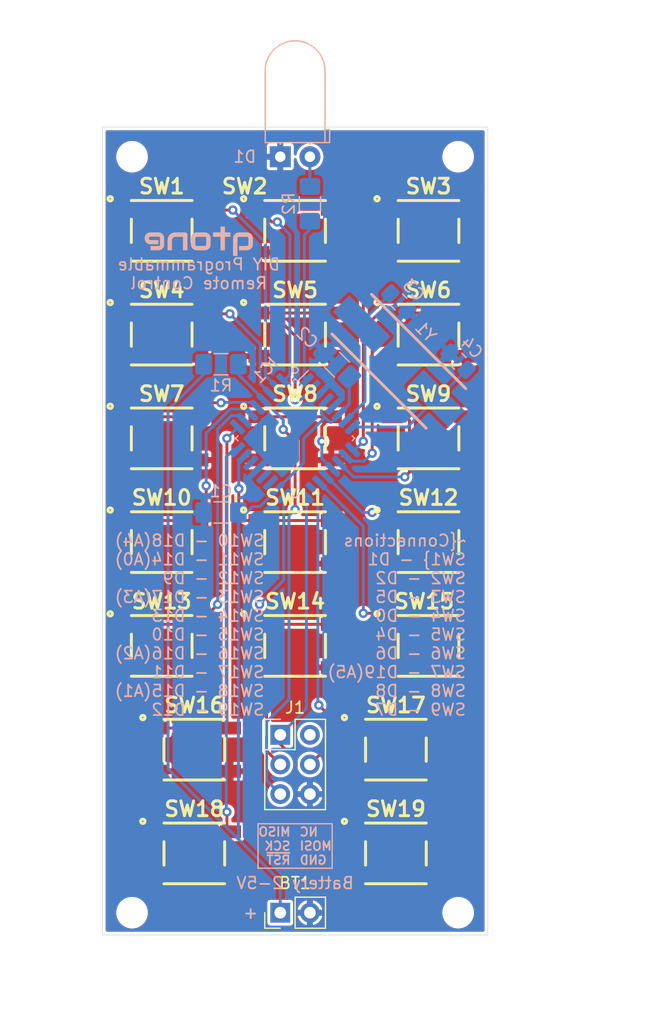
<source format=kicad_pcb>
(kicad_pcb (version 20171130) (host pcbnew "(5.1.5)-3")

  (general
    (thickness 1.6)
    (drawings 37)
    (tracks 209)
    (zones 0)
    (modules 35)
    (nets 31)
  )

  (page A4)
  (layers
    (0 F.Cu signal)
    (31 B.Cu signal)
    (32 B.Adhes user)
    (33 F.Adhes user)
    (34 B.Paste user)
    (35 F.Paste user)
    (36 B.SilkS user)
    (37 F.SilkS user)
    (38 B.Mask user)
    (39 F.Mask user)
    (40 Dwgs.User user)
    (41 Cmts.User user hide)
    (42 Eco1.User user)
    (43 Eco2.User user)
    (44 Edge.Cuts user)
    (45 Margin user)
    (46 B.CrtYd user)
    (47 F.CrtYd user)
    (48 B.Fab user hide)
    (49 F.Fab user hide)
  )

  (setup
    (last_trace_width 0.25)
    (trace_clearance 0.2)
    (zone_clearance 0.508)
    (zone_45_only no)
    (trace_min 0.2)
    (via_size 0.8)
    (via_drill 0.4)
    (via_min_size 0.4)
    (via_min_drill 0.3)
    (uvia_size 0.3)
    (uvia_drill 0.1)
    (uvias_allowed no)
    (uvia_min_size 0.2)
    (uvia_min_drill 0.1)
    (edge_width 0.05)
    (segment_width 0.2)
    (pcb_text_width 0.3)
    (pcb_text_size 1.5 1.5)
    (mod_edge_width 0.12)
    (mod_text_size 1 1)
    (mod_text_width 0.15)
    (pad_size 1.524 1.524)
    (pad_drill 0.762)
    (pad_to_mask_clearance 0.051)
    (solder_mask_min_width 0.25)
    (aux_axis_origin 0 0)
    (visible_elements 7FFFFF7F)
    (pcbplotparams
      (layerselection 0x010fc_ffffffff)
      (usegerberextensions false)
      (usegerberattributes false)
      (usegerberadvancedattributes false)
      (creategerberjobfile false)
      (excludeedgelayer true)
      (linewidth 0.100000)
      (plotframeref false)
      (viasonmask false)
      (mode 1)
      (useauxorigin false)
      (hpglpennumber 1)
      (hpglpenspeed 20)
      (hpglpendiameter 15.000000)
      (psnegative false)
      (psa4output false)
      (plotreference true)
      (plotvalue true)
      (plotinvisibletext false)
      (padsonsilk false)
      (subtractmaskfromsilk false)
      (outputformat 1)
      (mirror false)
      (drillshape 0)
      (scaleselection 1)
      (outputdirectory "Gerber/"))
  )

  (net 0 "")
  (net 1 GND)
  (net 2 +3V0)
  (net 3 "Net-(C3-Pad1)")
  (net 4 "Net-(C4-Pad1)")
  (net 5 "Net-(D1-Pad2)")
  (net 6 ~RESET)
  (net 7 "Net-(IC1-Pad22)")
  (net 8 "Net-(IC1-Pad20)")
  (net 9 "Net-(IC1-Pad19)")
  (net 10 IRLED)
  (net 11 "Net-(J1-Pad2)")
  (net 12 B1)
  (net 13 B2)
  (net 14 B3)
  (net 15 B4)
  (net 16 B5)
  (net 17 B6)
  (net 18 B7)
  (net 19 B8)
  (net 20 B9)
  (net 21 B10)
  (net 22 B11)
  (net 23 B12)
  (net 24 B13)
  (net 25 B14)
  (net 26 B15)
  (net 27 B16)
  (net 28 B17)
  (net 29 B18)
  (net 30 B19)

  (net_class Default "This is the default net class."
    (clearance 0.2)
    (trace_width 0.25)
    (via_dia 0.8)
    (via_drill 0.4)
    (uvia_dia 0.3)
    (uvia_drill 0.1)
    (add_net +3V0)
    (add_net B1)
    (add_net B10)
    (add_net B11)
    (add_net B12)
    (add_net B13)
    (add_net B14)
    (add_net B15)
    (add_net B16)
    (add_net B17)
    (add_net B18)
    (add_net B19)
    (add_net B2)
    (add_net B3)
    (add_net B4)
    (add_net B5)
    (add_net B6)
    (add_net B7)
    (add_net B8)
    (add_net B9)
    (add_net GND)
    (add_net IRLED)
    (add_net "Net-(C3-Pad1)")
    (add_net "Net-(C4-Pad1)")
    (add_net "Net-(D1-Pad2)")
    (add_net "Net-(IC1-Pad19)")
    (add_net "Net-(IC1-Pad20)")
    (add_net "Net-(IC1-Pad22)")
    (add_net "Net-(J1-Pad2)")
    (add_net ~RESET)
  )

  (module MountingHole:MountingHole_2.2mm_M2 (layer F.Cu) (tedit 56D1B4CB) (tstamp 5E64183A)
    (at 167.64 153.67)
    (descr "Mounting Hole 2.2mm, no annular, M2")
    (tags "mounting hole 2.2mm no annular m2")
    (attr virtual)
    (fp_text reference 1 (at 0 -3.2) (layer F.SilkS) hide
      (effects (font (size 1 1) (thickness 0.15)))
    )
    (fp_text value MountingHole_2.2mm_M2 (at 0 3.2) (layer F.Fab)
      (effects (font (size 1 1) (thickness 0.15)))
    )
    (fp_circle (center 0 0) (end 2.45 0) (layer F.CrtYd) (width 0.05))
    (fp_circle (center 0 0) (end 2.2 0) (layer Cmts.User) (width 0.15))
    (fp_text user %R (at 0.3 0) (layer F.Fab)
      (effects (font (size 1 1) (thickness 0.15)))
    )
    (pad 1 np_thru_hole circle (at 0 0) (size 2.2 2.2) (drill 2.2) (layers *.Cu *.Mask))
  )

  (module MountingHole:MountingHole_2.2mm_M2 (layer F.Cu) (tedit 56D1B4CB) (tstamp 5E641848)
    (at 195.58 153.67)
    (descr "Mounting Hole 2.2mm, no annular, M2")
    (tags "mounting hole 2.2mm no annular m2")
    (attr virtual)
    (fp_text reference 1 (at 0 -3.2) (layer F.SilkS) hide
      (effects (font (size 1 1) (thickness 0.15)))
    )
    (fp_text value MountingHole_2.2mm_M2 (at 0 3.2) (layer F.Fab)
      (effects (font (size 1 1) (thickness 0.15)))
    )
    (fp_text user %R (at 0.3 0) (layer F.Fab)
      (effects (font (size 1 1) (thickness 0.15)))
    )
    (fp_circle (center 0 0) (end 2.2 0) (layer Cmts.User) (width 0.15))
    (fp_circle (center 0 0) (end 2.45 0) (layer F.CrtYd) (width 0.05))
    (pad 1 np_thru_hole circle (at 0 0) (size 2.2 2.2) (drill 2.2) (layers *.Cu *.Mask))
  )

  (module LED_THT:LED_D5.0mm_Horizontal_O1.27mm_Z3.0mm_IRGrey (layer B.Cu) (tedit 5A6C9E1E) (tstamp 5E7339C2)
    (at 180.34 88.9)
    (descr "LED, diameter 5.0mm z-position of LED center 3.0mm, 2 pins")
    (tags "LED diameter 5.0mm z-position of LED center 3.0mm 2 pins")
    (path /5E5CD3AA)
    (fp_text reference D1 (at -3.048 0) (layer B.SilkS)
      (effects (font (size 1 1) (thickness 0.15)) (justify mirror))
    )
    (fp_text value LED (at 1.27 -3.96) (layer B.Fab)
      (effects (font (size 1 1) (thickness 0.15)) (justify mirror))
    )
    (fp_arc (start 1.27 -7.37) (end -1.29 -7.37) (angle 180) (layer B.SilkS) (width 0.12))
    (fp_arc (start 1.27 -7.37) (end -1.23 -7.37) (angle 180) (layer B.Fab) (width 0.1))
    (fp_line (start 4.5 1.25) (end -1.95 1.25) (layer B.CrtYd) (width 0.05))
    (fp_line (start 4.5 -10.2) (end 4.5 1.25) (layer B.CrtYd) (width 0.05))
    (fp_line (start -1.95 -10.2) (end 4.5 -10.2) (layer B.CrtYd) (width 0.05))
    (fp_line (start -1.95 1.25) (end -1.95 -10.2) (layer B.CrtYd) (width 0.05))
    (fp_line (start 2.54 -1.08) (end 2.54 -1.08) (layer B.SilkS) (width 0.12))
    (fp_line (start 2.54 -1.21) (end 2.54 -1.08) (layer B.SilkS) (width 0.12))
    (fp_line (start 2.54 -1.21) (end 2.54 -1.21) (layer B.SilkS) (width 0.12))
    (fp_line (start 2.54 -1.08) (end 2.54 -1.21) (layer B.SilkS) (width 0.12))
    (fp_line (start 0 -1.08) (end 0 -1.08) (layer B.SilkS) (width 0.12))
    (fp_line (start 0 -1.21) (end 0 -1.08) (layer B.SilkS) (width 0.12))
    (fp_line (start 0 -1.21) (end 0 -1.21) (layer B.SilkS) (width 0.12))
    (fp_line (start 0 -1.08) (end 0 -1.21) (layer B.SilkS) (width 0.12))
    (fp_line (start 3.83 -1.21) (end 4.23 -1.21) (layer B.SilkS) (width 0.12))
    (fp_line (start 3.83 -2.33) (end 3.83 -1.21) (layer B.SilkS) (width 0.12))
    (fp_line (start 4.23 -2.33) (end 3.83 -2.33) (layer B.SilkS) (width 0.12))
    (fp_line (start 4.23 -1.21) (end 4.23 -2.33) (layer B.SilkS) (width 0.12))
    (fp_line (start -1.29 -1.21) (end 3.83 -1.21) (layer B.SilkS) (width 0.12))
    (fp_line (start 3.83 -1.21) (end 3.83 -7.37) (layer B.SilkS) (width 0.12))
    (fp_line (start -1.29 -1.21) (end -1.29 -7.37) (layer B.SilkS) (width 0.12))
    (fp_line (start 2.54 0) (end 2.54 0) (layer B.Fab) (width 0.1))
    (fp_line (start 2.54 -1.27) (end 2.54 0) (layer B.Fab) (width 0.1))
    (fp_line (start 2.54 -1.27) (end 2.54 -1.27) (layer B.Fab) (width 0.1))
    (fp_line (start 2.54 0) (end 2.54 -1.27) (layer B.Fab) (width 0.1))
    (fp_line (start 0 0) (end 0 0) (layer B.Fab) (width 0.1))
    (fp_line (start 0 -1.27) (end 0 0) (layer B.Fab) (width 0.1))
    (fp_line (start 0 -1.27) (end 0 -1.27) (layer B.Fab) (width 0.1))
    (fp_line (start 0 0) (end 0 -1.27) (layer B.Fab) (width 0.1))
    (fp_line (start 3.77 -1.27) (end 4.17 -1.27) (layer B.Fab) (width 0.1))
    (fp_line (start 3.77 -2.27) (end 3.77 -1.27) (layer B.Fab) (width 0.1))
    (fp_line (start 4.17 -2.27) (end 3.77 -2.27) (layer B.Fab) (width 0.1))
    (fp_line (start 4.17 -1.27) (end 4.17 -2.27) (layer B.Fab) (width 0.1))
    (fp_line (start -1.23 -1.27) (end 3.77 -1.27) (layer B.Fab) (width 0.1))
    (fp_line (start 3.77 -1.27) (end 3.77 -7.37) (layer B.Fab) (width 0.1))
    (fp_line (start -1.23 -1.27) (end -1.23 -7.37) (layer B.Fab) (width 0.1))
    (fp_text user %R (at 1.25 0) (layer B.Fab)
      (effects (font (size 0.8 0.8) (thickness 0.2)) (justify mirror))
    )
    (pad 2 thru_hole circle (at 2.54 0) (size 1.8 1.8) (drill 0.9) (layers *.Cu *.Mask)
      (net 5 "Net-(D1-Pad2)"))
    (pad 1 thru_hole rect (at 0 0) (size 1.8 1.8) (drill 0.9) (layers *.Cu *.Mask)
      (net 1 GND))
    (model ${KISYS3DMOD}/LED_THT.3dshapes/LED_D5.0mm_Horizontal_O1.27mm_Z3.0mm_IRGrey.wrl
      (at (xyz 0 0 0))
      (scale (xyz 1 1 1))
      (rotate (xyz 0 0 0))
    )
  )

  (module MountingHole:MountingHole_2.2mm_M2 (layer F.Cu) (tedit 56D1B4CB) (tstamp 5E64182C)
    (at 195.58 88.9)
    (descr "Mounting Hole 2.2mm, no annular, M2")
    (tags "mounting hole 2.2mm no annular m2")
    (attr virtual)
    (fp_text reference 1 (at 0 -3.2) (layer F.SilkS) hide
      (effects (font (size 1 1) (thickness 0.15)))
    )
    (fp_text value MountingHole_2.2mm_M2 (at 0 3.2) (layer F.Fab)
      (effects (font (size 1 1) (thickness 0.15)))
    )
    (fp_text user %R (at 0.3 0) (layer F.Fab)
      (effects (font (size 1 1) (thickness 0.15)))
    )
    (fp_circle (center 0 0) (end 2.2 0) (layer Cmts.User) (width 0.15))
    (fp_circle (center 0 0) (end 2.45 0) (layer F.CrtYd) (width 0.05))
    (pad 1 np_thru_hole circle (at 0 0) (size 2.2 2.2) (drill 2.2) (layers *.Cu *.Mask))
  )

  (module MountingHole:MountingHole_2.2mm_M2 (layer F.Cu) (tedit 56D1B4CB) (tstamp 5E6417E5)
    (at 167.64 88.9)
    (descr "Mounting Hole 2.2mm, no annular, M2")
    (tags "mounting hole 2.2mm no annular m2")
    (attr virtual)
    (fp_text reference 1 (at 0 -3.2) (layer F.SilkS) hide
      (effects (font (size 1 1) (thickness 0.15)))
    )
    (fp_text value MountingHole_2.2mm_M2 (at 0 3.2) (layer F.Fab)
      (effects (font (size 1 1) (thickness 0.15)))
    )
    (fp_circle (center 0 0) (end 2.45 0) (layer F.CrtYd) (width 0.05))
    (fp_circle (center 0 0) (end 2.2 0) (layer Cmts.User) (width 0.15))
    (fp_text user %R (at 0.3 0) (layer F.Fab)
      (effects (font (size 1 1) (thickness 0.15)))
    )
    (pad 1 np_thru_hole circle (at 0 0) (size 2.2 2.2) (drill 2.2) (layers *.Cu *.Mask))
  )

  (module "qtone Logos:qtone 2.5mm" (layer B.Cu) (tedit 0) (tstamp 5EA99B63)
    (at 173.355 96.139 180)
    (fp_text reference G*** (at 0 0) (layer B.SilkS) hide
      (effects (font (size 1.524 1.524) (thickness 0.3)) (justify mirror))
    )
    (fp_text value LOGO (at 0.75 0) (layer B.SilkS) hide
      (effects (font (size 1.524 1.524) (thickness 0.3)) (justify mirror))
    )
    (fp_poly (pts (xy 3.766161 0.750635) (xy 3.851512 0.750059) (xy 3.928912 0.749458) (xy 3.994515 0.748883)
      (xy 4.049485 0.748286) (xy 4.094984 0.74762) (xy 4.132175 0.746837) (xy 4.16222 0.745889)
      (xy 4.186283 0.74473) (xy 4.205524 0.743311) (xy 4.221109 0.741586) (xy 4.234198 0.739506)
      (xy 4.245955 0.737023) (xy 4.257542 0.734092) (xy 4.260331 0.733342) (xy 4.335223 0.707011)
      (xy 4.404147 0.670684) (xy 4.465996 0.625423) (xy 4.519665 0.572288) (xy 4.564046 0.512342)
      (xy 4.598032 0.446644) (xy 4.61676 0.391543) (xy 4.624664 0.351127) (xy 4.629699 0.302876)
      (xy 4.631643 0.251641) (xy 4.630279 0.202272) (xy 4.626828 0.168532) (xy 4.609378 0.090817)
      (xy 4.581003 0.018159) (xy 4.542627 -0.04838) (xy 4.49517 -0.107735) (xy 4.439554 -0.158842)
      (xy 4.376702 -0.200639) (xy 4.307534 -0.232062) (xy 4.269347 -0.243956) (xy 4.259186 -0.24631)
      (xy 4.247097 -0.248332) (xy 4.232012 -0.250058) (xy 4.212863 -0.251521) (xy 4.188582 -0.252755)
      (xy 4.1581 -0.253795) (xy 4.120349 -0.254676) (xy 4.074262 -0.25543) (xy 4.018769 -0.256093)
      (xy 3.952803 -0.256699) (xy 3.875295 -0.257281) (xy 3.847257 -0.257473) (xy 3.466581 -0.26002)
      (xy 3.466581 0.089374) (xy 3.824579 0.091872) (xy 3.903762 0.092412) (xy 3.971063 0.092914)
      (xy 4.027561 0.093493) (xy 4.074331 0.094265) (xy 4.11245 0.095345) (xy 4.142996 0.096848)
      (xy 4.167045 0.098889) (xy 4.185675 0.101582) (xy 4.199962 0.105044) (xy 4.210984 0.109388)
      (xy 4.219817 0.114731) (xy 4.227538 0.121187) (xy 4.235224 0.128871) (xy 4.242615 0.136536)
      (xy 4.264446 0.167546) (xy 4.278 0.205596) (xy 4.282657 0.247271) (xy 4.2778 0.289158)
      (xy 4.27312 0.305025) (xy 4.262556 0.329517) (xy 4.248781 0.348437) (xy 4.228377 0.365805)
      (xy 4.212086 0.376797) (xy 4.183279 0.395255) (xy 3.813591 0.394973) (xy 3.744668 0.394827)
      (xy 3.678939 0.394508) (xy 3.617674 0.394033) (xy 3.56214 0.393422) (xy 3.513603 0.392693)
      (xy 3.473333 0.391863) (xy 3.442597 0.390951) (xy 3.422662 0.389975) (xy 3.415804 0.389261)
      (xy 3.387041 0.377809) (xy 3.359824 0.356411) (xy 3.337271 0.327987) (xy 3.325704 0.304898)
      (xy 3.322999 0.296948) (xy 3.320765 0.287593) (xy 3.318965 0.275614) (xy 3.31756 0.259797)
      (xy 3.31651 0.238923) (xy 3.315777 0.211776) (xy 3.315323 0.17714) (xy 3.315108 0.133796)
      (xy 3.315095 0.080529) (xy 3.315243 0.016122) (xy 3.315365 -0.020207) (xy 3.315637 -0.090004)
      (xy 3.315945 -0.148047) (xy 3.316343 -0.195541) (xy 3.316882 -0.233692) (xy 3.317615 -0.263704)
      (xy 3.318594 -0.286784) (xy 3.319872 -0.304135) (xy 3.321501 -0.316964) (xy 3.323533 -0.326476)
      (xy 3.326022 -0.333876) (xy 3.329018 -0.340369) (xy 3.329313 -0.340947) (xy 3.348007 -0.369466)
      (xy 3.372935 -0.391756) (xy 3.399907 -0.407483) (xy 3.406148 -0.410464) (xy 3.412734 -0.412979)
      (xy 3.420765 -0.415065) (xy 3.431339 -0.416763) (xy 3.445557 -0.418114) (xy 3.464516 -0.419156)
      (xy 3.489316 -0.41993) (xy 3.521056 -0.420476) (xy 3.560834 -0.420833) (xy 3.60975 -0.421041)
      (xy 3.668903 -0.421141) (xy 3.739392 -0.421171) (xy 3.777344 -0.421173) (xy 4.1275 -0.421173)
      (xy 4.1275 -0.777551) (xy 3.837538 -0.776503) (xy 3.773249 -0.776175) (xy 3.709459 -0.775669)
      (xy 3.648089 -0.775013) (xy 3.591059 -0.774236) (xy 3.54029 -0.773364) (xy 3.497703 -0.772426)
      (xy 3.465218 -0.77145) (xy 3.453622 -0.770968) (xy 3.38587 -0.765331) (xy 3.327184 -0.754717)
      (xy 3.274272 -0.738052) (xy 3.223844 -0.714263) (xy 3.172609 -0.682279) (xy 3.164824 -0.676831)
      (xy 3.112175 -0.632788) (xy 3.06525 -0.580224) (xy 3.025752 -0.521715) (xy 2.995384 -0.459838)
      (xy 2.975849 -0.397167) (xy 2.974044 -0.38831) (xy 2.972708 -0.374717) (xy 2.971485 -0.349339)
      (xy 2.970395 -0.31335) (xy 2.969459 -0.267924) (xy 2.968696 -0.214236) (xy 2.968128 -0.153458)
      (xy 2.967773 -0.086765) (xy 2.967653 -0.016351) (xy 2.967683 0.064424) (xy 2.967865 0.133484)
      (xy 2.968335 0.192072) (xy 2.969229 0.241432) (xy 2.970684 0.282808) (xy 2.972837 0.317444)
      (xy 2.975824 0.346583) (xy 2.979781 0.371468) (xy 2.984845 0.393345) (xy 2.991153 0.413456)
      (xy 2.99884 0.433045) (xy 3.008044 0.453356) (xy 3.018901 0.475633) (xy 3.022424 0.48273)
      (xy 3.061587 0.549763) (xy 3.107642 0.606348) (xy 3.161751 0.653658) (xy 3.225074 0.692869)
      (xy 3.235439 0.698124) (xy 3.257204 0.708504) (xy 3.278264 0.7175) (xy 3.299676 0.725201)
      (xy 3.322499 0.731696) (xy 3.347793 0.737075) (xy 3.376616 0.741427) (xy 3.410028 0.744842)
      (xy 3.449088 0.747408) (xy 3.494854 0.749214) (xy 3.548385 0.750351) (xy 3.610741 0.750907)
      (xy 3.68298 0.750972) (xy 3.766161 0.750635)) (layer B.SilkS) (width 0.01))
    (fp_poly (pts (xy 1.481493 0.751105) (xy 1.554005 0.750902) (xy 1.62729 0.750522) (xy 1.699442 0.749985)
      (xy 1.768556 0.749313) (xy 1.832724 0.748526) (xy 1.89004 0.747648) (xy 1.9386 0.746698)
      (xy 1.976496 0.745698) (xy 1.982755 0.74549) (xy 2.031686 0.74366) (xy 2.069997 0.741838)
      (xy 2.10002 0.739767) (xy 2.124093 0.737188) (xy 2.14455 0.733844) (xy 2.163725 0.729477)
      (xy 2.183954 0.72383) (xy 2.186862 0.722965) (xy 2.276784 0.689913) (xy 2.358838 0.647199)
      (xy 2.432475 0.595453) (xy 2.497148 0.535304) (xy 2.552311 0.467383) (xy 2.597415 0.39232)
      (xy 2.631913 0.310745) (xy 2.655258 0.223287) (xy 2.662879 0.175119) (xy 2.664199 0.157541)
      (xy 2.665402 0.127867) (xy 2.666477 0.086962) (xy 2.667412 0.035688) (xy 2.668196 -0.025091)
      (xy 2.668817 -0.094511) (xy 2.669263 -0.171709) (xy 2.669524 -0.255822) (xy 2.669592 -0.328669)
      (xy 2.669592 -0.777551) (xy 2.308845 -0.777551) (xy 2.304558 -0.500548) (xy 2.303588 -0.433785)
      (xy 2.302693 -0.364212) (xy 2.301898 -0.294421) (xy 2.301228 -0.227001) (xy 2.30071 -0.164542)
      (xy 2.300367 -0.109636) (xy 2.300227 -0.064872) (xy 2.300225 -0.061556) (xy 2.299971 -0.000299)
      (xy 2.299106 0.049767) (xy 2.297423 0.090404) (xy 2.294712 0.123373) (xy 2.290766 0.150437)
      (xy 2.285375 0.173356) (xy 2.278332 0.193894) (xy 2.269428 0.213811) (xy 2.267084 0.218513)
      (xy 2.235953 0.267451) (xy 2.195942 0.308223) (xy 2.146168 0.341564) (xy 2.088528 0.367208)
      (xy 2.046961 0.382296) (xy 1.347755 0.382296) (xy 1.347755 -0.777551) (xy 1.177665 -0.776668)
      (xy 1.131283 -0.776326) (xy 1.088595 -0.775819) (xy 1.051496 -0.775185) (xy 1.021876 -0.774461)
      (xy 1.001628 -0.773685) (xy 0.992997 -0.772978) (xy 0.978418 -0.77017) (xy 0.978418 0.603033)
      (xy 0.994605 0.634976) (xy 1.019463 0.675306) (xy 1.049497 0.706288) (xy 1.08763 0.73117)
      (xy 1.126023 0.751633) (xy 1.481493 0.751105)) (layer B.SilkS) (width 0.01))
    (fp_poly (pts (xy -0.008644 0.747985) (xy 0.057726 0.747792) (xy 0.114323 0.747322) (xy 0.162209 0.746482)
      (xy 0.202447 0.745184) (xy 0.236099 0.743336) (xy 0.264228 0.74085) (xy 0.287894 0.737634)
      (xy 0.308161 0.733599) (xy 0.326091 0.728655) (xy 0.342746 0.722711) (xy 0.359188 0.715677)
      (xy 0.376479 0.707464) (xy 0.392008 0.6998) (xy 0.458909 0.660425) (xy 0.516145 0.613033)
      (xy 0.564694 0.556629) (xy 0.605539 0.490219) (xy 0.612577 0.47625) (xy 0.623997 0.452518)
      (xy 0.633708 0.430977) (xy 0.641848 0.410367) (xy 0.648554 0.389425) (xy 0.653966 0.36689)
      (xy 0.658222 0.341498) (xy 0.66146 0.311989) (xy 0.663818 0.277099) (xy 0.665435 0.235567)
      (xy 0.666449 0.186132) (xy 0.666999 0.127529) (xy 0.667222 0.058499) (xy 0.667257 -0.022222)
      (xy 0.667256 -0.022678) (xy 0.667215 -0.101459) (xy 0.667041 -0.168515) (xy 0.666626 -0.225078)
      (xy 0.665858 -0.272383) (xy 0.664627 -0.311663) (xy 0.662822 -0.344152) (xy 0.660333 -0.371083)
      (xy 0.657048 -0.39369) (xy 0.652858 -0.413207) (xy 0.647652 -0.430867) (xy 0.641319 -0.447903)
      (xy 0.633748 -0.46555) (xy 0.626037 -0.482428) (xy 0.590749 -0.548314) (xy 0.550097 -0.603686)
      (xy 0.502406 -0.650453) (xy 0.446003 -0.690523) (xy 0.440742 -0.693688) (xy 0.396979 -0.716513)
      (xy 0.347344 -0.737266) (xy 0.297316 -0.753874) (xy 0.255857 -0.763672) (xy 0.241162 -0.76513)
      (xy 0.214997 -0.766521) (xy 0.178848 -0.767831) (xy 0.134206 -0.769046) (xy 0.082557 -0.770152)
      (xy 0.02539 -0.771135) (xy -0.035806 -0.771981) (xy -0.099544 -0.772676) (xy -0.164334 -0.773207)
      (xy -0.22869 -0.773558) (xy -0.291122 -0.773716) (xy -0.350143 -0.773668) (xy -0.404264 -0.773398)
      (xy -0.451996 -0.772894) (xy -0.491852 -0.772141) (xy -0.522344 -0.771125) (xy -0.524847 -0.771007)
      (xy -0.56445 -0.768666) (xy -0.595248 -0.7656) (xy -0.621397 -0.761108) (xy -0.647053 -0.754492)
      (xy -0.673878 -0.745898) (xy -0.738682 -0.720092) (xy -0.794833 -0.688763) (xy -0.846266 -0.649473)
      (xy -0.878128 -0.619424) (xy -0.90624 -0.58957) (xy -0.927609 -0.562676) (xy -0.945792 -0.533835)
      (xy -0.960761 -0.505408) (xy -0.972017 -0.48274) (xy -0.981521 -0.462804) (xy -0.989432 -0.444289)
      (xy -0.995907 -0.425885) (xy -1.001105 -0.406284) (xy -1.005184 -0.384175) (xy -1.008302 -0.358249)
      (xy -1.010617 -0.327195) (xy -1.012289 -0.289705) (xy -1.013474 -0.244468) (xy -1.014331 -0.190176)
      (xy -1.015019 -0.125517) (xy -1.015681 -0.050868) (xy -1.016323 0.036396) (xy -1.01652 0.11189)
      (xy -1.016133 0.176799) (xy -1.015023 0.232307) (xy -1.013051 0.279599) (xy -1.011845 0.295937)
      (xy -0.64472 0.295937) (xy -0.64472 -0.009161) (xy -0.644695 -0.080253) (xy -0.64459 -0.139568)
      (xy -0.644362 -0.188286) (xy -0.643965 -0.227588) (xy -0.643357 -0.258657) (xy -0.642492 -0.282674)
      (xy -0.641326 -0.300819) (xy -0.639816 -0.314274) (xy -0.637916 -0.32422) (xy -0.635583 -0.33184)
      (xy -0.632773 -0.338313) (xy -0.632368 -0.339137) (xy -0.611038 -0.36795) (xy -0.579937 -0.388415)
      (xy -0.539339 -0.400368) (xy -0.526054 -0.402195) (xy -0.511236 -0.403078) (xy -0.484859 -0.403871)
      (xy -0.448324 -0.40456) (xy -0.403032 -0.405131) (xy -0.350381 -0.405571) (xy -0.291774 -0.405867)
      (xy -0.22861 -0.406005) (xy -0.162289 -0.405972) (xy -0.139312 -0.40592) (xy -0.06388 -0.405703)
      (xy -0.000292 -0.405473) (xy 0.052568 -0.405184) (xy 0.095817 -0.404788) (xy 0.130569 -0.40424)
      (xy 0.157941 -0.403494) (xy 0.179047 -0.402503) (xy 0.195005 -0.401221) (xy 0.20693 -0.399603)
      (xy 0.215937 -0.397601) (xy 0.223142 -0.39517) (xy 0.229661 -0.392263) (xy 0.233265 -0.390491)
      (xy 0.254734 -0.376433) (xy 0.273687 -0.358489) (xy 0.278622 -0.352095) (xy 0.294821 -0.328183)
      (xy 0.296624 -0.017561) (xy 0.298426 0.29306) (xy 0.282136 0.320857) (xy 0.260705 0.347113)
      (xy 0.234976 0.363855) (xy 0.204107 0.379056) (xy -0.560485 0.379056) (xy -0.583883 0.364506)
      (xy -0.602175 0.349885) (xy -0.620371 0.330415) (xy -0.626 0.322946) (xy -0.64472 0.295937)
      (xy -1.011845 0.295937) (xy -1.010078 0.319862) (xy -1.005967 0.354279) (xy -1.000576 0.384036)
      (xy -0.993769 0.410319) (xy -0.985406 0.434311) (xy -0.975349 0.457198) (xy -0.963458 0.480166)
      (xy -0.950907 0.502169) (xy -0.906043 0.565947) (xy -0.85139 0.621488) (xy -0.787486 0.668385)
      (xy -0.71487 0.70623) (xy -0.649952 0.729995) (xy -0.592883 0.747393) (xy -0.174949 0.747893)
      (xy -0.085848 0.747988) (xy -0.008644 0.747985)) (layer B.SilkS) (width 0.01))
    (fp_poly (pts (xy -1.866123 0.751633) (xy -1.224643 0.751633) (xy -1.224643 0.382296) (xy -1.866123 0.382296)
      (xy -1.866123 -0.777551) (xy -2.23546 -0.777551) (xy -2.23546 0.382296) (xy -2.70847 0.382296)
      (xy -2.70847 0.751633) (xy -2.23546 0.751633) (xy -2.23546 1.250561) (xy -1.866123 1.250561)
      (xy -1.866123 0.751633)) (layer B.SilkS) (width 0.01))
    (fp_poly (pts (xy -3.973035 0.751042) (xy -3.9071 0.75075) (xy -3.829737 0.750336) (xy -3.791979 0.750124)
      (xy -3.385587 0.747824) (xy -3.323526 0.730946) (xy -3.242625 0.703101) (xy -3.170664 0.666094)
      (xy -3.107862 0.620115) (xy -3.054436 0.565359) (xy -3.010602 0.502018) (xy -2.976578 0.430285)
      (xy -2.972403 0.419006) (xy -2.965799 0.399715) (xy -2.960779 0.382163) (xy -2.95701 0.363881)
      (xy -2.954162 0.342403) (xy -2.951904 0.31526) (xy -2.949905 0.279985) (xy -2.947937 0.236505)
      (xy -2.947161 0.21183) (xy -2.946412 0.175273) (xy -2.945695 0.127911) (xy -2.945021 0.070822)
      (xy -2.944395 0.005083) (xy -2.943827 -0.06823) (xy -2.943324 -0.148038) (xy -2.942893 -0.233264)
      (xy -2.942543 -0.322831) (xy -2.942282 -0.415663) (xy -2.942116 -0.51068) (xy -2.942065 -0.571824)
      (xy -2.941735 -1.250561) (xy -3.311072 -1.250561) (xy -3.311374 0.281863) (xy -3.329042 0.314152)
      (xy -3.349802 0.343047) (xy -3.375868 0.362749) (xy -3.405026 0.379056) (xy -4.171746 0.379056)
      (xy -4.19984 0.35933) (xy -4.220281 0.341348) (xy -4.238705 0.319274) (xy -4.244133 0.310733)
      (xy -4.260332 0.281863) (xy -4.260332 -0.016199) (xy -4.260292 -0.086977) (xy -4.260147 -0.145955)
      (xy -4.259856 -0.194292) (xy -4.259382 -0.233146) (xy -4.258685 -0.263675) (xy -4.257725 -0.287039)
      (xy -4.256464 -0.304396) (xy -4.254863 -0.316905) (xy -4.252881 -0.325724) (xy -4.250481 -0.332013)
      (xy -4.249608 -0.333699) (xy -4.225304 -0.365308) (xy -4.19118 -0.389139) (xy -4.182488 -0.393326)
      (xy -4.17597 -0.395892) (xy -4.167991 -0.39807) (xy -4.157459 -0.399898) (xy -4.143282 -0.401418)
      (xy -4.124366 -0.402668) (xy -4.09962 -0.403688) (xy -4.067951 -0.40452) (xy -4.028267 -0.405202)
      (xy -3.979475 -0.405774) (xy -3.920482 -0.406277) (xy -3.850197 -0.40675) (xy -3.80838 -0.407)
      (xy -3.460102 -0.409026) (xy -3.460102 -0.779671) (xy -3.828528 -0.775339) (xy -3.912546 -0.774333)
      (xy -3.984789 -0.773348) (xy -4.046442 -0.772246) (xy -4.098688 -0.770891) (xy -4.142712 -0.769145)
      (xy -4.179696 -0.766872) (xy -4.210825 -0.763934) (xy -4.237283 -0.760194) (xy -4.260253 -0.755515)
      (xy -4.28092 -0.749761) (xy -4.300466 -0.742795) (xy -4.320077 -0.734478) (xy -4.340936 -0.724674)
      (xy -4.364005 -0.713356) (xy -4.432426 -0.672752) (xy -4.491583 -0.623135) (xy -4.541242 -0.564789)
      (xy -4.581167 -0.497999) (xy -4.611123 -0.42305) (xy -4.615004 -0.410218) (xy -4.618242 -0.398752)
      (xy -4.620965 -0.387789) (xy -4.623217 -0.37614) (xy -4.625043 -0.362612) (xy -4.626487 -0.346016)
      (xy -4.627594 -0.325162) (xy -4.62841 -0.298858) (xy -4.628978 -0.265915) (xy -4.629343 -0.225142)
      (xy -4.62955 -0.175348) (xy -4.629643 -0.115342) (xy -4.629668 -0.043935) (xy -4.629669 -0.019439)
      (xy -4.629657 0.05569) (xy -4.629593 0.119053) (xy -4.62943 0.171843) (xy -4.629123 0.215255)
      (xy -4.628627 0.25048) (xy -4.627896 0.278713) (xy -4.626885 0.301146) (xy -4.625548 0.318974)
      (xy -4.623841 0.333389) (xy -4.621718 0.345585) (xy -4.619133 0.356755) (xy -4.61604 0.368092)
      (xy -4.614756 0.372577) (xy -4.597598 0.422883) (xy -4.575276 0.474531) (xy -4.550026 0.522836)
      (xy -4.524083 0.563115) (xy -4.523275 0.564209) (xy -4.481608 0.610728) (xy -4.429522 0.653272)
      (xy -4.369307 0.690387) (xy -4.303256 0.720615) (xy -4.248791 0.738578) (xy -4.238248 0.741393)
      (xy -4.227997 0.74379) (xy -4.21697 0.745798) (xy -4.204103 0.747442) (xy -4.188331 0.74875)
      (xy -4.168589 0.749749) (xy -4.14381 0.750465) (xy -4.112931 0.750925) (xy -4.074886 0.751157)
      (xy -4.028609 0.751187) (xy -3.973035 0.751042)) (layer B.SilkS) (width 0.01))
  )

  (module SamacSys:QCS8.00000F18B23R (layer B.Cu) (tedit 0) (tstamp 5E63A26A)
    (at 190.5 106.426 315)
    (descr QCS8.00000F18B23R)
    (tags "Crystal or Oscillator")
    (path /5E5B9BDF)
    (attr smd)
    (fp_text reference Y1 (at -0.179605 -3.412497 315) (layer B.SilkS)
      (effects (font (size 1 1) (thickness 0.15)) (justify mirror))
    )
    (fp_text value 8MHz (at -0.034 -0.192 135) (layer B.SilkS) hide
      (effects (font (size 1.27 1.27) (thickness 0.254)) (justify mirror))
    )
    (fp_line (start -5.7 -2.4) (end 5.7 -2.4) (layer B.SilkS) (width 0.254))
    (fp_line (start -5.7 2.4) (end 5.7 2.4) (layer B.SilkS) (width 0.254))
    (fp_line (start -5.7 -2.4) (end -5.7 2.4) (layer B.Fab) (width 0.254))
    (fp_line (start 5.7 -2.4) (end -5.7 -2.4) (layer B.Fab) (width 0.254))
    (fp_line (start 5.7 2.4) (end 5.7 -2.4) (layer B.Fab) (width 0.254))
    (fp_line (start -5.7 2.4) (end 5.7 2.4) (layer B.Fab) (width 0.254))
    (fp_text user %R (at -0.034 -0.192 135) (layer B.Fab)
      (effects (font (size 1.27 1.27) (thickness 0.254)) (justify mirror))
    )
    (pad 2 smd rect (at 4.5 0 225) (size 2 5) (layers B.Cu B.Paste B.Mask)
      (net 4 "Net-(C4-Pad1)"))
    (pad 1 smd rect (at -4.5 0 225) (size 2 5) (layers B.Cu B.Paste B.Mask)
      (net 3 "Net-(C3-Pad1)"))
  )

  (module SamacSys:SKQGAKE010 (layer F.Cu) (tedit 5E6387F1) (tstamp 5E628F09)
    (at 190.246 148.59)
    (descr SKQGAKE010)
    (tags Switch)
    (path /5E64157F)
    (attr smd)
    (fp_text reference SW19 (at 0 -3.81) (layer F.SilkS)
      (effects (font (size 1.27 1.27) (thickness 0.254)))
    )
    (fp_text value SW_Push_45deg (at -0.37 -0.055) (layer F.SilkS) hide
      (effects (font (size 1.27 1.27) (thickness 0.254)))
    )
    (fp_circle (center -4.411 -2.749) (end -4.411 -2.68933) (layer F.SilkS) (width 0.254))
    (fp_line (start -2.6 -1) (end -2.6 1) (layer F.SilkS) (width 0.254))
    (fp_line (start 2.6 -1) (end 2.6 1) (layer F.SilkS) (width 0.254))
    (fp_line (start -2.6 2.6) (end 2.6 2.6) (layer F.SilkS) (width 0.254))
    (fp_line (start -2.6 -2.6) (end 2.6 -2.6) (layer F.SilkS) (width 0.254))
    (fp_line (start -2.6 2.6) (end -2.6 -2.6) (layer F.Fab) (width 0.254))
    (fp_line (start 2.6 2.6) (end -2.6 2.6) (layer F.Fab) (width 0.254))
    (fp_line (start 2.6 -2.6) (end 2.6 2.6) (layer F.Fab) (width 0.254))
    (fp_line (start -2.6 -2.6) (end 2.6 -2.6) (layer F.Fab) (width 0.254))
    (fp_text user %R (at -0.37 -0.055) (layer F.Fab)
      (effects (font (size 1.27 1.27) (thickness 0.254)))
    )
    (pad 2 smd rect (at 3.1 1.85 90) (size 1.1 1.8) (layers F.Cu F.Paste F.Mask)
      (net 1 GND))
    (pad 2 smd rect (at -3.1 1.85 90) (size 1.1 1.8) (layers F.Cu F.Paste F.Mask)
      (net 1 GND))
    (pad 1 smd rect (at 3.1 -1.85 90) (size 1.1 1.8) (layers F.Cu F.Paste F.Mask)
      (net 30 B19))
    (pad 1 smd rect (at -3.1 -1.85 90) (size 1.1 1.8) (layers F.Cu F.Paste F.Mask)
      (net 30 B19))
    (model "Z:\\Kelvin's Files\\Electronics\\Libraries\\SamacSys_Parts.3dshapes\\SKQGAKE010.stp"
      (at (xyz 0 0 0))
      (scale (xyz 1 1 1))
      (rotate (xyz -90 0 0))
    )
  )

  (module SamacSys:SKQGAKE010 (layer F.Cu) (tedit 5E6387F1) (tstamp 5E628EF7)
    (at 172.974 148.59)
    (descr SKQGAKE010)
    (tags Switch)
    (path /5E641579)
    (attr smd)
    (fp_text reference SW18 (at 0 -3.81) (layer F.SilkS)
      (effects (font (size 1.27 1.27) (thickness 0.254)))
    )
    (fp_text value SW_Push_45deg (at -0.37 -0.055) (layer F.SilkS) hide
      (effects (font (size 1.27 1.27) (thickness 0.254)))
    )
    (fp_circle (center -4.411 -2.749) (end -4.411 -2.68933) (layer F.SilkS) (width 0.254))
    (fp_line (start -2.6 -1) (end -2.6 1) (layer F.SilkS) (width 0.254))
    (fp_line (start 2.6 -1) (end 2.6 1) (layer F.SilkS) (width 0.254))
    (fp_line (start -2.6 2.6) (end 2.6 2.6) (layer F.SilkS) (width 0.254))
    (fp_line (start -2.6 -2.6) (end 2.6 -2.6) (layer F.SilkS) (width 0.254))
    (fp_line (start -2.6 2.6) (end -2.6 -2.6) (layer F.Fab) (width 0.254))
    (fp_line (start 2.6 2.6) (end -2.6 2.6) (layer F.Fab) (width 0.254))
    (fp_line (start 2.6 -2.6) (end 2.6 2.6) (layer F.Fab) (width 0.254))
    (fp_line (start -2.6 -2.6) (end 2.6 -2.6) (layer F.Fab) (width 0.254))
    (fp_text user %R (at -0.37 -0.055) (layer F.Fab)
      (effects (font (size 1.27 1.27) (thickness 0.254)))
    )
    (pad 2 smd rect (at 3.1 1.85 90) (size 1.1 1.8) (layers F.Cu F.Paste F.Mask)
      (net 1 GND))
    (pad 2 smd rect (at -3.1 1.85 90) (size 1.1 1.8) (layers F.Cu F.Paste F.Mask)
      (net 1 GND))
    (pad 1 smd rect (at 3.1 -1.85 90) (size 1.1 1.8) (layers F.Cu F.Paste F.Mask)
      (net 29 B18))
    (pad 1 smd rect (at -3.1 -1.85 90) (size 1.1 1.8) (layers F.Cu F.Paste F.Mask)
      (net 29 B18))
    (model "Z:\\Kelvin's Files\\Electronics\\Libraries\\SamacSys_Parts.3dshapes\\SKQGAKE010.stp"
      (at (xyz 0 0 0))
      (scale (xyz 1 1 1))
      (rotate (xyz -90 0 0))
    )
  )

  (module SamacSys:SKQGAKE010 (layer F.Cu) (tedit 5E6387F1) (tstamp 5E75E515)
    (at 190.246 139.7)
    (descr SKQGAKE010)
    (tags Switch)
    (path /5E641573)
    (attr smd)
    (fp_text reference SW17 (at 0 -3.81) (layer F.SilkS)
      (effects (font (size 1.27 1.27) (thickness 0.254)))
    )
    (fp_text value SW_Push_45deg (at -0.37 -0.055) (layer F.SilkS) hide
      (effects (font (size 1.27 1.27) (thickness 0.254)))
    )
    (fp_circle (center -4.411 -2.749) (end -4.411 -2.68933) (layer F.SilkS) (width 0.254))
    (fp_line (start -2.6 -1) (end -2.6 1) (layer F.SilkS) (width 0.254))
    (fp_line (start 2.6 -1) (end 2.6 1) (layer F.SilkS) (width 0.254))
    (fp_line (start -2.6 2.6) (end 2.6 2.6) (layer F.SilkS) (width 0.254))
    (fp_line (start -2.6 -2.6) (end 2.6 -2.6) (layer F.SilkS) (width 0.254))
    (fp_line (start -2.6 2.6) (end -2.6 -2.6) (layer F.Fab) (width 0.254))
    (fp_line (start 2.6 2.6) (end -2.6 2.6) (layer F.Fab) (width 0.254))
    (fp_line (start 2.6 -2.6) (end 2.6 2.6) (layer F.Fab) (width 0.254))
    (fp_line (start -2.6 -2.6) (end 2.6 -2.6) (layer F.Fab) (width 0.254))
    (fp_text user %R (at -0.37 -0.055) (layer F.Fab)
      (effects (font (size 1.27 1.27) (thickness 0.254)))
    )
    (pad 2 smd rect (at 3.1 1.85 90) (size 1.1 1.8) (layers F.Cu F.Paste F.Mask)
      (net 1 GND))
    (pad 2 smd rect (at -3.1 1.85 90) (size 1.1 1.8) (layers F.Cu F.Paste F.Mask)
      (net 1 GND))
    (pad 1 smd rect (at 3.1 -1.85 90) (size 1.1 1.8) (layers F.Cu F.Paste F.Mask)
      (net 28 B17))
    (pad 1 smd rect (at -3.1 -1.85 90) (size 1.1 1.8) (layers F.Cu F.Paste F.Mask)
      (net 28 B17))
    (model "Z:\\Kelvin's Files\\Electronics\\Libraries\\SamacSys_Parts.3dshapes\\SKQGAKE010.stp"
      (at (xyz 0 0 0))
      (scale (xyz 1 1 1))
      (rotate (xyz -90 0 0))
    )
  )

  (module SamacSys:SKQGAKE010 (layer F.Cu) (tedit 5E6387F1) (tstamp 5E628ED3)
    (at 172.974 139.7)
    (descr SKQGAKE010)
    (tags Switch)
    (path /5E64156D)
    (attr smd)
    (fp_text reference SW16 (at 0 -3.81) (layer F.SilkS)
      (effects (font (size 1.27 1.27) (thickness 0.254)))
    )
    (fp_text value SW_Push_45deg (at -0.37 -0.055) (layer F.SilkS) hide
      (effects (font (size 1.27 1.27) (thickness 0.254)))
    )
    (fp_circle (center -4.411 -2.749) (end -4.411 -2.68933) (layer F.SilkS) (width 0.254))
    (fp_line (start -2.6 -1) (end -2.6 1) (layer F.SilkS) (width 0.254))
    (fp_line (start 2.6 -1) (end 2.6 1) (layer F.SilkS) (width 0.254))
    (fp_line (start -2.6 2.6) (end 2.6 2.6) (layer F.SilkS) (width 0.254))
    (fp_line (start -2.6 -2.6) (end 2.6 -2.6) (layer F.SilkS) (width 0.254))
    (fp_line (start -2.6 2.6) (end -2.6 -2.6) (layer F.Fab) (width 0.254))
    (fp_line (start 2.6 2.6) (end -2.6 2.6) (layer F.Fab) (width 0.254))
    (fp_line (start 2.6 -2.6) (end 2.6 2.6) (layer F.Fab) (width 0.254))
    (fp_line (start -2.6 -2.6) (end 2.6 -2.6) (layer F.Fab) (width 0.254))
    (fp_text user %R (at -0.37 -0.055) (layer F.Fab)
      (effects (font (size 1.27 1.27) (thickness 0.254)))
    )
    (pad 2 smd rect (at 3.1 1.85 90) (size 1.1 1.8) (layers F.Cu F.Paste F.Mask)
      (net 1 GND))
    (pad 2 smd rect (at -3.1 1.85 90) (size 1.1 1.8) (layers F.Cu F.Paste F.Mask)
      (net 1 GND))
    (pad 1 smd rect (at 3.1 -1.85 90) (size 1.1 1.8) (layers F.Cu F.Paste F.Mask)
      (net 27 B16))
    (pad 1 smd rect (at -3.1 -1.85 90) (size 1.1 1.8) (layers F.Cu F.Paste F.Mask)
      (net 27 B16))
    (model "Z:\\Kelvin's Files\\Electronics\\Libraries\\SamacSys_Parts.3dshapes\\SKQGAKE010.stp"
      (at (xyz 0 0 0))
      (scale (xyz 1 1 1))
      (rotate (xyz -90 0 0))
    )
  )

  (module SamacSys:SKQGAKE010 (layer F.Cu) (tedit 5E6387F1) (tstamp 5E628EC1)
    (at 193.04 130.81)
    (descr SKQGAKE010)
    (tags Switch)
    (path /5E641567)
    (attr smd)
    (fp_text reference SW15 (at -0.37 -3.81) (layer F.SilkS)
      (effects (font (size 1.27 1.27) (thickness 0.254)))
    )
    (fp_text value SW_Push_45deg (at -0.37 -0.055) (layer F.SilkS) hide
      (effects (font (size 1.27 1.27) (thickness 0.254)))
    )
    (fp_circle (center -4.411 -2.749) (end -4.411 -2.68933) (layer F.SilkS) (width 0.254))
    (fp_line (start -2.6 -1) (end -2.6 1) (layer F.SilkS) (width 0.254))
    (fp_line (start 2.6 -1) (end 2.6 1) (layer F.SilkS) (width 0.254))
    (fp_line (start -2.6 2.6) (end 2.6 2.6) (layer F.SilkS) (width 0.254))
    (fp_line (start -2.6 -2.6) (end 2.6 -2.6) (layer F.SilkS) (width 0.254))
    (fp_line (start -2.6 2.6) (end -2.6 -2.6) (layer F.Fab) (width 0.254))
    (fp_line (start 2.6 2.6) (end -2.6 2.6) (layer F.Fab) (width 0.254))
    (fp_line (start 2.6 -2.6) (end 2.6 2.6) (layer F.Fab) (width 0.254))
    (fp_line (start -2.6 -2.6) (end 2.6 -2.6) (layer F.Fab) (width 0.254))
    (fp_text user %R (at -0.37 -0.055) (layer F.Fab)
      (effects (font (size 1.27 1.27) (thickness 0.254)))
    )
    (pad 2 smd rect (at 3.1 1.85 90) (size 1.1 1.8) (layers F.Cu F.Paste F.Mask)
      (net 1 GND))
    (pad 2 smd rect (at -3.1 1.85 90) (size 1.1 1.8) (layers F.Cu F.Paste F.Mask)
      (net 1 GND))
    (pad 1 smd rect (at 3.1 -1.85 90) (size 1.1 1.8) (layers F.Cu F.Paste F.Mask)
      (net 26 B15))
    (pad 1 smd rect (at -3.1 -1.85 90) (size 1.1 1.8) (layers F.Cu F.Paste F.Mask)
      (net 26 B15))
    (model "Z:\\Kelvin's Files\\Electronics\\Libraries\\SamacSys_Parts.3dshapes\\SKQGAKE010.stp"
      (at (xyz 0 0 0))
      (scale (xyz 1 1 1))
      (rotate (xyz -90 0 0))
    )
  )

  (module SamacSys:SKQGAKE010 (layer F.Cu) (tedit 5E6387F1) (tstamp 5E628EAF)
    (at 181.61 130.81)
    (descr SKQGAKE010)
    (tags Switch)
    (path /5E641561)
    (attr smd)
    (fp_text reference SW14 (at 0 -3.81) (layer F.SilkS)
      (effects (font (size 1.27 1.27) (thickness 0.254)))
    )
    (fp_text value SW_Push_45deg (at -0.37 -0.055) (layer F.SilkS) hide
      (effects (font (size 1.27 1.27) (thickness 0.254)))
    )
    (fp_circle (center -4.411 -2.749) (end -4.411 -2.68933) (layer F.SilkS) (width 0.254))
    (fp_line (start -2.6 -1) (end -2.6 1) (layer F.SilkS) (width 0.254))
    (fp_line (start 2.6 -1) (end 2.6 1) (layer F.SilkS) (width 0.254))
    (fp_line (start -2.6 2.6) (end 2.6 2.6) (layer F.SilkS) (width 0.254))
    (fp_line (start -2.6 -2.6) (end 2.6 -2.6) (layer F.SilkS) (width 0.254))
    (fp_line (start -2.6 2.6) (end -2.6 -2.6) (layer F.Fab) (width 0.254))
    (fp_line (start 2.6 2.6) (end -2.6 2.6) (layer F.Fab) (width 0.254))
    (fp_line (start 2.6 -2.6) (end 2.6 2.6) (layer F.Fab) (width 0.254))
    (fp_line (start -2.6 -2.6) (end 2.6 -2.6) (layer F.Fab) (width 0.254))
    (fp_text user %R (at -0.37 -0.055) (layer F.Fab)
      (effects (font (size 1.27 1.27) (thickness 0.254)))
    )
    (pad 2 smd rect (at 3.1 1.85 90) (size 1.1 1.8) (layers F.Cu F.Paste F.Mask)
      (net 1 GND))
    (pad 2 smd rect (at -3.1 1.85 90) (size 1.1 1.8) (layers F.Cu F.Paste F.Mask)
      (net 1 GND))
    (pad 1 smd rect (at 3.1 -1.85 90) (size 1.1 1.8) (layers F.Cu F.Paste F.Mask)
      (net 25 B14))
    (pad 1 smd rect (at -3.1 -1.85 90) (size 1.1 1.8) (layers F.Cu F.Paste F.Mask)
      (net 25 B14))
    (model "Z:\\Kelvin's Files\\Electronics\\Libraries\\SamacSys_Parts.3dshapes\\SKQGAKE010.stp"
      (at (xyz 0 0 0))
      (scale (xyz 1 1 1))
      (rotate (xyz -90 0 0))
    )
  )

  (module SamacSys:SKQGAKE010 (layer F.Cu) (tedit 5E6387F1) (tstamp 5E628E9D)
    (at 170.18 130.81)
    (descr SKQGAKE010)
    (tags Switch)
    (path /5E64155B)
    (attr smd)
    (fp_text reference SW13 (at 0 -3.81) (layer F.SilkS)
      (effects (font (size 1.27 1.27) (thickness 0.254)))
    )
    (fp_text value SW_Push_45deg (at -0.37 -0.055) (layer F.SilkS) hide
      (effects (font (size 1.27 1.27) (thickness 0.254)))
    )
    (fp_circle (center -4.411 -2.749) (end -4.411 -2.68933) (layer F.SilkS) (width 0.254))
    (fp_line (start -2.6 -1) (end -2.6 1) (layer F.SilkS) (width 0.254))
    (fp_line (start 2.6 -1) (end 2.6 1) (layer F.SilkS) (width 0.254))
    (fp_line (start -2.6 2.6) (end 2.6 2.6) (layer F.SilkS) (width 0.254))
    (fp_line (start -2.6 -2.6) (end 2.6 -2.6) (layer F.SilkS) (width 0.254))
    (fp_line (start -2.6 2.6) (end -2.6 -2.6) (layer F.Fab) (width 0.254))
    (fp_line (start 2.6 2.6) (end -2.6 2.6) (layer F.Fab) (width 0.254))
    (fp_line (start 2.6 -2.6) (end 2.6 2.6) (layer F.Fab) (width 0.254))
    (fp_line (start -2.6 -2.6) (end 2.6 -2.6) (layer F.Fab) (width 0.254))
    (fp_text user %R (at -0.37 -0.055) (layer F.Fab)
      (effects (font (size 1.27 1.27) (thickness 0.254)))
    )
    (pad 2 smd rect (at 3.1 1.85 90) (size 1.1 1.8) (layers F.Cu F.Paste F.Mask)
      (net 1 GND))
    (pad 2 smd rect (at -3.1 1.85 90) (size 1.1 1.8) (layers F.Cu F.Paste F.Mask)
      (net 1 GND))
    (pad 1 smd rect (at 3.1 -1.85 90) (size 1.1 1.8) (layers F.Cu F.Paste F.Mask)
      (net 24 B13))
    (pad 1 smd rect (at -3.1 -1.85 90) (size 1.1 1.8) (layers F.Cu F.Paste F.Mask)
      (net 24 B13))
    (model "Z:\\Kelvin's Files\\Electronics\\Libraries\\SamacSys_Parts.3dshapes\\SKQGAKE010.stp"
      (at (xyz 0 0 0))
      (scale (xyz 1 1 1))
      (rotate (xyz -90 0 0))
    )
  )

  (module SamacSys:SKQGAKE010 (layer F.Cu) (tedit 5E6387F1) (tstamp 5E628E8B)
    (at 193.04 121.92)
    (descr SKQGAKE010)
    (tags Switch)
    (path /5E641555)
    (attr smd)
    (fp_text reference SW12 (at 0 -3.81) (layer F.SilkS)
      (effects (font (size 1.27 1.27) (thickness 0.254)))
    )
    (fp_text value SW_Push_45deg (at -0.37 -0.055) (layer F.SilkS) hide
      (effects (font (size 1.27 1.27) (thickness 0.254)))
    )
    (fp_circle (center -4.411 -2.749) (end -4.411 -2.68933) (layer F.SilkS) (width 0.254))
    (fp_line (start -2.6 -1) (end -2.6 1) (layer F.SilkS) (width 0.254))
    (fp_line (start 2.6 -1) (end 2.6 1) (layer F.SilkS) (width 0.254))
    (fp_line (start -2.6 2.6) (end 2.6 2.6) (layer F.SilkS) (width 0.254))
    (fp_line (start -2.6 -2.6) (end 2.6 -2.6) (layer F.SilkS) (width 0.254))
    (fp_line (start -2.6 2.6) (end -2.6 -2.6) (layer F.Fab) (width 0.254))
    (fp_line (start 2.6 2.6) (end -2.6 2.6) (layer F.Fab) (width 0.254))
    (fp_line (start 2.6 -2.6) (end 2.6 2.6) (layer F.Fab) (width 0.254))
    (fp_line (start -2.6 -2.6) (end 2.6 -2.6) (layer F.Fab) (width 0.254))
    (fp_text user %R (at -0.37 -0.055) (layer F.Fab)
      (effects (font (size 1.27 1.27) (thickness 0.254)))
    )
    (pad 2 smd rect (at 3.1 1.85 90) (size 1.1 1.8) (layers F.Cu F.Paste F.Mask)
      (net 1 GND))
    (pad 2 smd rect (at -3.1 1.85 90) (size 1.1 1.8) (layers F.Cu F.Paste F.Mask)
      (net 1 GND))
    (pad 1 smd rect (at 3.1 -1.85 90) (size 1.1 1.8) (layers F.Cu F.Paste F.Mask)
      (net 23 B12))
    (pad 1 smd rect (at -3.1 -1.85 90) (size 1.1 1.8) (layers F.Cu F.Paste F.Mask)
      (net 23 B12))
    (model "Z:\\Kelvin's Files\\Electronics\\Libraries\\SamacSys_Parts.3dshapes\\SKQGAKE010.stp"
      (at (xyz 0 0 0))
      (scale (xyz 1 1 1))
      (rotate (xyz -90 0 0))
    )
  )

  (module SamacSys:SKQGAKE010 (layer F.Cu) (tedit 5E6387F1) (tstamp 5E628E79)
    (at 181.61 121.92)
    (descr SKQGAKE010)
    (tags Switch)
    (path /5E64154F)
    (attr smd)
    (fp_text reference SW11 (at 0 -3.81) (layer F.SilkS)
      (effects (font (size 1.27 1.27) (thickness 0.254)))
    )
    (fp_text value SW_Push_45deg (at -0.37 -0.055) (layer F.SilkS) hide
      (effects (font (size 1.27 1.27) (thickness 0.254)))
    )
    (fp_circle (center -4.411 -2.749) (end -4.411 -2.68933) (layer F.SilkS) (width 0.254))
    (fp_line (start -2.6 -1) (end -2.6 1) (layer F.SilkS) (width 0.254))
    (fp_line (start 2.6 -1) (end 2.6 1) (layer F.SilkS) (width 0.254))
    (fp_line (start -2.6 2.6) (end 2.6 2.6) (layer F.SilkS) (width 0.254))
    (fp_line (start -2.6 -2.6) (end 2.6 -2.6) (layer F.SilkS) (width 0.254))
    (fp_line (start -2.6 2.6) (end -2.6 -2.6) (layer F.Fab) (width 0.254))
    (fp_line (start 2.6 2.6) (end -2.6 2.6) (layer F.Fab) (width 0.254))
    (fp_line (start 2.6 -2.6) (end 2.6 2.6) (layer F.Fab) (width 0.254))
    (fp_line (start -2.6 -2.6) (end 2.6 -2.6) (layer F.Fab) (width 0.254))
    (fp_text user %R (at -0.37 -0.055) (layer F.Fab)
      (effects (font (size 1.27 1.27) (thickness 0.254)))
    )
    (pad 2 smd rect (at 3.1 1.85 90) (size 1.1 1.8) (layers F.Cu F.Paste F.Mask)
      (net 1 GND))
    (pad 2 smd rect (at -3.1 1.85 90) (size 1.1 1.8) (layers F.Cu F.Paste F.Mask)
      (net 1 GND))
    (pad 1 smd rect (at 3.1 -1.85 90) (size 1.1 1.8) (layers F.Cu F.Paste F.Mask)
      (net 22 B11))
    (pad 1 smd rect (at -3.1 -1.85 90) (size 1.1 1.8) (layers F.Cu F.Paste F.Mask)
      (net 22 B11))
    (model "Z:\\Kelvin's Files\\Electronics\\Libraries\\SamacSys_Parts.3dshapes\\SKQGAKE010.stp"
      (at (xyz 0 0 0))
      (scale (xyz 1 1 1))
      (rotate (xyz -90 0 0))
    )
  )

  (module SamacSys:SKQGAKE010 (layer F.Cu) (tedit 5E6387F1) (tstamp 5E628E67)
    (at 170.18 121.92)
    (descr SKQGAKE010)
    (tags Switch)
    (path /5E5ECF0F)
    (attr smd)
    (fp_text reference SW10 (at 0 -3.81) (layer F.SilkS)
      (effects (font (size 1.27 1.27) (thickness 0.254)))
    )
    (fp_text value SW_Push_45deg (at -0.37 -0.055) (layer F.SilkS) hide
      (effects (font (size 1.27 1.27) (thickness 0.254)))
    )
    (fp_circle (center -4.411 -2.749) (end -4.411 -2.68933) (layer F.SilkS) (width 0.254))
    (fp_line (start -2.6 -1) (end -2.6 1) (layer F.SilkS) (width 0.254))
    (fp_line (start 2.6 -1) (end 2.6 1) (layer F.SilkS) (width 0.254))
    (fp_line (start -2.6 2.6) (end 2.6 2.6) (layer F.SilkS) (width 0.254))
    (fp_line (start -2.6 -2.6) (end 2.6 -2.6) (layer F.SilkS) (width 0.254))
    (fp_line (start -2.6 2.6) (end -2.6 -2.6) (layer F.Fab) (width 0.254))
    (fp_line (start 2.6 2.6) (end -2.6 2.6) (layer F.Fab) (width 0.254))
    (fp_line (start 2.6 -2.6) (end 2.6 2.6) (layer F.Fab) (width 0.254))
    (fp_line (start -2.6 -2.6) (end 2.6 -2.6) (layer F.Fab) (width 0.254))
    (fp_text user %R (at -0.37 -0.055) (layer F.Fab)
      (effects (font (size 1.27 1.27) (thickness 0.254)))
    )
    (pad 2 smd rect (at 3.1 1.85 90) (size 1.1 1.8) (layers F.Cu F.Paste F.Mask)
      (net 1 GND))
    (pad 2 smd rect (at -3.1 1.85 90) (size 1.1 1.8) (layers F.Cu F.Paste F.Mask)
      (net 1 GND))
    (pad 1 smd rect (at 3.1 -1.85 90) (size 1.1 1.8) (layers F.Cu F.Paste F.Mask)
      (net 21 B10))
    (pad 1 smd rect (at -3.1 -1.85 90) (size 1.1 1.8) (layers F.Cu F.Paste F.Mask)
      (net 21 B10))
    (model "Z:\\Kelvin's Files\\Electronics\\Libraries\\SamacSys_Parts.3dshapes\\SKQGAKE010.stp"
      (at (xyz 0 0 0))
      (scale (xyz 1 1 1))
      (rotate (xyz -90 0 0))
    )
  )

  (module SamacSys:SKQGAKE010 (layer F.Cu) (tedit 5E6387F1) (tstamp 5E628E55)
    (at 193.04 113.03)
    (descr SKQGAKE010)
    (tags Switch)
    (path /5E5EC188)
    (attr smd)
    (fp_text reference SW9 (at 0 -3.81) (layer F.SilkS)
      (effects (font (size 1.27 1.27) (thickness 0.254)))
    )
    (fp_text value SW_Push_45deg (at -0.37 -0.055) (layer F.SilkS) hide
      (effects (font (size 1.27 1.27) (thickness 0.254)))
    )
    (fp_circle (center -4.411 -2.749) (end -4.411 -2.68933) (layer F.SilkS) (width 0.254))
    (fp_line (start -2.6 -1) (end -2.6 1) (layer F.SilkS) (width 0.254))
    (fp_line (start 2.6 -1) (end 2.6 1) (layer F.SilkS) (width 0.254))
    (fp_line (start -2.6 2.6) (end 2.6 2.6) (layer F.SilkS) (width 0.254))
    (fp_line (start -2.6 -2.6) (end 2.6 -2.6) (layer F.SilkS) (width 0.254))
    (fp_line (start -2.6 2.6) (end -2.6 -2.6) (layer F.Fab) (width 0.254))
    (fp_line (start 2.6 2.6) (end -2.6 2.6) (layer F.Fab) (width 0.254))
    (fp_line (start 2.6 -2.6) (end 2.6 2.6) (layer F.Fab) (width 0.254))
    (fp_line (start -2.6 -2.6) (end 2.6 -2.6) (layer F.Fab) (width 0.254))
    (fp_text user %R (at -0.37 -0.055) (layer F.Fab)
      (effects (font (size 1.27 1.27) (thickness 0.254)))
    )
    (pad 2 smd rect (at 3.1 1.85 90) (size 1.1 1.8) (layers F.Cu F.Paste F.Mask)
      (net 1 GND))
    (pad 2 smd rect (at -3.1 1.85 90) (size 1.1 1.8) (layers F.Cu F.Paste F.Mask)
      (net 1 GND))
    (pad 1 smd rect (at 3.1 -1.85 90) (size 1.1 1.8) (layers F.Cu F.Paste F.Mask)
      (net 20 B9))
    (pad 1 smd rect (at -3.1 -1.85 90) (size 1.1 1.8) (layers F.Cu F.Paste F.Mask)
      (net 20 B9))
    (model "Z:\\Kelvin's Files\\Electronics\\Libraries\\SamacSys_Parts.3dshapes\\SKQGAKE010.stp"
      (at (xyz 0 0 0))
      (scale (xyz 1 1 1))
      (rotate (xyz -90 0 0))
    )
  )

  (module SamacSys:SKQGAKE010 (layer F.Cu) (tedit 5E6387F1) (tstamp 5E628E43)
    (at 181.61 113.03)
    (descr SKQGAKE010)
    (tags Switch)
    (path /5E5DA047)
    (attr smd)
    (fp_text reference SW8 (at 0 -3.81) (layer F.SilkS)
      (effects (font (size 1.27 1.27) (thickness 0.254)))
    )
    (fp_text value SW_Push_45deg (at -0.37 -0.055) (layer F.SilkS) hide
      (effects (font (size 1.27 1.27) (thickness 0.254)))
    )
    (fp_circle (center -4.411 -2.749) (end -4.411 -2.68933) (layer F.SilkS) (width 0.254))
    (fp_line (start -2.6 -1) (end -2.6 1) (layer F.SilkS) (width 0.254))
    (fp_line (start 2.6 -1) (end 2.6 1) (layer F.SilkS) (width 0.254))
    (fp_line (start -2.6 2.6) (end 2.6 2.6) (layer F.SilkS) (width 0.254))
    (fp_line (start -2.6 -2.6) (end 2.6 -2.6) (layer F.SilkS) (width 0.254))
    (fp_line (start -2.6 2.6) (end -2.6 -2.6) (layer F.Fab) (width 0.254))
    (fp_line (start 2.6 2.6) (end -2.6 2.6) (layer F.Fab) (width 0.254))
    (fp_line (start 2.6 -2.6) (end 2.6 2.6) (layer F.Fab) (width 0.254))
    (fp_line (start -2.6 -2.6) (end 2.6 -2.6) (layer F.Fab) (width 0.254))
    (fp_text user %R (at -0.37 -0.055) (layer F.Fab)
      (effects (font (size 1.27 1.27) (thickness 0.254)))
    )
    (pad 2 smd rect (at 3.1 1.85 90) (size 1.1 1.8) (layers F.Cu F.Paste F.Mask)
      (net 1 GND))
    (pad 2 smd rect (at -3.1 1.85 90) (size 1.1 1.8) (layers F.Cu F.Paste F.Mask)
      (net 1 GND))
    (pad 1 smd rect (at 3.1 -1.85 90) (size 1.1 1.8) (layers F.Cu F.Paste F.Mask)
      (net 19 B8))
    (pad 1 smd rect (at -3.1 -1.85 90) (size 1.1 1.8) (layers F.Cu F.Paste F.Mask)
      (net 19 B8))
    (model "Z:\\Kelvin's Files\\Electronics\\Libraries\\SamacSys_Parts.3dshapes\\SKQGAKE010.stp"
      (at (xyz 0 0 0))
      (scale (xyz 1 1 1))
      (rotate (xyz -90 0 0))
    )
  )

  (module SamacSys:SKQGAKE010 (layer F.Cu) (tedit 5E6387F1) (tstamp 5E628E31)
    (at 170.18 113.03)
    (descr SKQGAKE010)
    (tags Switch)
    (path /5E5DA041)
    (attr smd)
    (fp_text reference SW7 (at 0 -3.81) (layer F.SilkS)
      (effects (font (size 1.27 1.27) (thickness 0.254)))
    )
    (fp_text value SW_Push_45deg (at -0.37 -0.055) (layer F.SilkS) hide
      (effects (font (size 1.27 1.27) (thickness 0.254)))
    )
    (fp_circle (center -4.411 -2.749) (end -4.411 -2.68933) (layer F.SilkS) (width 0.254))
    (fp_line (start -2.6 -1) (end -2.6 1) (layer F.SilkS) (width 0.254))
    (fp_line (start 2.6 -1) (end 2.6 1) (layer F.SilkS) (width 0.254))
    (fp_line (start -2.6 2.6) (end 2.6 2.6) (layer F.SilkS) (width 0.254))
    (fp_line (start -2.6 -2.6) (end 2.6 -2.6) (layer F.SilkS) (width 0.254))
    (fp_line (start -2.6 2.6) (end -2.6 -2.6) (layer F.Fab) (width 0.254))
    (fp_line (start 2.6 2.6) (end -2.6 2.6) (layer F.Fab) (width 0.254))
    (fp_line (start 2.6 -2.6) (end 2.6 2.6) (layer F.Fab) (width 0.254))
    (fp_line (start -2.6 -2.6) (end 2.6 -2.6) (layer F.Fab) (width 0.254))
    (fp_text user %R (at -0.37 -0.055) (layer F.Fab)
      (effects (font (size 1.27 1.27) (thickness 0.254)))
    )
    (pad 2 smd rect (at 3.1 1.85 90) (size 1.1 1.8) (layers F.Cu F.Paste F.Mask)
      (net 1 GND))
    (pad 2 smd rect (at -3.1 1.85 90) (size 1.1 1.8) (layers F.Cu F.Paste F.Mask)
      (net 1 GND))
    (pad 1 smd rect (at 3.1 -1.85 90) (size 1.1 1.8) (layers F.Cu F.Paste F.Mask)
      (net 18 B7))
    (pad 1 smd rect (at -3.1 -1.85 90) (size 1.1 1.8) (layers F.Cu F.Paste F.Mask)
      (net 18 B7))
    (model "Z:\\Kelvin's Files\\Electronics\\Libraries\\SamacSys_Parts.3dshapes\\SKQGAKE010.stp"
      (at (xyz 0 0 0))
      (scale (xyz 1 1 1))
      (rotate (xyz -90 0 0))
    )
  )

  (module SamacSys:SKQGAKE010 (layer F.Cu) (tedit 5E6387F1) (tstamp 5E628E1F)
    (at 193.04 104.14)
    (descr SKQGAKE010)
    (tags Switch)
    (path /5E5DA03B)
    (attr smd)
    (fp_text reference SW6 (at 0 -3.81) (layer F.SilkS)
      (effects (font (size 1.27 1.27) (thickness 0.254)))
    )
    (fp_text value SW_Push_45deg (at -0.37 -0.055) (layer F.SilkS) hide
      (effects (font (size 1.27 1.27) (thickness 0.254)))
    )
    (fp_circle (center -4.411 -2.749) (end -4.411 -2.68933) (layer F.SilkS) (width 0.254))
    (fp_line (start -2.6 -1) (end -2.6 1) (layer F.SilkS) (width 0.254))
    (fp_line (start 2.6 -1) (end 2.6 1) (layer F.SilkS) (width 0.254))
    (fp_line (start -2.6 2.6) (end 2.6 2.6) (layer F.SilkS) (width 0.254))
    (fp_line (start -2.6 -2.6) (end 2.6 -2.6) (layer F.SilkS) (width 0.254))
    (fp_line (start -2.6 2.6) (end -2.6 -2.6) (layer F.Fab) (width 0.254))
    (fp_line (start 2.6 2.6) (end -2.6 2.6) (layer F.Fab) (width 0.254))
    (fp_line (start 2.6 -2.6) (end 2.6 2.6) (layer F.Fab) (width 0.254))
    (fp_line (start -2.6 -2.6) (end 2.6 -2.6) (layer F.Fab) (width 0.254))
    (fp_text user %R (at -0.37 -0.055) (layer F.Fab)
      (effects (font (size 1.27 1.27) (thickness 0.254)))
    )
    (pad 2 smd rect (at 3.1 1.85 90) (size 1.1 1.8) (layers F.Cu F.Paste F.Mask)
      (net 1 GND))
    (pad 2 smd rect (at -3.1 1.85 90) (size 1.1 1.8) (layers F.Cu F.Paste F.Mask)
      (net 1 GND))
    (pad 1 smd rect (at 3.1 -1.85 90) (size 1.1 1.8) (layers F.Cu F.Paste F.Mask)
      (net 17 B6))
    (pad 1 smd rect (at -3.1 -1.85 90) (size 1.1 1.8) (layers F.Cu F.Paste F.Mask)
      (net 17 B6))
    (model "Z:\\Kelvin's Files\\Electronics\\Libraries\\SamacSys_Parts.3dshapes\\SKQGAKE010.stp"
      (at (xyz 0 0 0))
      (scale (xyz 1 1 1))
      (rotate (xyz -90 0 0))
    )
  )

  (module SamacSys:SKQGAKE010 (layer F.Cu) (tedit 5E6387F1) (tstamp 5E63A0BF)
    (at 181.61 104.14)
    (descr SKQGAKE010)
    (tags Switch)
    (path /5E5DA035)
    (attr smd)
    (fp_text reference SW5 (at 0 -3.81) (layer F.SilkS)
      (effects (font (size 1.27 1.27) (thickness 0.254)))
    )
    (fp_text value SW_Push_45deg (at -0.37 -0.055) (layer F.SilkS) hide
      (effects (font (size 1.27 1.27) (thickness 0.254)))
    )
    (fp_circle (center -4.411 -2.749) (end -4.411 -2.68933) (layer F.SilkS) (width 0.254))
    (fp_line (start -2.6 -1) (end -2.6 1) (layer F.SilkS) (width 0.254))
    (fp_line (start 2.6 -1) (end 2.6 1) (layer F.SilkS) (width 0.254))
    (fp_line (start -2.6 2.6) (end 2.6 2.6) (layer F.SilkS) (width 0.254))
    (fp_line (start -2.6 -2.6) (end 2.6 -2.6) (layer F.SilkS) (width 0.254))
    (fp_line (start -2.6 2.6) (end -2.6 -2.6) (layer F.Fab) (width 0.254))
    (fp_line (start 2.6 2.6) (end -2.6 2.6) (layer F.Fab) (width 0.254))
    (fp_line (start 2.6 -2.6) (end 2.6 2.6) (layer F.Fab) (width 0.254))
    (fp_line (start -2.6 -2.6) (end 2.6 -2.6) (layer F.Fab) (width 0.254))
    (fp_text user %R (at -0.37 -0.055) (layer F.Fab)
      (effects (font (size 1.27 1.27) (thickness 0.254)))
    )
    (pad 2 smd rect (at 3.1 1.85 90) (size 1.1 1.8) (layers F.Cu F.Paste F.Mask)
      (net 1 GND))
    (pad 2 smd rect (at -3.1 1.85 90) (size 1.1 1.8) (layers F.Cu F.Paste F.Mask)
      (net 1 GND))
    (pad 1 smd rect (at 3.1 -1.85 90) (size 1.1 1.8) (layers F.Cu F.Paste F.Mask)
      (net 16 B5))
    (pad 1 smd rect (at -3.1 -1.85 90) (size 1.1 1.8) (layers F.Cu F.Paste F.Mask)
      (net 16 B5))
    (model "Z:\\Kelvin's Files\\Electronics\\Libraries\\SamacSys_Parts.3dshapes\\SKQGAKE010.stp"
      (at (xyz 0 0 0))
      (scale (xyz 1 1 1))
      (rotate (xyz -90 0 0))
    )
  )

  (module SamacSys:SKQGAKE010 (layer F.Cu) (tedit 5E6387F1) (tstamp 5E628DFB)
    (at 170.18 104.14)
    (descr SKQGAKE010)
    (tags Switch)
    (path /5E5CC5E8)
    (attr smd)
    (fp_text reference SW4 (at 0 -3.81) (layer F.SilkS)
      (effects (font (size 1.27 1.27) (thickness 0.254)))
    )
    (fp_text value SW_Push_45deg (at -0.37 -0.055) (layer F.SilkS) hide
      (effects (font (size 1.27 1.27) (thickness 0.254)))
    )
    (fp_circle (center -4.411 -2.749) (end -4.411 -2.68933) (layer F.SilkS) (width 0.254))
    (fp_line (start -2.6 -1) (end -2.6 1) (layer F.SilkS) (width 0.254))
    (fp_line (start 2.6 -1) (end 2.6 1) (layer F.SilkS) (width 0.254))
    (fp_line (start -2.6 2.6) (end 2.6 2.6) (layer F.SilkS) (width 0.254))
    (fp_line (start -2.6 -2.6) (end 2.6 -2.6) (layer F.SilkS) (width 0.254))
    (fp_line (start -2.6 2.6) (end -2.6 -2.6) (layer F.Fab) (width 0.254))
    (fp_line (start 2.6 2.6) (end -2.6 2.6) (layer F.Fab) (width 0.254))
    (fp_line (start 2.6 -2.6) (end 2.6 2.6) (layer F.Fab) (width 0.254))
    (fp_line (start -2.6 -2.6) (end 2.6 -2.6) (layer F.Fab) (width 0.254))
    (fp_text user %R (at -0.37 -0.055) (layer F.Fab)
      (effects (font (size 1.27 1.27) (thickness 0.254)))
    )
    (pad 2 smd rect (at 3.1 1.85 90) (size 1.1 1.8) (layers F.Cu F.Paste F.Mask)
      (net 1 GND))
    (pad 2 smd rect (at -3.1 1.85 90) (size 1.1 1.8) (layers F.Cu F.Paste F.Mask)
      (net 1 GND))
    (pad 1 smd rect (at 3.1 -1.85 90) (size 1.1 1.8) (layers F.Cu F.Paste F.Mask)
      (net 15 B4))
    (pad 1 smd rect (at -3.1 -1.85 90) (size 1.1 1.8) (layers F.Cu F.Paste F.Mask)
      (net 15 B4))
    (model "Z:\\Kelvin's Files\\Electronics\\Libraries\\SamacSys_Parts.3dshapes\\SKQGAKE010.stp"
      (at (xyz 0 0 0))
      (scale (xyz 1 1 1))
      (rotate (xyz -90 0 0))
    )
  )

  (module SamacSys:SKQGAKE010 (layer F.Cu) (tedit 5E6387F1) (tstamp 5E640540)
    (at 193.04 95.25)
    (descr SKQGAKE010)
    (tags Switch)
    (path /5E5CB7BB)
    (attr smd)
    (fp_text reference SW3 (at 0 -3.81) (layer F.SilkS)
      (effects (font (size 1.27 1.27) (thickness 0.254)))
    )
    (fp_text value SW_Push_45deg (at -0.37 -0.055) (layer F.SilkS) hide
      (effects (font (size 1.27 1.27) (thickness 0.254)))
    )
    (fp_circle (center -4.411 -2.749) (end -4.411 -2.68933) (layer F.SilkS) (width 0.254))
    (fp_line (start -2.6 -1) (end -2.6 1) (layer F.SilkS) (width 0.254))
    (fp_line (start 2.6 -1) (end 2.6 1) (layer F.SilkS) (width 0.254))
    (fp_line (start -2.6 2.6) (end 2.6 2.6) (layer F.SilkS) (width 0.254))
    (fp_line (start -2.6 -2.6) (end 2.6 -2.6) (layer F.SilkS) (width 0.254))
    (fp_line (start -2.6 2.6) (end -2.6 -2.6) (layer F.Fab) (width 0.254))
    (fp_line (start 2.6 2.6) (end -2.6 2.6) (layer F.Fab) (width 0.254))
    (fp_line (start 2.6 -2.6) (end 2.6 2.6) (layer F.Fab) (width 0.254))
    (fp_line (start -2.6 -2.6) (end 2.6 -2.6) (layer F.Fab) (width 0.254))
    (fp_text user %R (at -0.37 -0.055) (layer F.Fab)
      (effects (font (size 1.27 1.27) (thickness 0.254)))
    )
    (pad 2 smd rect (at 3.1 1.85 90) (size 1.1 1.8) (layers F.Cu F.Paste F.Mask)
      (net 1 GND))
    (pad 2 smd rect (at -3.1 1.85 90) (size 1.1 1.8) (layers F.Cu F.Paste F.Mask)
      (net 1 GND))
    (pad 1 smd rect (at 3.1 -1.85 90) (size 1.1 1.8) (layers F.Cu F.Paste F.Mask)
      (net 14 B3))
    (pad 1 smd rect (at -3.1 -1.85 90) (size 1.1 1.8) (layers F.Cu F.Paste F.Mask)
      (net 14 B3))
    (model "Z:\\Kelvin's Files\\Electronics\\Libraries\\SamacSys_Parts.3dshapes\\SKQGAKE010.stp"
      (at (xyz 0 0 0))
      (scale (xyz 1 1 1))
      (rotate (xyz -90 0 0))
    )
  )

  (module SamacSys:SKQGAKE010 (layer F.Cu) (tedit 5E6387F1) (tstamp 5E6296F1)
    (at 181.61 95.25)
    (descr SKQGAKE010)
    (tags Switch)
    (path /5E5CAA93)
    (attr smd)
    (fp_text reference SW2 (at -4.318 -3.81) (layer F.SilkS)
      (effects (font (size 1.27 1.27) (thickness 0.254)))
    )
    (fp_text value SW_Push_45deg (at -0.37 -0.055) (layer F.SilkS) hide
      (effects (font (size 1.27 1.27) (thickness 0.254)))
    )
    (fp_circle (center -4.411 -2.749) (end -4.411 -2.68933) (layer F.SilkS) (width 0.254))
    (fp_line (start -2.6 -1) (end -2.6 1) (layer F.SilkS) (width 0.254))
    (fp_line (start 2.6 -1) (end 2.6 1) (layer F.SilkS) (width 0.254))
    (fp_line (start -2.6 2.6) (end 2.6 2.6) (layer F.SilkS) (width 0.254))
    (fp_line (start -2.6 -2.6) (end 2.6 -2.6) (layer F.SilkS) (width 0.254))
    (fp_line (start -2.6 2.6) (end -2.6 -2.6) (layer F.Fab) (width 0.254))
    (fp_line (start 2.6 2.6) (end -2.6 2.6) (layer F.Fab) (width 0.254))
    (fp_line (start 2.6 -2.6) (end 2.6 2.6) (layer F.Fab) (width 0.254))
    (fp_line (start -2.6 -2.6) (end 2.6 -2.6) (layer F.Fab) (width 0.254))
    (fp_text user %R (at -0.37 -3.68067) (layer F.Fab)
      (effects (font (size 1.27 1.27) (thickness 0.254)))
    )
    (pad 2 smd rect (at 3.1 1.85 90) (size 1.1 1.8) (layers F.Cu F.Paste F.Mask)
      (net 1 GND))
    (pad 2 smd rect (at -3.1 1.85 90) (size 1.1 1.8) (layers F.Cu F.Paste F.Mask)
      (net 1 GND))
    (pad 1 smd rect (at 3.1 -1.85 90) (size 1.1 1.8) (layers F.Cu F.Paste F.Mask)
      (net 13 B2))
    (pad 1 smd rect (at -3.1 -1.85 90) (size 1.1 1.8) (layers F.Cu F.Paste F.Mask)
      (net 13 B2))
    (model "Z:\\Kelvin's Files\\Electronics\\Libraries\\SamacSys_Parts.3dshapes\\SKQGAKE010.stp"
      (at (xyz 0 0 0))
      (scale (xyz 1 1 1))
      (rotate (xyz -90 0 0))
    )
  )

  (module SamacSys:SKQGAKE010 (layer F.Cu) (tedit 5E6387F1) (tstamp 5E628DC5)
    (at 170.18 95.25)
    (descr SKQGAKE010)
    (tags Switch)
    (path /5E5C4B60)
    (attr smd)
    (fp_text reference SW1 (at 0 -3.81) (layer F.SilkS)
      (effects (font (size 1.27 1.27) (thickness 0.254)))
    )
    (fp_text value SW_Push_45deg (at -0.37 -0.055) (layer F.SilkS) hide
      (effects (font (size 1.27 1.27) (thickness 0.254)))
    )
    (fp_circle (center -4.411 -2.749) (end -4.411 -2.68933) (layer F.SilkS) (width 0.254))
    (fp_line (start -2.6 -1) (end -2.6 1) (layer F.SilkS) (width 0.254))
    (fp_line (start 2.6 -1) (end 2.6 1) (layer F.SilkS) (width 0.254))
    (fp_line (start -2.6 2.6) (end 2.6 2.6) (layer F.SilkS) (width 0.254))
    (fp_line (start -2.6 -2.6) (end 2.6 -2.6) (layer F.SilkS) (width 0.254))
    (fp_line (start -2.6 2.6) (end -2.6 -2.6) (layer F.Fab) (width 0.254))
    (fp_line (start 2.6 2.6) (end -2.6 2.6) (layer F.Fab) (width 0.254))
    (fp_line (start 2.6 -2.6) (end 2.6 2.6) (layer F.Fab) (width 0.254))
    (fp_line (start -2.6 -2.6) (end 2.6 -2.6) (layer F.Fab) (width 0.254))
    (fp_text user %R (at -0.37 -0.055) (layer F.Fab)
      (effects (font (size 1.27 1.27) (thickness 0.254)))
    )
    (pad 2 smd rect (at 3.1 1.85 90) (size 1.1 1.8) (layers F.Cu F.Paste F.Mask)
      (net 1 GND))
    (pad 2 smd rect (at -3.1 1.85 90) (size 1.1 1.8) (layers F.Cu F.Paste F.Mask)
      (net 1 GND))
    (pad 1 smd rect (at 3.1 -1.85 90) (size 1.1 1.8) (layers F.Cu F.Paste F.Mask)
      (net 12 B1))
    (pad 1 smd rect (at -3.1 -1.85 90) (size 1.1 1.8) (layers F.Cu F.Paste F.Mask)
      (net 12 B1))
    (model "Z:\\Kelvin's Files\\Electronics\\Libraries\\SamacSys_Parts.3dshapes\\SKQGAKE010.stp"
      (at (xyz 0 0 0))
      (scale (xyz 1 1 1))
      (rotate (xyz -90 0 0))
    )
  )

  (module Resistor_SMD:R_1206_3216Metric_Pad1.42x1.75mm_HandSolder (layer B.Cu) (tedit 5B301BBD) (tstamp 5E628DB3)
    (at 182.88 92.9275 270)
    (descr "Resistor SMD 1206 (3216 Metric), square (rectangular) end terminal, IPC_7351 nominal with elongated pad for handsoldering. (Body size source: http://www.tortai-tech.com/upload/download/2011102023233369053.pdf), generated with kicad-footprint-generator")
    (tags "resistor handsolder")
    (path /5E5D220A)
    (attr smd)
    (fp_text reference R2 (at 0 1.82 90) (layer B.SilkS)
      (effects (font (size 1 1) (thickness 0.15)) (justify mirror))
    )
    (fp_text value 100 (at 0 -1.82 90) (layer B.Fab)
      (effects (font (size 1 1) (thickness 0.15)) (justify mirror))
    )
    (fp_text user %R (at 0 0 90) (layer B.Fab)
      (effects (font (size 0.8 0.8) (thickness 0.12)) (justify mirror))
    )
    (fp_line (start 2.45 -1.12) (end -2.45 -1.12) (layer B.CrtYd) (width 0.05))
    (fp_line (start 2.45 1.12) (end 2.45 -1.12) (layer B.CrtYd) (width 0.05))
    (fp_line (start -2.45 1.12) (end 2.45 1.12) (layer B.CrtYd) (width 0.05))
    (fp_line (start -2.45 -1.12) (end -2.45 1.12) (layer B.CrtYd) (width 0.05))
    (fp_line (start -0.602064 -0.91) (end 0.602064 -0.91) (layer B.SilkS) (width 0.12))
    (fp_line (start -0.602064 0.91) (end 0.602064 0.91) (layer B.SilkS) (width 0.12))
    (fp_line (start 1.6 -0.8) (end -1.6 -0.8) (layer B.Fab) (width 0.1))
    (fp_line (start 1.6 0.8) (end 1.6 -0.8) (layer B.Fab) (width 0.1))
    (fp_line (start -1.6 0.8) (end 1.6 0.8) (layer B.Fab) (width 0.1))
    (fp_line (start -1.6 -0.8) (end -1.6 0.8) (layer B.Fab) (width 0.1))
    (pad 2 smd roundrect (at 1.4875 0 270) (size 1.425 1.75) (layers B.Cu B.Paste B.Mask) (roundrect_rratio 0.175439)
      (net 10 IRLED))
    (pad 1 smd roundrect (at -1.4875 0 270) (size 1.425 1.75) (layers B.Cu B.Paste B.Mask) (roundrect_rratio 0.175439)
      (net 5 "Net-(D1-Pad2)"))
    (model ${KISYS3DMOD}/Resistor_SMD.3dshapes/R_1206_3216Metric.wrl
      (at (xyz 0 0 0))
      (scale (xyz 1 1 1))
      (rotate (xyz 0 0 0))
    )
  )

  (module Resistor_SMD:R_1206_3216Metric_Pad1.42x1.75mm_HandSolder (layer B.Cu) (tedit 5B301BBD) (tstamp 5E628DA2)
    (at 175.26 106.68)
    (descr "Resistor SMD 1206 (3216 Metric), square (rectangular) end terminal, IPC_7351 nominal with elongated pad for handsoldering. (Body size source: http://www.tortai-tech.com/upload/download/2011102023233369053.pdf), generated with kicad-footprint-generator")
    (tags "resistor handsolder")
    (path /5E5C1836)
    (attr smd)
    (fp_text reference R1 (at 0 1.82) (layer B.SilkS)
      (effects (font (size 1 1) (thickness 0.15)) (justify mirror))
    )
    (fp_text value 10k (at 0 -1.82) (layer B.Fab)
      (effects (font (size 1 1) (thickness 0.15)) (justify mirror))
    )
    (fp_text user %R (at 0 0) (layer B.Fab)
      (effects (font (size 0.8 0.8) (thickness 0.12)) (justify mirror))
    )
    (fp_line (start 2.45 -1.12) (end -2.45 -1.12) (layer B.CrtYd) (width 0.05))
    (fp_line (start 2.45 1.12) (end 2.45 -1.12) (layer B.CrtYd) (width 0.05))
    (fp_line (start -2.45 1.12) (end 2.45 1.12) (layer B.CrtYd) (width 0.05))
    (fp_line (start -2.45 -1.12) (end -2.45 1.12) (layer B.CrtYd) (width 0.05))
    (fp_line (start -0.602064 -0.91) (end 0.602064 -0.91) (layer B.SilkS) (width 0.12))
    (fp_line (start -0.602064 0.91) (end 0.602064 0.91) (layer B.SilkS) (width 0.12))
    (fp_line (start 1.6 -0.8) (end -1.6 -0.8) (layer B.Fab) (width 0.1))
    (fp_line (start 1.6 0.8) (end 1.6 -0.8) (layer B.Fab) (width 0.1))
    (fp_line (start -1.6 0.8) (end 1.6 0.8) (layer B.Fab) (width 0.1))
    (fp_line (start -1.6 -0.8) (end -1.6 0.8) (layer B.Fab) (width 0.1))
    (pad 2 smd roundrect (at 1.4875 0) (size 1.425 1.75) (layers B.Cu B.Paste B.Mask) (roundrect_rratio 0.175439)
      (net 6 ~RESET))
    (pad 1 smd roundrect (at -1.4875 0) (size 1.425 1.75) (layers B.Cu B.Paste B.Mask) (roundrect_rratio 0.175439)
      (net 2 +3V0))
    (model ${KISYS3DMOD}/Resistor_SMD.3dshapes/R_1206_3216Metric.wrl
      (at (xyz 0 0 0))
      (scale (xyz 1 1 1))
      (rotate (xyz 0 0 0))
    )
  )

  (module Connector_PinHeader_2.54mm:PinHeader_2x03_P2.54mm_Vertical (layer F.Cu) (tedit 59FED5CC) (tstamp 5E628D91)
    (at 180.34 138.43)
    (descr "Through hole straight pin header, 2x03, 2.54mm pitch, double rows")
    (tags "Through hole pin header THT 2x03 2.54mm double row")
    (path /5E60488F)
    (fp_text reference J1 (at 1.27 -2.33) (layer F.SilkS)
      (effects (font (size 1 1) (thickness 0.15)))
    )
    (fp_text value Conn_02x03_Odd_Even (at 1.27 7.41) (layer F.Fab)
      (effects (font (size 1 1) (thickness 0.15)))
    )
    (fp_text user %R (at 1.27 2.54 90) (layer F.Fab)
      (effects (font (size 1 1) (thickness 0.15)))
    )
    (fp_line (start 4.35 -1.8) (end -1.8 -1.8) (layer F.CrtYd) (width 0.05))
    (fp_line (start 4.35 6.85) (end 4.35 -1.8) (layer F.CrtYd) (width 0.05))
    (fp_line (start -1.8 6.85) (end 4.35 6.85) (layer F.CrtYd) (width 0.05))
    (fp_line (start -1.8 -1.8) (end -1.8 6.85) (layer F.CrtYd) (width 0.05))
    (fp_line (start -1.33 -1.33) (end 0 -1.33) (layer F.SilkS) (width 0.12))
    (fp_line (start -1.33 0) (end -1.33 -1.33) (layer F.SilkS) (width 0.12))
    (fp_line (start 1.27 -1.33) (end 3.87 -1.33) (layer F.SilkS) (width 0.12))
    (fp_line (start 1.27 1.27) (end 1.27 -1.33) (layer F.SilkS) (width 0.12))
    (fp_line (start -1.33 1.27) (end 1.27 1.27) (layer F.SilkS) (width 0.12))
    (fp_line (start 3.87 -1.33) (end 3.87 6.41) (layer F.SilkS) (width 0.12))
    (fp_line (start -1.33 1.27) (end -1.33 6.41) (layer F.SilkS) (width 0.12))
    (fp_line (start -1.33 6.41) (end 3.87 6.41) (layer F.SilkS) (width 0.12))
    (fp_line (start -1.27 0) (end 0 -1.27) (layer F.Fab) (width 0.1))
    (fp_line (start -1.27 6.35) (end -1.27 0) (layer F.Fab) (width 0.1))
    (fp_line (start 3.81 6.35) (end -1.27 6.35) (layer F.Fab) (width 0.1))
    (fp_line (start 3.81 -1.27) (end 3.81 6.35) (layer F.Fab) (width 0.1))
    (fp_line (start 0 -1.27) (end 3.81 -1.27) (layer F.Fab) (width 0.1))
    (pad 6 thru_hole oval (at 2.54 5.08) (size 1.7 1.7) (drill 1) (layers *.Cu *.Mask)
      (net 1 GND))
    (pad 5 thru_hole oval (at 0 5.08) (size 1.7 1.7) (drill 1) (layers *.Cu *.Mask)
      (net 6 ~RESET))
    (pad 4 thru_hole oval (at 2.54 2.54) (size 1.7 1.7) (drill 1) (layers *.Cu *.Mask)
      (net 28 B17))
    (pad 3 thru_hole oval (at 0 2.54) (size 1.7 1.7) (drill 1) (layers *.Cu *.Mask)
      (net 25 B14))
    (pad 2 thru_hole oval (at 2.54 0) (size 1.7 1.7) (drill 1) (layers *.Cu *.Mask)
      (net 11 "Net-(J1-Pad2)"))
    (pad 1 thru_hole rect (at 0 0) (size 1.7 1.7) (drill 1) (layers *.Cu *.Mask)
      (net 30 B19))
    (model ${KISYS3DMOD}/Connector_PinHeader_2.54mm.3dshapes/PinHeader_2x03_P2.54mm_Vertical.wrl
      (at (xyz 0 0 0))
      (scale (xyz 1 1 1))
      (rotate (xyz 0 0 0))
    )
  )

  (module Package_QFP:LQFP-32_7x7mm_P0.8mm (layer B.Cu) (tedit 5D9F72AF) (tstamp 5E628D75)
    (at 181.61 113.03 225)
    (descr "LQFP, 32 Pin (https://www.nxp.com/docs/en/package-information/SOT358-1.pdf), generated with kicad-footprint-generator ipc_gullwing_generator.py")
    (tags "LQFP QFP")
    (path /5E5B74B9)
    (attr smd)
    (fp_text reference IC1 (at -2.334867 5.926969 45) (layer B.SilkS)
      (effects (font (size 1 1) (thickness 0.15)) (justify mirror))
    )
    (fp_text value ATMEGA328 (at 0 -5.88 45) (layer B.Fab)
      (effects (font (size 1 1) (thickness 0.15)) (justify mirror))
    )
    (fp_text user %R (at -1.85 1.97 45) (layer B.Fab)
      (effects (font (size 1 1) (thickness 0.15)) (justify mirror))
    )
    (fp_line (start 5.18 -3.3) (end 5.18 0) (layer B.CrtYd) (width 0.05))
    (fp_line (start 3.75 -3.3) (end 5.18 -3.3) (layer B.CrtYd) (width 0.05))
    (fp_line (start 3.75 -3.75) (end 3.75 -3.3) (layer B.CrtYd) (width 0.05))
    (fp_line (start 3.3 -3.75) (end 3.75 -3.75) (layer B.CrtYd) (width 0.05))
    (fp_line (start 3.3 -5.18) (end 3.3 -3.75) (layer B.CrtYd) (width 0.05))
    (fp_line (start 0 -5.18) (end 3.3 -5.18) (layer B.CrtYd) (width 0.05))
    (fp_line (start -5.18 -3.3) (end -5.18 0) (layer B.CrtYd) (width 0.05))
    (fp_line (start -3.75 -3.3) (end -5.18 -3.3) (layer B.CrtYd) (width 0.05))
    (fp_line (start -3.75 -3.75) (end -3.75 -3.3) (layer B.CrtYd) (width 0.05))
    (fp_line (start -3.3 -3.75) (end -3.75 -3.75) (layer B.CrtYd) (width 0.05))
    (fp_line (start -3.3 -5.18) (end -3.3 -3.75) (layer B.CrtYd) (width 0.05))
    (fp_line (start 0 -5.18) (end -3.3 -5.18) (layer B.CrtYd) (width 0.05))
    (fp_line (start 5.18 3.3) (end 5.18 0) (layer B.CrtYd) (width 0.05))
    (fp_line (start 3.75 3.3) (end 5.18 3.3) (layer B.CrtYd) (width 0.05))
    (fp_line (start 3.75 3.75) (end 3.75 3.3) (layer B.CrtYd) (width 0.05))
    (fp_line (start 3.3 3.75) (end 3.75 3.75) (layer B.CrtYd) (width 0.05))
    (fp_line (start 3.3 5.18) (end 3.3 3.75) (layer B.CrtYd) (width 0.05))
    (fp_line (start 0 5.18) (end 3.3 5.18) (layer B.CrtYd) (width 0.05))
    (fp_line (start -5.18 3.3) (end -5.18 0) (layer B.CrtYd) (width 0.05))
    (fp_line (start -3.75 3.3) (end -5.18 3.3) (layer B.CrtYd) (width 0.05))
    (fp_line (start -3.75 3.75) (end -3.75 3.3) (layer B.CrtYd) (width 0.05))
    (fp_line (start -3.3 3.75) (end -3.75 3.75) (layer B.CrtYd) (width 0.05))
    (fp_line (start -3.3 5.18) (end -3.3 3.75) (layer B.CrtYd) (width 0.05))
    (fp_line (start 0 5.18) (end -3.3 5.18) (layer B.CrtYd) (width 0.05))
    (fp_line (start -3.5 2.5) (end -2.5 3.5) (layer B.Fab) (width 0.1))
    (fp_line (start -3.5 -3.5) (end -3.5 2.5) (layer B.Fab) (width 0.1))
    (fp_line (start 3.5 -3.5) (end -3.5 -3.5) (layer B.Fab) (width 0.1))
    (fp_line (start 3.5 3.5) (end 3.5 -3.5) (layer B.Fab) (width 0.1))
    (fp_line (start -2.5 3.5) (end 3.5 3.5) (layer B.Fab) (width 0.1))
    (fp_line (start -3.61 3.31) (end -4.925 3.31) (layer B.SilkS) (width 0.12))
    (fp_line (start -3.61 3.61) (end -3.61 3.31) (layer B.SilkS) (width 0.12))
    (fp_line (start -3.31 3.61) (end -3.61 3.61) (layer B.SilkS) (width 0.12))
    (fp_line (start 3.61 3.61) (end 3.61 3.31) (layer B.SilkS) (width 0.12))
    (fp_line (start 3.31 3.61) (end 3.61 3.61) (layer B.SilkS) (width 0.12))
    (fp_line (start -3.61 -3.61) (end -3.61 -3.31) (layer B.SilkS) (width 0.12))
    (fp_line (start -3.31 -3.61) (end -3.61 -3.61) (layer B.SilkS) (width 0.12))
    (fp_line (start 3.61 -3.61) (end 3.61 -3.31) (layer B.SilkS) (width 0.12))
    (fp_line (start 3.31 -3.61) (end 3.61 -3.61) (layer B.SilkS) (width 0.12))
    (pad 32 smd roundrect (at -2.8 4.175 225) (size 0.5 1.5) (layers B.Cu B.Paste B.Mask) (roundrect_rratio 0.25)
      (net 13 B2))
    (pad 31 smd roundrect (at -2 4.175 225) (size 0.5 1.5) (layers B.Cu B.Paste B.Mask) (roundrect_rratio 0.25)
      (net 12 B1))
    (pad 30 smd roundrect (at -1.2 4.175 225) (size 0.5 1.5) (layers B.Cu B.Paste B.Mask) (roundrect_rratio 0.25)
      (net 15 B4))
    (pad 29 smd roundrect (at -0.4 4.175 225) (size 0.5 1.5) (layers B.Cu B.Paste B.Mask) (roundrect_rratio 0.25)
      (net 6 ~RESET))
    (pad 28 smd roundrect (at 0.4 4.175 225) (size 0.5 1.5) (layers B.Cu B.Paste B.Mask) (roundrect_rratio 0.25)
      (net 18 B7))
    (pad 27 smd roundrect (at 1.2 4.175 225) (size 0.5 1.5) (layers B.Cu B.Paste B.Mask) (roundrect_rratio 0.25)
      (net 21 B10))
    (pad 26 smd roundrect (at 2 4.175 225) (size 0.5 1.5) (layers B.Cu B.Paste B.Mask) (roundrect_rratio 0.25)
      (net 24 B13))
    (pad 25 smd roundrect (at 2.8 4.175 225) (size 0.5 1.5) (layers B.Cu B.Paste B.Mask) (roundrect_rratio 0.25)
      (net 27 B16))
    (pad 24 smd roundrect (at 4.175 2.8 225) (size 1.5 0.5) (layers B.Cu B.Paste B.Mask) (roundrect_rratio 0.25)
      (net 29 B18))
    (pad 23 smd roundrect (at 4.175 2 225) (size 1.5 0.5) (layers B.Cu B.Paste B.Mask) (roundrect_rratio 0.25)
      (net 22 B11))
    (pad 22 smd roundrect (at 4.175 1.2 225) (size 1.5 0.5) (layers B.Cu B.Paste B.Mask) (roundrect_rratio 0.25)
      (net 7 "Net-(IC1-Pad22)"))
    (pad 21 smd roundrect (at 4.175 0.4 225) (size 1.5 0.5) (layers B.Cu B.Paste B.Mask) (roundrect_rratio 0.25)
      (net 1 GND))
    (pad 20 smd roundrect (at 4.175 -0.4 225) (size 1.5 0.5) (layers B.Cu B.Paste B.Mask) (roundrect_rratio 0.25)
      (net 8 "Net-(IC1-Pad20)"))
    (pad 19 smd roundrect (at 4.175 -1.2 225) (size 1.5 0.5) (layers B.Cu B.Paste B.Mask) (roundrect_rratio 0.25)
      (net 9 "Net-(IC1-Pad19)"))
    (pad 18 smd roundrect (at 4.175 -2 225) (size 1.5 0.5) (layers B.Cu B.Paste B.Mask) (roundrect_rratio 0.25)
      (net 2 +3V0))
    (pad 17 smd roundrect (at 4.175 -2.8 225) (size 1.5 0.5) (layers B.Cu B.Paste B.Mask) (roundrect_rratio 0.25)
      (net 25 B14))
    (pad 16 smd roundrect (at 2.8 -4.175 225) (size 0.5 1.5) (layers B.Cu B.Paste B.Mask) (roundrect_rratio 0.25)
      (net 30 B19))
    (pad 15 smd roundrect (at 2 -4.175 225) (size 0.5 1.5) (layers B.Cu B.Paste B.Mask) (roundrect_rratio 0.25)
      (net 28 B17))
    (pad 14 smd roundrect (at 1.2 -4.175 225) (size 0.5 1.5) (layers B.Cu B.Paste B.Mask) (roundrect_rratio 0.25)
      (net 26 B15))
    (pad 13 smd roundrect (at 0.4 -4.175 225) (size 0.5 1.5) (layers B.Cu B.Paste B.Mask) (roundrect_rratio 0.25)
      (net 23 B12))
    (pad 12 smd roundrect (at -0.4 -4.175 225) (size 0.5 1.5) (layers B.Cu B.Paste B.Mask) (roundrect_rratio 0.25)
      (net 19 B8))
    (pad 11 smd roundrect (at -1.2 -4.175 225) (size 0.5 1.5) (layers B.Cu B.Paste B.Mask) (roundrect_rratio 0.25)
      (net 20 B9))
    (pad 10 smd roundrect (at -2 -4.175 225) (size 0.5 1.5) (layers B.Cu B.Paste B.Mask) (roundrect_rratio 0.25)
      (net 17 B6))
    (pad 9 smd roundrect (at -2.8 -4.175 225) (size 0.5 1.5) (layers B.Cu B.Paste B.Mask) (roundrect_rratio 0.25)
      (net 14 B3))
    (pad 8 smd roundrect (at -4.175 -2.8 225) (size 1.5 0.5) (layers B.Cu B.Paste B.Mask) (roundrect_rratio 0.25)
      (net 4 "Net-(C4-Pad1)"))
    (pad 7 smd roundrect (at -4.175 -2 225) (size 1.5 0.5) (layers B.Cu B.Paste B.Mask) (roundrect_rratio 0.25)
      (net 3 "Net-(C3-Pad1)"))
    (pad 6 smd roundrect (at -4.175 -1.2 225) (size 1.5 0.5) (layers B.Cu B.Paste B.Mask) (roundrect_rratio 0.25)
      (net 2 +3V0))
    (pad 5 smd roundrect (at -4.175 -0.4 225) (size 1.5 0.5) (layers B.Cu B.Paste B.Mask) (roundrect_rratio 0.25)
      (net 1 GND))
    (pad 4 smd roundrect (at -4.175 0.4 225) (size 1.5 0.5) (layers B.Cu B.Paste B.Mask) (roundrect_rratio 0.25)
      (net 2 +3V0))
    (pad 3 smd roundrect (at -4.175 1.2 225) (size 1.5 0.5) (layers B.Cu B.Paste B.Mask) (roundrect_rratio 0.25)
      (net 1 GND))
    (pad 2 smd roundrect (at -4.175 2 225) (size 1.5 0.5) (layers B.Cu B.Paste B.Mask) (roundrect_rratio 0.25)
      (net 16 B5))
    (pad 1 smd roundrect (at -4.175 2.8 225) (size 1.5 0.5) (layers B.Cu B.Paste B.Mask) (roundrect_rratio 0.25)
      (net 10 IRLED))
    (model ${KISYS3DMOD}/Package_QFP.3dshapes/LQFP-32_7x7mm_P0.8mm.wrl
      (at (xyz 0 0 0))
      (scale (xyz 1 1 1))
      (rotate (xyz 0 0 0))
    )
  )

  (module Capacitor_SMD:C_0805_2012Metric_Pad1.15x1.40mm_HandSolder (layer B.Cu) (tedit 5B36C52B) (tstamp 5E63A2C2)
    (at 195.58 106.426 135)
    (descr "Capacitor SMD 0805 (2012 Metric), square (rectangular) end terminal, IPC_7351 nominal with elongated pad for handsoldering. (Body size source: https://docs.google.com/spreadsheets/d/1BsfQQcO9C6DZCsRaXUlFlo91Tg2WpOkGARC1WS5S8t0/edit?usp=sharing), generated with kicad-footprint-generator")
    (tags "capacitor handsolder")
    (path /5E5BD890)
    (attr smd)
    (fp_text reference C4 (at 0 1.65 135) (layer B.SilkS)
      (effects (font (size 1 1) (thickness 0.15)) (justify mirror))
    )
    (fp_text value 22n (at 0 -1.65 135) (layer B.Fab)
      (effects (font (size 1 1) (thickness 0.15)) (justify mirror))
    )
    (fp_text user %R (at 0 0 135) (layer B.Fab)
      (effects (font (size 0.5 0.5) (thickness 0.08)) (justify mirror))
    )
    (fp_line (start 1.85 -0.95) (end -1.85 -0.95) (layer B.CrtYd) (width 0.05))
    (fp_line (start 1.85 0.95) (end 1.85 -0.95) (layer B.CrtYd) (width 0.05))
    (fp_line (start -1.85 0.95) (end 1.85 0.95) (layer B.CrtYd) (width 0.05))
    (fp_line (start -1.85 -0.95) (end -1.85 0.95) (layer B.CrtYd) (width 0.05))
    (fp_line (start -0.261252 -0.71) (end 0.261252 -0.71) (layer B.SilkS) (width 0.12))
    (fp_line (start -0.261252 0.71) (end 0.261252 0.71) (layer B.SilkS) (width 0.12))
    (fp_line (start 1 -0.6) (end -1 -0.6) (layer B.Fab) (width 0.1))
    (fp_line (start 1 0.6) (end 1 -0.6) (layer B.Fab) (width 0.1))
    (fp_line (start -1 0.6) (end 1 0.6) (layer B.Fab) (width 0.1))
    (fp_line (start -1 -0.6) (end -1 0.6) (layer B.Fab) (width 0.1))
    (pad 2 smd roundrect (at 1.025 0 135) (size 1.15 1.4) (layers B.Cu B.Paste B.Mask) (roundrect_rratio 0.217391)
      (net 1 GND))
    (pad 1 smd roundrect (at -1.025 0 135) (size 1.15 1.4) (layers B.Cu B.Paste B.Mask) (roundrect_rratio 0.217391)
      (net 4 "Net-(C4-Pad1)"))
    (model ${KISYS3DMOD}/Capacitor_SMD.3dshapes/C_0805_2012Metric.wrl
      (at (xyz 0 0 0))
      (scale (xyz 1 1 1))
      (rotate (xyz 0 0 0))
    )
  )

  (module Capacitor_SMD:C_0805_2012Metric_Pad1.15x1.40mm_HandSolder (layer B.Cu) (tedit 5B36C52B) (tstamp 5E63A292)
    (at 190.5 101.346 315)
    (descr "Capacitor SMD 0805 (2012 Metric), square (rectangular) end terminal, IPC_7351 nominal with elongated pad for handsoldering. (Body size source: https://docs.google.com/spreadsheets/d/1BsfQQcO9C6DZCsRaXUlFlo91Tg2WpOkGARC1WS5S8t0/edit?usp=sharing), generated with kicad-footprint-generator")
    (tags "capacitor handsolder")
    (path /5E5BB6C7)
    (attr smd)
    (fp_text reference C3 (at 0.179605 -1.616446 135) (layer B.SilkS)
      (effects (font (size 1 1) (thickness 0.15)) (justify mirror))
    )
    (fp_text value 22n (at 0 -1.65 135) (layer B.Fab)
      (effects (font (size 1 1) (thickness 0.15)) (justify mirror))
    )
    (fp_text user %R (at 0 0 135) (layer B.Fab)
      (effects (font (size 0.5 0.5) (thickness 0.08)) (justify mirror))
    )
    (fp_line (start 1.85 -0.95) (end -1.85 -0.95) (layer B.CrtYd) (width 0.05))
    (fp_line (start 1.85 0.95) (end 1.85 -0.95) (layer B.CrtYd) (width 0.05))
    (fp_line (start -1.85 0.95) (end 1.85 0.95) (layer B.CrtYd) (width 0.05))
    (fp_line (start -1.85 -0.95) (end -1.85 0.95) (layer B.CrtYd) (width 0.05))
    (fp_line (start -0.261252 -0.71) (end 0.261252 -0.71) (layer B.SilkS) (width 0.12))
    (fp_line (start -0.261252 0.71) (end 0.261252 0.71) (layer B.SilkS) (width 0.12))
    (fp_line (start 1 -0.6) (end -1 -0.6) (layer B.Fab) (width 0.1))
    (fp_line (start 1 0.6) (end 1 -0.6) (layer B.Fab) (width 0.1))
    (fp_line (start -1 0.6) (end 1 0.6) (layer B.Fab) (width 0.1))
    (fp_line (start -1 -0.6) (end -1 0.6) (layer B.Fab) (width 0.1))
    (pad 2 smd roundrect (at 1.025 0 315) (size 1.15 1.4) (layers B.Cu B.Paste B.Mask) (roundrect_rratio 0.217391)
      (net 1 GND))
    (pad 1 smd roundrect (at -1.025 0 315) (size 1.15 1.4) (layers B.Cu B.Paste B.Mask) (roundrect_rratio 0.217391)
      (net 3 "Net-(C3-Pad1)"))
    (model ${KISYS3DMOD}/Capacitor_SMD.3dshapes/C_0805_2012Metric.wrl
      (at (xyz 0 0 0))
      (scale (xyz 1 1 1))
      (rotate (xyz 0 0 0))
    )
  )

  (module Capacitor_SMD:C_1206_3216Metric_Pad1.42x1.75mm_HandSolder (layer B.Cu) (tedit 5B301BBE) (tstamp 5E63A132)
    (at 185.201821 106.715821 135)
    (descr "Capacitor SMD 1206 (3216 Metric), square (rectangular) end terminal, IPC_7351 nominal with elongated pad for handsoldering. (Body size source: http://www.tortai-tech.com/upload/download/2011102023233369053.pdf), generated with kicad-footprint-generator")
    (tags "capacitor handsolder")
    (path /5E608FB6)
    (attr smd)
    (fp_text reference C2 (at 3.463156 -0.179605 135) (layer B.SilkS)
      (effects (font (size 1 1) (thickness 0.15)) (justify mirror))
    )
    (fp_text value 100n (at 0 -1.82 135) (layer B.Fab)
      (effects (font (size 1 1) (thickness 0.15)) (justify mirror))
    )
    (fp_text user %R (at 0 0.18 135) (layer B.Fab)
      (effects (font (size 0.8 0.8) (thickness 0.12)) (justify mirror))
    )
    (fp_line (start 2.45 -1.12) (end -2.45 -1.12) (layer B.CrtYd) (width 0.05))
    (fp_line (start 2.45 1.12) (end 2.45 -1.12) (layer B.CrtYd) (width 0.05))
    (fp_line (start -2.45 1.12) (end 2.45 1.12) (layer B.CrtYd) (width 0.05))
    (fp_line (start -2.45 -1.12) (end -2.45 1.12) (layer B.CrtYd) (width 0.05))
    (fp_line (start -0.602064 -0.91) (end 0.602064 -0.91) (layer B.SilkS) (width 0.12))
    (fp_line (start -0.602064 0.91) (end 0.602064 0.91) (layer B.SilkS) (width 0.12))
    (fp_line (start 1.6 -0.8) (end -1.6 -0.8) (layer B.Fab) (width 0.1))
    (fp_line (start 1.6 0.8) (end 1.6 -0.8) (layer B.Fab) (width 0.1))
    (fp_line (start -1.6 0.8) (end 1.6 0.8) (layer B.Fab) (width 0.1))
    (fp_line (start -1.6 -0.8) (end -1.6 0.8) (layer B.Fab) (width 0.1))
    (pad 2 smd roundrect (at 1.4875 0 135) (size 1.425 1.75) (layers B.Cu B.Paste B.Mask) (roundrect_rratio 0.175439)
      (net 1 GND))
    (pad 1 smd roundrect (at -1.4875 0 135) (size 1.425 1.75) (layers B.Cu B.Paste B.Mask) (roundrect_rratio 0.175439)
      (net 2 +3V0))
    (model ${KISYS3DMOD}/Capacitor_SMD.3dshapes/C_1206_3216Metric.wrl
      (at (xyz 0 0 0))
      (scale (xyz 1 1 1))
      (rotate (xyz 0 0 0))
    )
  )

  (module Capacitor_SMD:C_1206_3216Metric_Pad1.42x1.75mm_HandSolder (layer B.Cu) (tedit 5B301BBE) (tstamp 5E628CE5)
    (at 175.26 119.38 180)
    (descr "Capacitor SMD 1206 (3216 Metric), square (rectangular) end terminal, IPC_7351 nominal with elongated pad for handsoldering. (Body size source: http://www.tortai-tech.com/upload/download/2011102023233369053.pdf), generated with kicad-footprint-generator")
    (tags "capacitor handsolder")
    (path /5E6082CC)
    (attr smd)
    (fp_text reference C1 (at 0 1.82) (layer B.SilkS)
      (effects (font (size 1 1) (thickness 0.15)) (justify mirror))
    )
    (fp_text value 100n (at 0 -1.82) (layer B.Fab)
      (effects (font (size 1 1) (thickness 0.15)) (justify mirror))
    )
    (fp_text user %R (at 0 0) (layer B.Fab)
      (effects (font (size 0.8 0.8) (thickness 0.12)) (justify mirror))
    )
    (fp_line (start 2.45 -1.12) (end -2.45 -1.12) (layer B.CrtYd) (width 0.05))
    (fp_line (start 2.45 1.12) (end 2.45 -1.12) (layer B.CrtYd) (width 0.05))
    (fp_line (start -2.45 1.12) (end 2.45 1.12) (layer B.CrtYd) (width 0.05))
    (fp_line (start -2.45 -1.12) (end -2.45 1.12) (layer B.CrtYd) (width 0.05))
    (fp_line (start -0.602064 -0.91) (end 0.602064 -0.91) (layer B.SilkS) (width 0.12))
    (fp_line (start -0.602064 0.91) (end 0.602064 0.91) (layer B.SilkS) (width 0.12))
    (fp_line (start 1.6 -0.8) (end -1.6 -0.8) (layer B.Fab) (width 0.1))
    (fp_line (start 1.6 0.8) (end 1.6 -0.8) (layer B.Fab) (width 0.1))
    (fp_line (start -1.6 0.8) (end 1.6 0.8) (layer B.Fab) (width 0.1))
    (fp_line (start -1.6 -0.8) (end -1.6 0.8) (layer B.Fab) (width 0.1))
    (pad 2 smd roundrect (at 1.4875 0 180) (size 1.425 1.75) (layers B.Cu B.Paste B.Mask) (roundrect_rratio 0.175439)
      (net 1 GND))
    (pad 1 smd roundrect (at -1.4875 0 180) (size 1.425 1.75) (layers B.Cu B.Paste B.Mask) (roundrect_rratio 0.175439)
      (net 2 +3V0))
    (model ${KISYS3DMOD}/Capacitor_SMD.3dshapes/C_1206_3216Metric.wrl
      (at (xyz 0 0 0))
      (scale (xyz 1 1 1))
      (rotate (xyz 0 0 0))
    )
  )

  (module Connector_PinHeader_2.54mm:PinHeader_1x02_P2.54mm_Vertical (layer F.Cu) (tedit 59FED5CC) (tstamp 5E628CD4)
    (at 180.34 153.67 90)
    (descr "Through hole straight pin header, 1x02, 2.54mm pitch, single row")
    (tags "Through hole pin header THT 1x02 2.54mm single row")
    (path /5E6211E3)
    (fp_text reference BT1 (at 2.54 1.27 180) (layer F.SilkS)
      (effects (font (size 1 1) (thickness 0.15)))
    )
    (fp_text value Battery_Cell (at 0 4.87 90) (layer F.Fab)
      (effects (font (size 1 1) (thickness 0.15)))
    )
    (fp_text user %R (at 0 1.27) (layer F.Fab)
      (effects (font (size 1 1) (thickness 0.15)))
    )
    (fp_line (start 1.8 -1.8) (end -1.8 -1.8) (layer F.CrtYd) (width 0.05))
    (fp_line (start 1.8 4.35) (end 1.8 -1.8) (layer F.CrtYd) (width 0.05))
    (fp_line (start -1.8 4.35) (end 1.8 4.35) (layer F.CrtYd) (width 0.05))
    (fp_line (start -1.8 -1.8) (end -1.8 4.35) (layer F.CrtYd) (width 0.05))
    (fp_line (start -1.33 -1.33) (end 0 -1.33) (layer F.SilkS) (width 0.12))
    (fp_line (start -1.33 0) (end -1.33 -1.33) (layer F.SilkS) (width 0.12))
    (fp_line (start -1.33 1.27) (end 1.33 1.27) (layer F.SilkS) (width 0.12))
    (fp_line (start 1.33 1.27) (end 1.33 3.87) (layer F.SilkS) (width 0.12))
    (fp_line (start -1.33 1.27) (end -1.33 3.87) (layer F.SilkS) (width 0.12))
    (fp_line (start -1.33 3.87) (end 1.33 3.87) (layer F.SilkS) (width 0.12))
    (fp_line (start -1.27 -0.635) (end -0.635 -1.27) (layer F.Fab) (width 0.1))
    (fp_line (start -1.27 3.81) (end -1.27 -0.635) (layer F.Fab) (width 0.1))
    (fp_line (start 1.27 3.81) (end -1.27 3.81) (layer F.Fab) (width 0.1))
    (fp_line (start 1.27 -1.27) (end 1.27 3.81) (layer F.Fab) (width 0.1))
    (fp_line (start -0.635 -1.27) (end 1.27 -1.27) (layer F.Fab) (width 0.1))
    (pad 2 thru_hole oval (at 0 2.54 90) (size 1.7 1.7) (drill 1) (layers *.Cu *.Mask)
      (net 1 GND))
    (pad 1 thru_hole rect (at 0 0 90) (size 1.7 1.7) (drill 1) (layers *.Cu *.Mask)
      (net 2 +3V0))
    (model ${KISYS3DMOD}/Connector_PinHeader_2.54mm.3dshapes/PinHeader_1x02_P2.54mm_Vertical.wrl
      (at (xyz 0 0 0))
      (scale (xyz 1 1 1))
      (rotate (xyz 0 0 0))
    )
  )

  (gr_line (start 178.435 146.05) (end 178.435 149.86) (layer B.SilkS) (width 0.12) (tstamp 5E75ED39))
  (gr_line (start 184.785 149.86) (end 178.435 149.86) (layer B.SilkS) (width 0.12))
  (gr_line (start 184.785 149.86) (end 184.785 146.05) (layer B.SilkS) (width 0.12))
  (gr_line (start 178.435 146.05) (end 184.785 146.05) (layer B.SilkS) (width 0.12))
  (dimension 17.272 (width 0.15) (layer Dwgs.User)
    (gr_text "17.272 mm" (at 181.61 163.86) (layer Dwgs.User) (tstamp 5EA9962C)
      (effects (font (size 1 1) (thickness 0.15)))
    )
    (feature1 (pts (xy 172.974 148.59) (xy 172.974 163.146421)))
    (feature2 (pts (xy 190.246 148.59) (xy 190.246 163.146421)))
    (crossbar (pts (xy 190.246 162.56) (xy 172.974 162.56)))
    (arrow1a (pts (xy 172.974 162.56) (xy 174.100504 161.973579)))
    (arrow1b (pts (xy 172.974 162.56) (xy 174.100504 163.146421)))
    (arrow2a (pts (xy 190.246 162.56) (xy 189.119496 161.973579)))
    (arrow2b (pts (xy 190.246 162.56) (xy 189.119496 163.146421)))
  )
  (dimension 7.874 (width 0.15) (layer Dwgs.User)
    (gr_text "7.874 mm" (at 169.037 163.86) (layer Dwgs.User)
      (effects (font (size 1 1) (thickness 0.15)))
    )
    (feature1 (pts (xy 165.1 148.59) (xy 165.1 163.146421)))
    (feature2 (pts (xy 172.974 148.59) (xy 172.974 163.146421)))
    (crossbar (pts (xy 172.974 162.56) (xy 165.1 162.56)))
    (arrow1a (pts (xy 165.1 162.56) (xy 166.226504 161.973579)))
    (arrow1b (pts (xy 165.1 162.56) (xy 166.226504 163.146421)))
    (arrow2a (pts (xy 172.974 162.56) (xy 171.847496 161.973579)))
    (arrow2b (pts (xy 172.974 162.56) (xy 171.847496 163.146421)))
  )
  (dimension 2.54 (width 0.15) (layer Dwgs.User)
    (gr_text "2.540 mm" (at 166.37 160.05) (layer Dwgs.User)
      (effects (font (size 1 1) (thickness 0.15)))
    )
    (feature1 (pts (xy 167.64 155.575) (xy 167.64 159.336421)))
    (feature2 (pts (xy 165.1 155.575) (xy 165.1 159.336421)))
    (crossbar (pts (xy 165.1 158.75) (xy 167.64 158.75)))
    (arrow1a (pts (xy 167.64 158.75) (xy 166.513496 159.336421)))
    (arrow1b (pts (xy 167.64 158.75) (xy 166.513496 158.163579)))
    (arrow2a (pts (xy 165.1 158.75) (xy 166.226504 159.336421)))
    (arrow2b (pts (xy 165.1 158.75) (xy 166.226504 158.163579)))
  )
  (dimension 1.905 (width 0.15) (layer Dwgs.User)
    (gr_text "1.905 mm" (at 159.990001 154.6225 270) (layer Dwgs.User)
      (effects (font (size 1 1) (thickness 0.15)))
    )
    (feature1 (pts (xy 165.1 155.575) (xy 160.70358 155.575)))
    (feature2 (pts (xy 165.1 153.67) (xy 160.70358 153.67)))
    (crossbar (pts (xy 161.290001 153.67) (xy 161.290001 155.575)))
    (arrow1a (pts (xy 161.290001 155.575) (xy 160.70358 154.448496)))
    (arrow1b (pts (xy 161.290001 155.575) (xy 161.876422 154.448496)))
    (arrow2a (pts (xy 161.290001 153.67) (xy 160.70358 154.796504)))
    (arrow2b (pts (xy 161.290001 153.67) (xy 161.876422 154.796504)))
  )
  (dimension 8.89 (width 0.15) (layer Dwgs.User)
    (gr_text "8.890 mm" (at 159.99 144.145 270) (layer Dwgs.User)
      (effects (font (size 1 1) (thickness 0.15)))
    )
    (feature1 (pts (xy 165.1 148.59) (xy 160.703579 148.59)))
    (feature2 (pts (xy 165.1 139.7) (xy 160.703579 139.7)))
    (crossbar (pts (xy 161.29 139.7) (xy 161.29 148.59)))
    (arrow1a (pts (xy 161.29 148.59) (xy 160.703579 147.463496)))
    (arrow1b (pts (xy 161.29 148.59) (xy 161.876421 147.463496)))
    (arrow2a (pts (xy 161.29 139.7) (xy 160.703579 140.826504)))
    (arrow2b (pts (xy 161.29 139.7) (xy 161.876421 140.826504)))
  )
  (dimension 8.89 (width 0.15) (layer Dwgs.User)
    (gr_text "8.890 mm" (at 159.99 135.255 270) (layer Dwgs.User)
      (effects (font (size 1 1) (thickness 0.15)))
    )
    (feature1 (pts (xy 165.1 139.7) (xy 160.703579 139.7)))
    (feature2 (pts (xy 165.1 130.81) (xy 160.703579 130.81)))
    (crossbar (pts (xy 161.29 130.81) (xy 161.29 139.7)))
    (arrow1a (pts (xy 161.29 139.7) (xy 160.703579 138.573496)))
    (arrow1b (pts (xy 161.29 139.7) (xy 161.876421 138.573496)))
    (arrow2a (pts (xy 161.29 130.81) (xy 160.703579 131.936504)))
    (arrow2b (pts (xy 161.29 130.81) (xy 161.876421 131.936504)))
  )
  (dimension 8.89 (width 0.15) (layer Dwgs.User)
    (gr_text "8.890 mm" (at 159.99 126.365 270) (layer Dwgs.User)
      (effects (font (size 1 1) (thickness 0.15)))
    )
    (feature1 (pts (xy 165.1 130.81) (xy 160.703579 130.81)))
    (feature2 (pts (xy 165.1 121.92) (xy 160.703579 121.92)))
    (crossbar (pts (xy 161.29 121.92) (xy 161.29 130.81)))
    (arrow1a (pts (xy 161.29 130.81) (xy 160.703579 129.683496)))
    (arrow1b (pts (xy 161.29 130.81) (xy 161.876421 129.683496)))
    (arrow2a (pts (xy 161.29 121.92) (xy 160.703579 123.046504)))
    (arrow2b (pts (xy 161.29 121.92) (xy 161.876421 123.046504)))
  )
  (dimension 8.89 (width 0.15) (layer Dwgs.User)
    (gr_text "8.890 mm" (at 159.99 117.475 270) (layer Dwgs.User)
      (effects (font (size 1 1) (thickness 0.15)))
    )
    (feature1 (pts (xy 165.1 121.92) (xy 160.703579 121.92)))
    (feature2 (pts (xy 165.1 113.03) (xy 160.703579 113.03)))
    (crossbar (pts (xy 161.29 113.03) (xy 161.29 121.92)))
    (arrow1a (pts (xy 161.29 121.92) (xy 160.703579 120.793496)))
    (arrow1b (pts (xy 161.29 121.92) (xy 161.876421 120.793496)))
    (arrow2a (pts (xy 161.29 113.03) (xy 160.703579 114.156504)))
    (arrow2b (pts (xy 161.29 113.03) (xy 161.876421 114.156504)))
  )
  (dimension 8.89 (width 0.15) (layer Dwgs.User)
    (gr_text "8.890 mm" (at 159.99 108.585 270) (layer Dwgs.User)
      (effects (font (size 1 1) (thickness 0.15)))
    )
    (feature1 (pts (xy 165.1 113.03) (xy 160.703579 113.03)))
    (feature2 (pts (xy 165.1 104.14) (xy 160.703579 104.14)))
    (crossbar (pts (xy 161.29 104.14) (xy 161.29 113.03)))
    (arrow1a (pts (xy 161.29 113.03) (xy 160.703579 111.903496)))
    (arrow1b (pts (xy 161.29 113.03) (xy 161.876421 111.903496)))
    (arrow2a (pts (xy 161.29 104.14) (xy 160.703579 105.266504)))
    (arrow2b (pts (xy 161.29 104.14) (xy 161.876421 105.266504)))
  )
  (dimension 8.89 (width 0.15) (layer Dwgs.User)
    (gr_text "8.890 mm" (at 159.99 99.695 270) (layer Dwgs.User)
      (effects (font (size 1 1) (thickness 0.15)))
    )
    (feature1 (pts (xy 165.1 104.14) (xy 160.703579 104.14)))
    (feature2 (pts (xy 165.1 95.25) (xy 160.703579 95.25)))
    (crossbar (pts (xy 161.29 95.25) (xy 161.29 104.14)))
    (arrow1a (pts (xy 161.29 104.14) (xy 160.703579 103.013496)))
    (arrow1b (pts (xy 161.29 104.14) (xy 161.876421 103.013496)))
    (arrow2a (pts (xy 161.29 95.25) (xy 160.703579 96.376504)))
    (arrow2b (pts (xy 161.29 95.25) (xy 161.876421 96.376504)))
  )
  (dimension 8.89 (width 0.15) (layer Dwgs.User)
    (gr_text "8.890 mm" (at 159.99 90.805 270) (layer Dwgs.User)
      (effects (font (size 1 1) (thickness 0.15)))
    )
    (feature1 (pts (xy 165.1 95.25) (xy 160.703579 95.25)))
    (feature2 (pts (xy 165.1 86.36) (xy 160.703579 86.36)))
    (crossbar (pts (xy 161.29 86.36) (xy 161.29 95.25)))
    (arrow1a (pts (xy 161.29 95.25) (xy 160.703579 94.123496)))
    (arrow1b (pts (xy 161.29 95.25) (xy 161.876421 94.123496)))
    (arrow2a (pts (xy 161.29 86.36) (xy 160.703579 87.486504)))
    (arrow2b (pts (xy 161.29 86.36) (xy 161.876421 87.486504)))
  )
  (dimension 11.43 (width 0.15) (layer Dwgs.User)
    (gr_text "11.430 mm" (at 187.325 79.98) (layer Dwgs.User)
      (effects (font (size 1 1) (thickness 0.15)))
    )
    (feature1 (pts (xy 193.04 86.36) (xy 193.04 80.693579)))
    (feature2 (pts (xy 181.61 86.36) (xy 181.61 80.693579)))
    (crossbar (pts (xy 181.61 81.28) (xy 193.04 81.28)))
    (arrow1a (pts (xy 193.04 81.28) (xy 191.913496 81.866421)))
    (arrow1b (pts (xy 193.04 81.28) (xy 191.913496 80.693579)))
    (arrow2a (pts (xy 181.61 81.28) (xy 182.736504 81.866421)))
    (arrow2b (pts (xy 181.61 81.28) (xy 182.736504 80.693579)))
  )
  (dimension 11.43 (width 0.15) (layer Dwgs.User)
    (gr_text "11.430 mm" (at 175.895 80.23) (layer Dwgs.User)
      (effects (font (size 1 1) (thickness 0.15)))
    )
    (feature1 (pts (xy 181.61 86.36) (xy 181.61 80.943579)))
    (feature2 (pts (xy 170.18 86.36) (xy 170.18 80.943579)))
    (crossbar (pts (xy 170.18 81.53) (xy 181.61 81.53)))
    (arrow1a (pts (xy 181.61 81.53) (xy 180.483496 82.116421)))
    (arrow1b (pts (xy 181.61 81.53) (xy 180.483496 80.943579)))
    (arrow2a (pts (xy 170.18 81.53) (xy 171.306504 82.116421)))
    (arrow2b (pts (xy 170.18 81.53) (xy 171.306504 80.943579)))
  )
  (dimension 5.08 (width 0.15) (layer Dwgs.User)
    (gr_text "5.080 mm" (at 167.64 79.98) (layer Dwgs.User)
      (effects (font (size 1 1) (thickness 0.15)))
    )
    (feature1 (pts (xy 170.18 86.36) (xy 170.18 80.693579)))
    (feature2 (pts (xy 165.1 86.36) (xy 165.1 80.693579)))
    (crossbar (pts (xy 165.1 81.28) (xy 170.18 81.28)))
    (arrow1a (pts (xy 170.18 81.28) (xy 169.053496 81.866421)))
    (arrow1b (pts (xy 170.18 81.28) (xy 169.053496 80.693579)))
    (arrow2a (pts (xy 165.1 81.28) (xy 166.226504 81.866421)))
    (arrow2b (pts (xy 165.1 81.28) (xy 166.226504 80.693579)))
  )
  (dimension 33.02 (width 0.15) (layer Dwgs.User)
    (gr_text "33.020 mm" (at 181.61 76.17) (layer Dwgs.User)
      (effects (font (size 1 1) (thickness 0.15)))
    )
    (feature1 (pts (xy 198.12 86.36) (xy 198.12 76.883579)))
    (feature2 (pts (xy 165.1 86.36) (xy 165.1 76.883579)))
    (crossbar (pts (xy 165.1 77.47) (xy 198.12 77.47)))
    (arrow1a (pts (xy 198.12 77.47) (xy 196.993496 78.056421)))
    (arrow1b (pts (xy 198.12 77.47) (xy 196.993496 76.883579)))
    (arrow2a (pts (xy 165.1 77.47) (xy 166.226504 78.056421)))
    (arrow2b (pts (xy 165.1 77.47) (xy 166.226504 76.883579)))
  )
  (dimension 69.215 (width 0.15) (layer Dwgs.User)
    (gr_text "69.215 mm" (at 212.12 120.9675 270) (layer Dwgs.User)
      (effects (font (size 1 1) (thickness 0.15)))
    )
    (feature1 (pts (xy 198.12 155.575) (xy 211.406421 155.575)))
    (feature2 (pts (xy 198.12 86.36) (xy 211.406421 86.36)))
    (crossbar (pts (xy 210.82 86.36) (xy 210.82 155.575)))
    (arrow1a (pts (xy 210.82 155.575) (xy 210.233579 154.448496)))
    (arrow1b (pts (xy 210.82 155.575) (xy 211.406421 154.448496)))
    (arrow2a (pts (xy 210.82 86.36) (xy 210.233579 87.486504)))
    (arrow2b (pts (xy 210.82 86.36) (xy 211.406421 87.486504)))
  )
  (gr_line (start 198.12 152.4) (end 198.12 155.575) (layer Edge.Cuts) (width 0.05) (tstamp 5E75E6C9))
  (gr_line (start 165.1 152.4) (end 165.1 155.575) (layer Edge.Cuts) (width 0.05) (tstamp 5E75E6C8))
  (gr_text "Battery 2-5V" (at 181.61 151.13) (layer B.SilkS)
    (effects (font (size 1 1) (thickness 0.15)) (justify mirror))
  )
  (gr_text + (at 177.8 153.67) (layer B.SilkS) (tstamp 5E64099D)
    (effects (font (size 1 1) (thickness 0.15)) (justify mirror))
  )
  (gr_text + (at 177.8 153.67) (layer F.SilkS)
    (effects (font (size 1 1) (thickness 0.15)))
  )
  (gr_text "DIY Programmable\nRemote Control" (at 173.355 98.933) (layer B.SilkS)
    (effects (font (size 1 1) (thickness 0.15)) (justify mirror))
  )
  (gr_text "SW10 - D18(A4)\nSW11 - D14(A0)\nSW12 - D9\nSW13 - D17(A3)\nSW14 - D13\nSW15 - D10\nSW16 - D16(A2)\nSW17 - D11\nSW18 - D15(A1)\nSW19 - D12" (at 179.07 129.032) (layer B.SilkS)
    (effects (font (size 1 1) (thickness 0.15)) (justify left mirror))
  )
  (gr_text "~Connections\nSW1 - D1\nSW2 - D2\nSW3 - D5\nSW4 - D0\nSW5 - D4\nSW6 - D6\nSW7 - D19(A5)\nSW8 - D8\nSW9 - D7" (at 196.342 129.032) (layer B.SilkS)
    (effects (font (size 1 1) (thickness 0.15)) (justify left mirror))
  )
  (gr_text "NC\nMOSI\nGND" (at 181.920714 147.955) (layer B.SilkS) (tstamp 5E63AAC0)
    (effects (font (size 0.75 0.75) (thickness 0.15)) (justify right mirror))
  )
  (gr_text "MISO\nSCK\n~RST" (at 181.299286 147.955) (layer B.SilkS)
    (effects (font (size 0.75 0.75) (thickness 0.15)) (justify left mirror))
  )
  (gr_circle (center 181.61 107.188) (end 181.61 106.934) (layer B.SilkS) (width 0.12))
  (gr_line (start 165.1 86.36) (end 165.1 91.44) (layer Edge.Cuts) (width 0.05) (tstamp 5E62E9FA))
  (gr_line (start 198.12 86.36) (end 198.12 91.44) (layer Edge.Cuts) (width 0.05) (tstamp 5E62E9F9))
  (gr_line (start 165.1 152.4) (end 165.1 91.44) (layer Edge.Cuts) (width 0.05) (tstamp 5E62E88F))
  (gr_line (start 198.12 155.575) (end 165.1 155.575) (layer Edge.Cuts) (width 0.05) (tstamp 5E75E651))
  (gr_line (start 198.12 91.44) (end 198.12 152.4) (layer Edge.Cuts) (width 0.05))
  (gr_line (start 165.1 86.36) (end 198.12 86.36) (layer Edge.Cuts) (width 0.05))

  (segment (start 184.677861 111.659195) (end 185.410699 110.926357) (width 0.25) (layer B.Cu) (net 2))
  (segment (start 184.623243 111.659195) (end 184.677861 111.659195) (width 0.25) (layer B.Cu) (net 2))
  (segment (start 183.864674 110.20964) (end 183.864674 110.900626) (width 0.25) (layer B.Cu) (net 2))
  (segment (start 184.279328 109.794986) (end 183.864674 110.20964) (width 0.25) (layer B.Cu) (net 2))
  (segment (start 177.46 119.38) (end 177.968 118.872) (width 0.25) (layer B.Cu) (net 2))
  (segment (start 176.7475 119.38) (end 177.46 119.38) (width 0.25) (layer B.Cu) (net 2))
  (segment (start 178.596427 118.872) (end 180.072043 117.396384) (width 0.25) (layer B.Cu) (net 2))
  (segment (start 177.968 118.872) (end 178.596427 118.872) (width 0.25) (layer B.Cu) (net 2))
  (segment (start 176.7475 120.255) (end 176.7475 119.38) (width 0.25) (layer B.Cu) (net 2))
  (segment (start 176.7475 147.3675) (end 176.7475 120.255) (width 0.25) (layer B.Cu) (net 2))
  (segment (start 170.724999 110.602501) (end 170.724999 141.344999) (width 0.25) (layer B.Cu) (net 2))
  (segment (start 173.7725 107.555) (end 170.724999 110.602501) (width 0.25) (layer B.Cu) (net 2))
  (segment (start 170.724999 141.344999) (end 176.7475 147.3675) (width 0.25) (layer B.Cu) (net 2))
  (segment (start 173.7725 106.68) (end 173.7725 107.555) (width 0.25) (layer B.Cu) (net 2))
  (segment (start 182.335001 115.133426) (end 182.335001 113.066999) (width 0.25) (layer B.Cu) (net 2))
  (segment (start 180.072043 117.396384) (end 182.335001 115.133426) (width 0.25) (layer B.Cu) (net 2))
  (segment (start 183.864674 110.900626) (end 184.15 111.252) (width 0.25) (layer B.Cu) (net 2))
  (segment (start 182.335001 113.066999) (end 184.15 111.252) (width 0.25) (layer B.Cu) (net 2))
  (segment (start 184.15 111.252) (end 184.623243 111.659195) (width 0.25) (layer B.Cu) (net 2))
  (segment (start 186.253642 110.083414) (end 185.410699 110.926357) (width 0.25) (layer B.Cu) (net 2))
  (segment (start 186.253642 107.767642) (end 186.253642 110.083414) (width 0.25) (layer B.Cu) (net 2))
  (segment (start 180.34 150.96) (end 180.34 153.67) (width 0.25) (layer B.Cu) (net 2))
  (segment (start 176.7475 147.3675) (end 180.34 150.96) (width 0.25) (layer B.Cu) (net 2))
  (segment (start 187.597631 104.937845) (end 187.318019 104.658233) (width 0.25) (layer B.Cu) (net 3))
  (segment (start 187.597631 109.870796) (end 187.597631 104.937845) (width 0.25) (layer B.Cu) (net 3))
  (segment (start 187.318019 104.658233) (end 187.318019 103.244019) (width 0.25) (layer B.Cu) (net 3))
  (segment (start 185.976384 111.492043) (end 187.597631 109.870796) (width 0.25) (layer B.Cu) (net 3))
  (segment (start 187.318019 103.078413) (end 187.318019 103.244019) (width 0.25) (layer B.Cu) (net 3))
  (segment (start 189.775216 100.621216) (end 187.318019 103.078413) (width 0.25) (layer B.Cu) (net 3))
  (segment (start 191.232234 112.057728) (end 193.681981 109.607981) (width 0.25) (layer B.Cu) (net 4))
  (segment (start 186.54207 112.057728) (end 191.232234 112.057728) (width 0.25) (layer B.Cu) (net 4))
  (segment (start 193.847587 109.607981) (end 193.681981 109.607981) (width 0.25) (layer B.Cu) (net 4))
  (segment (start 196.304784 107.150784) (end 193.847587 109.607981) (width 0.25) (layer B.Cu) (net 4))
  (segment (start 182.88 88.9) (end 182.88 91.44) (width 0.25) (layer B.Cu) (net 5))
  (segment (start 176.7475 107.555) (end 178.940672 109.748172) (width 0.25) (layer B.Cu) (net 6))
  (segment (start 178.940672 109.748172) (end 178.940672 109.794986) (width 0.25) (layer B.Cu) (net 6))
  (segment (start 176.7475 106.68) (end 176.7475 107.555) (width 0.25) (layer B.Cu) (net 6))
  (segment (start 178.940672 109.794986) (end 178.940672 109.852672) (width 0.25) (layer B.Cu) (net 6))
  (via (at 181.61 119.126) (size 0.8) (drill 0.4) (layers F.Cu B.Cu) (net 6))
  (segment (start 179.490001 142.660001) (end 180.34 143.51) (width 0.25) (layer B.Cu) (net 6))
  (segment (start 179.164999 142.334999) (end 179.490001 142.660001) (width 0.25) (layer B.Cu) (net 6))
  (segment (start 179.164999 137.319999) (end 179.164999 142.334999) (width 0.25) (layer B.Cu) (net 6))
  (segment (start 181.087739 135.397259) (end 179.164999 137.319999) (width 0.25) (layer B.Cu) (net 6))
  (segment (start 181.087739 119.648261) (end 181.087739 135.397259) (width 0.25) (layer B.Cu) (net 6))
  (segment (start 181.61 119.126) (end 181.087739 119.648261) (width 0.25) (layer B.Cu) (net 6))
  (via (at 180.594 112.268) (size 0.8) (drill 0.4) (layers F.Cu B.Cu) (net 6))
  (segment (start 178.940672 109.794986) (end 180.594 111.448314) (width 0.25) (layer B.Cu) (net 6))
  (segment (start 180.594 111.448314) (end 180.594 112.268) (width 0.25) (layer B.Cu) (net 6))
  (segment (start 181.61 113.284) (end 181.61 119.126) (width 0.25) (layer F.Cu) (net 6))
  (segment (start 180.594 112.268) (end 181.61 113.284) (width 0.25) (layer F.Cu) (net 6))
  (segment (start 182.88 95.1275) (end 182.88 94.415) (width 0.25) (layer B.Cu) (net 10))
  (segment (start 182.405496 107.921154) (end 182.405496 95.602004) (width 0.25) (layer B.Cu) (net 10))
  (segment (start 182.405496 95.602004) (end 182.88 95.1275) (width 0.25) (layer B.Cu) (net 10))
  (segment (start 182.582272 108.09793) (end 182.405496 107.921154) (width 0.25) (layer B.Cu) (net 10))
  (segment (start 180.072043 108.663616) (end 179.07 107.661573) (width 0.25) (layer B.Cu) (net 12))
  (via (at 176.276 93.472) (size 0.8) (drill 0.4) (layers F.Cu B.Cu) (net 12))
  (segment (start 179.07 107.661573) (end 179.07 96.266) (width 0.25) (layer B.Cu) (net 12))
  (segment (start 179.07 96.266) (end 176.276 93.472) (width 0.25) (layer B.Cu) (net 12))
  (segment (start 173.352 93.472) (end 173.28 93.4) (width 0.25) (layer F.Cu) (net 12))
  (segment (start 176.276 93.472) (end 173.352 93.472) (width 0.25) (layer F.Cu) (net 12))
  (segment (start 168.23 93.4) (end 173.28 93.4) (width 0.25) (layer F.Cu) (net 12))
  (segment (start 167.08 93.4) (end 168.23 93.4) (width 0.25) (layer F.Cu) (net 12))
  (via (at 180.086 94.488) (size 0.8) (drill 0.4) (layers F.Cu B.Cu) (net 13))
  (segment (start 181.16001 95.56201) (end 180.086 94.488) (width 0.25) (layer B.Cu) (net 13))
  (segment (start 180.637728 108.09793) (end 181.16001 107.575648) (width 0.25) (layer B.Cu) (net 13))
  (segment (start 181.16001 107.575648) (end 181.16001 95.56201) (width 0.25) (layer B.Cu) (net 13))
  (segment (start 179.598 94.488) (end 178.51 93.4) (width 0.25) (layer F.Cu) (net 13))
  (segment (start 180.086 94.488) (end 179.598 94.488) (width 0.25) (layer F.Cu) (net 13))
  (segment (start 179.66 93.4) (end 184.71 93.4) (width 0.25) (layer F.Cu) (net 13))
  (segment (start 178.51 93.4) (end 179.66 93.4) (width 0.25) (layer F.Cu) (net 13))
  (via (at 187.452 113.284) (size 0.8) (drill 0.4) (layers F.Cu B.Cu) (net 14))
  (segment (start 186.54207 114.002272) (end 186.733728 114.002272) (width 0.25) (layer B.Cu) (net 14))
  (segment (start 186.733728 114.002272) (end 187.452 113.284) (width 0.25) (layer B.Cu) (net 14))
  (segment (start 188.79 93.4) (end 189.94 93.4) (width 0.25) (layer F.Cu) (net 14))
  (segment (start 187.452 94.738) (end 188.79 93.4) (width 0.25) (layer F.Cu) (net 14))
  (segment (start 187.452 113.284) (end 187.452 94.738) (width 0.25) (layer F.Cu) (net 14))
  (segment (start 191.09 93.4) (end 196.14 93.4) (width 0.25) (layer F.Cu) (net 14))
  (segment (start 189.94 93.4) (end 191.09 93.4) (width 0.25) (layer F.Cu) (net 14))
  (segment (start 178.61999 104.95999) (end 176.022 102.362) (width 0.25) (layer B.Cu) (net 15))
  (via (at 176.022 102.362) (size 0.8) (drill 0.4) (layers F.Cu B.Cu) (net 15))
  (segment (start 179.506357 109.229301) (end 178.61999 108.342934) (width 0.25) (layer B.Cu) (net 15))
  (segment (start 178.61999 108.342934) (end 178.61999 104.95999) (width 0.25) (layer B.Cu) (net 15))
  (segment (start 173.352 102.362) (end 173.28 102.29) (width 0.25) (layer F.Cu) (net 15))
  (segment (start 176.022 102.362) (end 173.352 102.362) (width 0.25) (layer F.Cu) (net 15))
  (segment (start 173.28 102.29) (end 167.08 102.29) (width 0.25) (layer F.Cu) (net 15))
  (segment (start 183.56 102.29) (end 178.51 102.29) (width 0.25) (layer F.Cu) (net 16))
  (segment (start 184.71 102.29) (end 183.56 102.29) (width 0.25) (layer F.Cu) (net 16))
  (via (at 181.61 109.728) (size 0.8) (drill 0.4) (layers F.Cu B.Cu) (net 16))
  (segment (start 183.147957 108.663616) (end 182.083573 109.728) (width 0.25) (layer B.Cu) (net 16))
  (segment (start 182.083573 109.728) (end 181.61 109.728) (width 0.25) (layer B.Cu) (net 16))
  (segment (start 179.66 102.29) (end 178.51 102.29) (width 0.25) (layer F.Cu) (net 16))
  (segment (start 181.61 104.24) (end 179.66 102.29) (width 0.25) (layer F.Cu) (net 16))
  (segment (start 181.61 109.728) (end 181.61 104.24) (width 0.25) (layer F.Cu) (net 16))
  (segment (start 187.531388 114.982612) (end 188.214 114.3) (width 0.25) (layer B.Cu) (net 17))
  (segment (start 185.976384 114.567957) (end 186.391039 114.982612) (width 0.25) (layer B.Cu) (net 17))
  (via (at 188.214 114.3) (size 0.8) (drill 0.4) (layers F.Cu B.Cu) (net 17))
  (segment (start 186.391039 114.982612) (end 187.531388 114.982612) (width 0.25) (layer B.Cu) (net 17))
  (segment (start 188.79 102.29) (end 189.94 102.29) (width 0.25) (layer F.Cu) (net 17))
  (segment (start 188.214 102.866) (end 188.79 102.29) (width 0.25) (layer F.Cu) (net 17))
  (segment (start 188.214 114.3) (end 188.214 102.866) (width 0.25) (layer F.Cu) (net 17))
  (segment (start 196.14 102.29) (end 189.94 102.29) (width 0.25) (layer F.Cu) (net 17))
  (via (at 175.26 109.982) (size 0.8) (drill 0.4) (layers F.Cu B.Cu) (net 18))
  (segment (start 178.374986 110.360672) (end 177.960331 109.946017) (width 0.25) (layer B.Cu) (net 18))
  (segment (start 175.295983 109.946017) (end 175.26 109.982) (width 0.25) (layer B.Cu) (net 18))
  (segment (start 177.960331 109.946017) (end 175.295983 109.946017) (width 0.25) (layer B.Cu) (net 18))
  (segment (start 173.678 109.982) (end 173.28 110.38) (width 0.25) (layer F.Cu) (net 18))
  (segment (start 173.28 110.38) (end 173.28 111.18) (width 0.25) (layer F.Cu) (net 18))
  (segment (start 175.26 109.982) (end 173.678 109.982) (width 0.25) (layer F.Cu) (net 18))
  (segment (start 167.08 111.18) (end 173.28 111.18) (width 0.25) (layer F.Cu) (net 18))
  (via (at 183.896 113.284) (size 0.8) (drill 0.4) (layers F.Cu B.Cu) (net 19))
  (segment (start 184.845014 115.699328) (end 183.896 114.750314) (width 0.25) (layer B.Cu) (net 19))
  (segment (start 183.896 114.750314) (end 183.896 113.284) (width 0.25) (layer B.Cu) (net 19))
  (segment (start 183.896 111.994) (end 184.71 111.18) (width 0.25) (layer F.Cu) (net 19))
  (segment (start 183.896 113.284) (end 183.896 111.994) (width 0.25) (layer F.Cu) (net 19))
  (segment (start 183.56 111.18) (end 178.51 111.18) (width 0.25) (layer F.Cu) (net 19))
  (segment (start 184.71 111.18) (end 183.56 111.18) (width 0.25) (layer F.Cu) (net 19))
  (via (at 191.008 116.332) (size 0.8) (drill 0.4) (layers F.Cu B.Cu) (net 20))
  (segment (start 185.410699 115.133643) (end 186.609056 116.332) (width 0.25) (layer B.Cu) (net 20))
  (segment (start 186.609056 116.332) (end 191.008 116.332) (width 0.25) (layer B.Cu) (net 20))
  (segment (start 196.14 111.2) (end 196.14 111.18) (width 0.25) (layer F.Cu) (net 20))
  (segment (start 191.008 116.332) (end 196.14 111.2) (width 0.25) (layer F.Cu) (net 20))
  (segment (start 191.407999 115.932001) (end 191.008 116.332) (width 0.25) (layer F.Cu) (net 20))
  (segment (start 191.407999 111.497999) (end 191.407999 115.932001) (width 0.25) (layer F.Cu) (net 20))
  (segment (start 191.09 111.18) (end 191.407999 111.497999) (width 0.25) (layer F.Cu) (net 20))
  (segment (start 189.94 111.18) (end 191.09 111.18) (width 0.25) (layer F.Cu) (net 20))
  (segment (start 167.08 120.07) (end 173.28 120.07) (width 0.25) (layer F.Cu) (net 21))
  (segment (start 173.99 112.588954) (end 173.99 117.094) (width 0.25) (layer B.Cu) (net 21))
  (via (at 173.99 117.094) (size 0.8) (drill 0.4) (layers F.Cu B.Cu) (net 21))
  (segment (start 176.067251 110.511703) (end 173.99 112.588954) (width 0.25) (layer B.Cu) (net 21))
  (segment (start 177.809301 110.926357) (end 177.394647 110.511703) (width 0.25) (layer B.Cu) (net 21))
  (segment (start 177.394647 110.511703) (end 176.067251 110.511703) (width 0.25) (layer B.Cu) (net 21))
  (segment (start 173.99 119.36) (end 173.28 120.07) (width 0.25) (layer F.Cu) (net 21))
  (segment (start 173.99 117.094) (end 173.99 119.36) (width 0.25) (layer F.Cu) (net 21))
  (segment (start 177.243616 114.567957) (end 176.784 115.027573) (width 0.25) (layer B.Cu) (net 22))
  (via (at 176.784 117.348) (size 0.8) (drill 0.4) (layers F.Cu B.Cu) (net 22))
  (segment (start 176.784 115.027573) (end 176.784 117.348) (width 0.25) (layer B.Cu) (net 22))
  (segment (start 177.36 120.07) (end 178.51 120.07) (width 0.25) (layer F.Cu) (net 22))
  (segment (start 176.784 119.494) (end 177.36 120.07) (width 0.25) (layer F.Cu) (net 22))
  (segment (start 176.784 117.348) (end 176.784 119.494) (width 0.25) (layer F.Cu) (net 22))
  (segment (start 184.71 120.07) (end 178.51 120.07) (width 0.25) (layer F.Cu) (net 22))
  (segment (start 184.279328 116.265014) (end 187.394314 119.38) (width 0.25) (layer B.Cu) (net 23))
  (via (at 188.214 119.38) (size 0.8) (drill 0.4) (layers F.Cu B.Cu) (net 23))
  (segment (start 187.394314 119.38) (end 188.214 119.38) (width 0.25) (layer B.Cu) (net 23))
  (segment (start 189.25 119.38) (end 189.94 120.07) (width 0.25) (layer F.Cu) (net 23))
  (segment (start 188.214 119.38) (end 189.25 119.38) (width 0.25) (layer F.Cu) (net 23))
  (segment (start 191.09 120.07) (end 196.14 120.07) (width 0.25) (layer F.Cu) (net 23))
  (segment (start 189.94 120.07) (end 191.09 120.07) (width 0.25) (layer F.Cu) (net 23))
  (via (at 174.97259 127.254) (size 0.8) (drill 0.4) (layers F.Cu B.Cu) (net 24))
  (segment (start 174.97259 112.242774) (end 174.97259 127.254) (width 0.25) (layer B.Cu) (net 24))
  (segment (start 176.137976 111.077388) (end 174.97259 112.242774) (width 0.25) (layer B.Cu) (net 24))
  (segment (start 177.243616 111.492043) (end 176.828961 111.077388) (width 0.25) (layer B.Cu) (net 24))
  (segment (start 176.828961 111.077388) (end 176.137976 111.077388) (width 0.25) (layer B.Cu) (net 24))
  (segment (start 174.97259 127.26741) (end 173.28 128.96) (width 0.25) (layer F.Cu) (net 24))
  (segment (start 174.97259 127.254) (end 174.97259 127.26741) (width 0.25) (layer F.Cu) (net 24))
  (segment (start 168.23 128.96) (end 173.28 128.96) (width 0.25) (layer F.Cu) (net 24))
  (segment (start 167.08 128.96) (end 168.23 128.96) (width 0.25) (layer F.Cu) (net 24))
  (via (at 178.562 127.254) (size 0.8) (drill 0.4) (layers F.Cu B.Cu) (net 25))
  (segment (start 180.637728 117.96207) (end 180.637728 125.178272) (width 0.25) (layer B.Cu) (net 25))
  (segment (start 180.637728 125.178272) (end 178.562 127.254) (width 0.25) (layer B.Cu) (net 25))
  (segment (start 178.562 128.908) (end 178.51 128.96) (width 0.25) (layer F.Cu) (net 25))
  (segment (start 178.562 127.254) (end 178.562 128.908) (width 0.25) (layer F.Cu) (net 25))
  (segment (start 179.66 128.96) (end 178.51 128.96) (width 0.25) (layer F.Cu) (net 25))
  (segment (start 179.735001 129.035001) (end 179.66 128.96) (width 0.25) (layer F.Cu) (net 25))
  (segment (start 179.164999 134.040003) (end 179.735001 133.470001) (width 0.25) (layer F.Cu) (net 25))
  (segment (start 179.735001 133.470001) (end 179.735001 129.035001) (width 0.25) (layer F.Cu) (net 25))
  (segment (start 179.164999 139.794999) (end 179.164999 134.040003) (width 0.25) (layer F.Cu) (net 25))
  (segment (start 180.34 140.97) (end 179.164999 139.794999) (width 0.25) (layer F.Cu) (net 25))
  (segment (start 178.51 128.96) (end 184.71 128.96) (width 0.25) (layer F.Cu) (net 25))
  (via (at 187.452 128.016) (size 0.8) (drill 0.4) (layers F.Cu B.Cu) (net 26))
  (segment (start 183.713643 116.830699) (end 187.452 120.569056) (width 0.25) (layer B.Cu) (net 26))
  (segment (start 187.452 120.569056) (end 187.452 128.016) (width 0.25) (layer B.Cu) (net 26))
  (segment (start 189.94 128.16) (end 189.94 128.96) (width 0.25) (layer F.Cu) (net 26))
  (segment (start 189.796 128.016) (end 189.94 128.16) (width 0.25) (layer F.Cu) (net 26))
  (segment (start 187.452 128.016) (end 189.796 128.016) (width 0.25) (layer F.Cu) (net 26))
  (segment (start 189.94 128.96) (end 196.14 128.96) (width 0.25) (layer F.Cu) (net 26))
  (via (at 175.768 113.03) (size 0.8) (drill 0.4) (layers F.Cu B.Cu) (net 27))
  (segment (start 176.67793 112.057728) (end 176.67793 112.12007) (width 0.25) (layer B.Cu) (net 27))
  (segment (start 176.67793 112.12007) (end 175.768 113.03) (width 0.25) (layer B.Cu) (net 27))
  (segment (start 175.768 137.544) (end 176.074 137.85) (width 0.25) (layer F.Cu) (net 27))
  (segment (start 175.768 113.03) (end 175.768 137.544) (width 0.25) (layer F.Cu) (net 27))
  (segment (start 176.074 137.85) (end 169.874 137.85) (width 0.25) (layer F.Cu) (net 27))
  (segment (start 183.182384 117.396384) (end 183.562612 117.776612) (width 0.25) (layer B.Cu) (net 28))
  (segment (start 183.562612 135.810612) (end 183.642 135.89) (width 0.25) (layer B.Cu) (net 28))
  (segment (start 183.147957 117.396384) (end 183.182384 117.396384) (width 0.25) (layer B.Cu) (net 28))
  (segment (start 183.562612 117.776612) (end 183.562612 135.810612) (width 0.25) (layer B.Cu) (net 28))
  (via (at 183.642 135.89) (size 0.8) (drill 0.4) (layers F.Cu B.Cu) (net 28))
  (segment (start 185.602 137.85) (end 186.13 137.85) (width 0.25) (layer F.Cu) (net 28))
  (segment (start 183.642 135.89) (end 185.602 137.85) (width 0.25) (layer F.Cu) (net 28))
  (segment (start 185.602 138.248) (end 185.602 137.85) (width 0.25) (layer F.Cu) (net 28))
  (segment (start 182.88 140.97) (end 185.602 138.248) (width 0.25) (layer F.Cu) (net 28))
  (segment (start 188.296 137.85) (end 193.346 137.85) (width 0.25) (layer F.Cu) (net 28))
  (segment (start 187.146 137.85) (end 188.296 137.85) (width 0.25) (layer F.Cu) (net 28))
  (segment (start 175.70999 144.97599) (end 175.768 145.034) (width 0.25) (layer B.Cu) (net 29))
  (via (at 175.768 145.034) (size 0.8) (drill 0.4) (layers F.Cu B.Cu) (net 29))
  (segment (start 175.70999 114.616659) (end 175.70999 144.97599) (width 0.25) (layer B.Cu) (net 29))
  (segment (start 176.67793 114.002272) (end 176.324377 114.002272) (width 0.25) (layer B.Cu) (net 29))
  (segment (start 176.324377 114.002272) (end 175.70999 114.616659) (width 0.25) (layer B.Cu) (net 29))
  (segment (start 175.768 146.434) (end 176.074 146.74) (width 0.25) (layer F.Cu) (net 29))
  (segment (start 175.768 145.034) (end 175.768 146.434) (width 0.25) (layer F.Cu) (net 29))
  (segment (start 176.074 146.74) (end 169.874 146.74) (width 0.25) (layer F.Cu) (net 29))
  (segment (start 182.582272 136.187728) (end 180.34 138.43) (width 0.25) (layer B.Cu) (net 30))
  (segment (start 182.582272 117.96207) (end 182.582272 136.187728) (width 0.25) (layer B.Cu) (net 30))
  (segment (start 184.98 146.74) (end 186.13 146.74) (width 0.25) (layer F.Cu) (net 30))
  (segment (start 184.370998 146.74) (end 184.98 146.74) (width 0.25) (layer F.Cu) (net 30))
  (segment (start 181.704999 144.074001) (end 184.370998 146.74) (width 0.25) (layer F.Cu) (net 30))
  (segment (start 181.704999 140.595997) (end 181.704999 144.074001) (width 0.25) (layer F.Cu) (net 30))
  (segment (start 180.34 139.230998) (end 181.704999 140.595997) (width 0.25) (layer F.Cu) (net 30))
  (segment (start 180.34 138.43) (end 180.34 139.230998) (width 0.25) (layer F.Cu) (net 30))
  (segment (start 186.13 146.74) (end 192.33 146.74) (width 0.25) (layer F.Cu) (net 30))

  (zone (net 1) (net_name GND) (layer F.Cu) (tstamp 5E640C5C) (hatch edge 0.508)
    (connect_pads (clearance 0.254))
    (min_thickness 0.254)
    (fill yes (arc_segments 32) (thermal_gap 0.254) (thermal_bridge_width 0.508))
    (polygon
      (pts
        (xy 199.39 156.845) (xy 163.83 156.845) (xy 163.83 85.09) (xy 199.39 85.09)
      )
    )
    (filled_polygon
      (pts
        (xy 197.714001 91.42005) (xy 197.714 91.42006) (xy 197.714001 152.38005) (xy 197.714 152.38006) (xy 197.714001 155.169)
        (xy 165.506 155.169) (xy 165.506 153.524134) (xy 166.159 153.524134) (xy 166.159 153.815866) (xy 166.215914 154.101992)
        (xy 166.327555 154.371517) (xy 166.489632 154.614083) (xy 166.695917 154.820368) (xy 166.938483 154.982445) (xy 167.208008 155.094086)
        (xy 167.494134 155.151) (xy 167.785866 155.151) (xy 168.071992 155.094086) (xy 168.341517 154.982445) (xy 168.584083 154.820368)
        (xy 168.790368 154.614083) (xy 168.952445 154.371517) (xy 169.064086 154.101992) (xy 169.121 153.815866) (xy 169.121 153.524134)
        (xy 169.064086 153.238008) (xy 168.952445 152.968483) (xy 168.853233 152.82) (xy 179.107157 152.82) (xy 179.107157 154.52)
        (xy 179.114513 154.594689) (xy 179.136299 154.666508) (xy 179.171678 154.732696) (xy 179.219289 154.790711) (xy 179.277304 154.838322)
        (xy 179.343492 154.873701) (xy 179.415311 154.895487) (xy 179.49 154.902843) (xy 181.19 154.902843) (xy 181.264689 154.895487)
        (xy 181.336508 154.873701) (xy 181.402696 154.838322) (xy 181.460711 154.790711) (xy 181.508322 154.732696) (xy 181.543701 154.666508)
        (xy 181.565487 154.594689) (xy 181.572843 154.52) (xy 181.572843 153.986981) (xy 181.690505 153.986981) (xy 181.775201 154.212949)
        (xy 181.902353 154.418052) (xy 182.067076 154.594408) (xy 182.263039 154.735239) (xy 182.482712 154.835134) (xy 182.56302 154.859489)
        (xy 182.753 154.798627) (xy 182.753 153.797) (xy 183.007 153.797) (xy 183.007 154.798627) (xy 183.19698 154.859489)
        (xy 183.277288 154.835134) (xy 183.496961 154.735239) (xy 183.692924 154.594408) (xy 183.857647 154.418052) (xy 183.984799 154.212949)
        (xy 184.069495 153.986981) (xy 184.009187 153.797) (xy 183.007 153.797) (xy 182.753 153.797) (xy 181.750813 153.797)
        (xy 181.690505 153.986981) (xy 181.572843 153.986981) (xy 181.572843 153.353019) (xy 181.690505 153.353019) (xy 181.750813 153.543)
        (xy 182.753 153.543) (xy 182.753 152.541373) (xy 183.007 152.541373) (xy 183.007 153.543) (xy 184.009187 153.543)
        (xy 184.015175 153.524134) (xy 194.099 153.524134) (xy 194.099 153.815866) (xy 194.155914 154.101992) (xy 194.267555 154.371517)
        (xy 194.429632 154.614083) (xy 194.635917 154.820368) (xy 194.878483 154.982445) (xy 195.148008 155.094086) (xy 195.434134 155.151)
        (xy 195.725866 155.151) (xy 196.011992 155.094086) (xy 196.281517 154.982445) (xy 196.524083 154.820368) (xy 196.730368 154.614083)
        (xy 196.892445 154.371517) (xy 197.004086 154.101992) (xy 197.061 153.815866) (xy 197.061 153.524134) (xy 197.004086 153.238008)
        (xy 196.892445 152.968483) (xy 196.730368 152.725917) (xy 196.524083 152.519632) (xy 196.281517 152.357555) (xy 196.011992 152.245914)
        (xy 195.725866 152.189) (xy 195.434134 152.189) (xy 195.148008 152.245914) (xy 194.878483 152.357555) (xy 194.635917 152.519632)
        (xy 194.429632 152.725917) (xy 194.267555 152.968483) (xy 194.155914 153.238008) (xy 194.099 153.524134) (xy 184.015175 153.524134)
        (xy 184.069495 153.353019) (xy 183.984799 153.127051) (xy 183.857647 152.921948) (xy 183.692924 152.745592) (xy 183.496961 152.604761)
        (xy 183.277288 152.504866) (xy 183.19698 152.480511) (xy 183.007 152.541373) (xy 182.753 152.541373) (xy 182.56302 152.480511)
        (xy 182.482712 152.504866) (xy 182.263039 152.604761) (xy 182.067076 152.745592) (xy 181.902353 152.921948) (xy 181.775201 153.127051)
        (xy 181.690505 153.353019) (xy 181.572843 153.353019) (xy 181.572843 152.82) (xy 181.565487 152.745311) (xy 181.543701 152.673492)
        (xy 181.508322 152.607304) (xy 181.460711 152.549289) (xy 181.402696 152.501678) (xy 181.336508 152.466299) (xy 181.264689 152.444513)
        (xy 181.19 152.437157) (xy 179.49 152.437157) (xy 179.415311 152.444513) (xy 179.343492 152.466299) (xy 179.277304 152.501678)
        (xy 179.219289 152.549289) (xy 179.171678 152.607304) (xy 179.136299 152.673492) (xy 179.114513 152.745311) (xy 179.107157 152.82)
        (xy 168.853233 152.82) (xy 168.790368 152.725917) (xy 168.584083 152.519632) (xy 168.341517 152.357555) (xy 168.071992 152.245914)
        (xy 167.785866 152.189) (xy 167.494134 152.189) (xy 167.208008 152.245914) (xy 166.938483 152.357555) (xy 166.695917 152.519632)
        (xy 166.489632 152.725917) (xy 166.327555 152.968483) (xy 166.215914 153.238008) (xy 166.159 153.524134) (xy 165.506 153.524134)
        (xy 165.506 150.99) (xy 168.591157 150.99) (xy 168.598513 151.064689) (xy 168.620299 151.136508) (xy 168.655678 151.202696)
        (xy 168.703289 151.260711) (xy 168.761304 151.308322) (xy 168.827492 151.343701) (xy 168.899311 151.365487) (xy 168.974 151.372843)
        (xy 169.65175 151.371) (xy 169.747 151.27575) (xy 169.747 150.567) (xy 170.001 150.567) (xy 170.001 151.27575)
        (xy 170.09625 151.371) (xy 170.774 151.372843) (xy 170.848689 151.365487) (xy 170.920508 151.343701) (xy 170.986696 151.308322)
        (xy 171.044711 151.260711) (xy 171.092322 151.202696) (xy 171.127701 151.136508) (xy 171.149487 151.064689) (xy 171.156843 150.99)
        (xy 174.791157 150.99) (xy 174.798513 151.064689) (xy 174.820299 151.136508) (xy 174.855678 151.202696) (xy 174.903289 151.260711)
        (xy 174.961304 151.308322) (xy 175.027492 151.343701) (xy 175.099311 151.365487) (xy 175.174 151.372843) (xy 175.85175 151.371)
        (xy 175.947 151.27575) (xy 175.947 150.567) (xy 176.201 150.567) (xy 176.201 151.27575) (xy 176.29625 151.371)
        (xy 176.974 151.372843) (xy 177.048689 151.365487) (xy 177.120508 151.343701) (xy 177.186696 151.308322) (xy 177.244711 151.260711)
        (xy 177.292322 151.202696) (xy 177.327701 151.136508) (xy 177.349487 151.064689) (xy 177.356843 150.99) (xy 185.863157 150.99)
        (xy 185.870513 151.064689) (xy 185.892299 151.136508) (xy 185.927678 151.202696) (xy 185.975289 151.260711) (xy 186.033304 151.308322)
        (xy 186.099492 151.343701) (xy 186.171311 151.365487) (xy 186.246 151.372843) (xy 186.92375 151.371) (xy 187.019 151.27575)
        (xy 187.019 150.567) (xy 187.273 150.567) (xy 187.273 151.27575) (xy 187.36825 151.371) (xy 188.046 151.372843)
        (xy 188.120689 151.365487) (xy 188.192508 151.343701) (xy 188.258696 151.308322) (xy 188.316711 151.260711) (xy 188.364322 151.202696)
        (xy 188.399701 151.136508) (xy 188.421487 151.064689) (xy 188.428843 150.99) (xy 192.063157 150.99) (xy 192.070513 151.064689)
        (xy 192.092299 151.136508) (xy 192.127678 151.202696) (xy 192.175289 151.260711) (xy 192.233304 151.308322) (xy 192.299492 151.343701)
        (xy 192.371311 151.365487) (xy 192.446 151.372843) (xy 193.12375 151.371) (xy 193.219 151.27575) (xy 193.219 150.567)
        (xy 193.473 150.567) (xy 193.473 151.27575) (xy 193.56825 151.371) (xy 194.246 151.372843) (xy 194.320689 151.365487)
        (xy 194.392508 151.343701) (xy 194.458696 151.308322) (xy 194.516711 151.260711) (xy 194.564322 151.202696) (xy 194.599701 151.136508)
        (xy 194.621487 151.064689) (xy 194.628843 150.99) (xy 194.627 150.66225) (xy 194.53175 150.567) (xy 193.473 150.567)
        (xy 193.219 150.567) (xy 192.16025 150.567) (xy 192.065 150.66225) (xy 192.063157 150.99) (xy 188.428843 150.99)
        (xy 188.427 150.66225) (xy 188.33175 150.567) (xy 187.273 150.567) (xy 187.019 150.567) (xy 185.96025 150.567)
        (xy 185.865 150.66225) (xy 185.863157 150.99) (xy 177.356843 150.99) (xy 177.355 150.66225) (xy 177.25975 150.567)
        (xy 176.201 150.567) (xy 175.947 150.567) (xy 174.88825 150.567) (xy 174.793 150.66225) (xy 174.791157 150.99)
        (xy 171.156843 150.99) (xy 171.155 150.66225) (xy 171.05975 150.567) (xy 170.001 150.567) (xy 169.747 150.567)
        (xy 168.68825 150.567) (xy 168.593 150.66225) (xy 168.591157 150.99) (xy 165.506 150.99) (xy 165.506 149.89)
        (xy 168.591157 149.89) (xy 168.593 150.21775) (xy 168.68825 150.313) (xy 169.747 150.313) (xy 169.747 149.60425)
        (xy 170.001 149.60425) (xy 170.001 150.313) (xy 171.05975 150.313) (xy 171.155 150.21775) (xy 171.156843 149.89)
        (xy 174.791157 149.89) (xy 174.793 150.21775) (xy 174.88825 150.313) (xy 175.947 150.313) (xy 175.947 149.60425)
        (xy 176.201 149.60425) (xy 176.201 150.313) (xy 177.25975 150.313) (xy 177.355 150.21775) (xy 177.356843 149.89)
        (xy 185.863157 149.89) (xy 185.865 150.21775) (xy 185.96025 150.313) (xy 187.019 150.313) (xy 187.019 149.60425)
        (xy 187.273 149.60425) (xy 187.273 150.313) (xy 188.33175 150.313) (xy 188.427 150.21775) (xy 188.428843 149.89)
        (xy 192.063157 149.89) (xy 192.065 150.21775) (xy 192.16025 150.313) (xy 193.219 150.313) (xy 193.219 149.60425)
        (xy 193.473 149.60425) (xy 193.473 150.313) (xy 194.53175 150.313) (xy 194.627 150.21775) (xy 194.628843 149.89)
        (xy 194.621487 149.815311) (xy 194.599701 149.743492) (xy 194.564322 149.677304) (xy 194.516711 149.619289) (xy 194.458696 149.571678)
        (xy 194.392508 149.536299) (xy 194.320689 149.514513) (xy 194.246 149.507157) (xy 193.56825 149.509) (xy 193.473 149.60425)
        (xy 193.219 149.60425) (xy 193.12375 149.509) (xy 192.446 149.507157) (xy 192.371311 149.514513) (xy 192.299492 149.536299)
        (xy 192.233304 149.571678) (xy 192.175289 149.619289) (xy 192.127678 149.677304) (xy 192.092299 149.743492) (xy 192.070513 149.815311)
        (xy 192.063157 149.89) (xy 188.428843 149.89) (xy 188.421487 149.815311) (xy 188.399701 149.743492) (xy 188.364322 149.677304)
        (xy 188.316711 149.619289) (xy 188.258696 149.571678) (xy 188.192508 149.536299) (xy 188.120689 149.514513) (xy 188.046 149.507157)
        (xy 187.36825 149.509) (xy 187.273 149.60425) (xy 187.019 149.60425) (xy 186.92375 149.509) (xy 186.246 149.507157)
        (xy 186.171311 149.514513) (xy 186.099492 149.536299) (xy 186.033304 149.571678) (xy 185.975289 149.619289) (xy 185.927678 149.677304)
        (xy 185.892299 149.743492) (xy 185.870513 149.815311) (xy 185.863157 149.89) (xy 177.356843 149.89) (xy 177.349487 149.815311)
        (xy 177.327701 149.743492) (xy 177.292322 149.677304) (xy 177.244711 149.619289) (xy 177.186696 149.571678) (xy 177.120508 149.536299)
        (xy 177.048689 149.514513) (xy 176.974 149.507157) (xy 176.29625 149.509) (xy 176.201 149.60425) (xy 175.947 149.60425)
        (xy 175.85175 149.509) (xy 175.174 149.507157) (xy 175.099311 149.514513) (xy 175.027492 149.536299) (xy 174.961304 149.571678)
        (xy 174.903289 149.619289) (xy 174.855678 149.677304) (xy 174.820299 149.743492) (xy 174.798513 149.815311) (xy 174.791157 149.89)
        (xy 171.156843 149.89) (xy 171.149487 149.815311) (xy 171.127701 149.743492) (xy 171.092322 149.677304) (xy 171.044711 149.619289)
        (xy 170.986696 149.571678) (xy 170.920508 149.536299) (xy 170.848689 149.514513) (xy 170.774 149.507157) (xy 170.09625 149.509)
        (xy 170.001 149.60425) (xy 169.747 149.60425) (xy 169.65175 149.509) (xy 168.974 149.507157) (xy 168.899311 149.514513)
        (xy 168.827492 149.536299) (xy 168.761304 149.571678) (xy 168.703289 149.619289) (xy 168.655678 149.677304) (xy 168.620299 149.743492)
        (xy 168.598513 149.815311) (xy 168.591157 149.89) (xy 165.506 149.89) (xy 165.506 146.19) (xy 168.591157 146.19)
        (xy 168.591157 147.29) (xy 168.598513 147.364689) (xy 168.620299 147.436508) (xy 168.655678 147.502696) (xy 168.703289 147.560711)
        (xy 168.761304 147.608322) (xy 168.827492 147.643701) (xy 168.899311 147.665487) (xy 168.974 147.672843) (xy 170.774 147.672843)
        (xy 170.848689 147.665487) (xy 170.920508 147.643701) (xy 170.986696 147.608322) (xy 171.044711 147.560711) (xy 171.092322 147.502696)
        (xy 171.127701 147.436508) (xy 171.149487 147.364689) (xy 171.156843 147.29) (xy 171.156843 147.246) (xy 174.791157 147.246)
        (xy 174.791157 147.29) (xy 174.798513 147.364689) (xy 174.820299 147.436508) (xy 174.855678 147.502696) (xy 174.903289 147.560711)
        (xy 174.961304 147.608322) (xy 175.027492 147.643701) (xy 175.099311 147.665487) (xy 175.174 147.672843) (xy 176.974 147.672843)
        (xy 177.048689 147.665487) (xy 177.120508 147.643701) (xy 177.186696 147.608322) (xy 177.244711 147.560711) (xy 177.292322 147.502696)
        (xy 177.327701 147.436508) (xy 177.349487 147.364689) (xy 177.356843 147.29) (xy 177.356843 146.19) (xy 177.349487 146.115311)
        (xy 177.327701 146.043492) (xy 177.292322 145.977304) (xy 177.244711 145.919289) (xy 177.186696 145.871678) (xy 177.120508 145.836299)
        (xy 177.048689 145.814513) (xy 176.974 145.807157) (xy 176.274 145.807157) (xy 176.274 145.632501) (xy 176.374642 145.531859)
        (xy 176.460113 145.403942) (xy 176.518987 145.261809) (xy 176.549 145.110922) (xy 176.549 144.957078) (xy 176.518987 144.806191)
        (xy 176.460113 144.664058) (xy 176.374642 144.536141) (xy 176.265859 144.427358) (xy 176.137942 144.341887) (xy 175.995809 144.283013)
        (xy 175.844922 144.253) (xy 175.691078 144.253) (xy 175.540191 144.283013) (xy 175.398058 144.341887) (xy 175.270141 144.427358)
        (xy 175.161358 144.536141) (xy 175.075887 144.664058) (xy 175.017013 144.806191) (xy 174.987 144.957078) (xy 174.987 145.110922)
        (xy 175.017013 145.261809) (xy 175.075887 145.403942) (xy 175.161358 145.531859) (xy 175.262 145.632501) (xy 175.262001 145.807157)
        (xy 175.174 145.807157) (xy 175.099311 145.814513) (xy 175.027492 145.836299) (xy 174.961304 145.871678) (xy 174.903289 145.919289)
        (xy 174.855678 145.977304) (xy 174.820299 146.043492) (xy 174.798513 146.115311) (xy 174.791157 146.19) (xy 174.791157 146.234)
        (xy 171.156843 146.234) (xy 171.156843 146.19) (xy 171.149487 146.115311) (xy 171.127701 146.043492) (xy 171.092322 145.977304)
        (xy 171.044711 145.919289) (xy 170.986696 145.871678) (xy 170.920508 145.836299) (xy 170.848689 145.814513) (xy 170.774 145.807157)
        (xy 168.974 145.807157) (xy 168.899311 145.814513) (xy 168.827492 145.836299) (xy 168.761304 145.871678) (xy 168.703289 145.919289)
        (xy 168.655678 145.977304) (xy 168.620299 146.043492) (xy 168.598513 146.115311) (xy 168.591157 146.19) (xy 165.506 146.19)
        (xy 165.506 142.1) (xy 168.591157 142.1) (xy 168.598513 142.174689) (xy 168.620299 142.246508) (xy 168.655678 142.312696)
        (xy 168.703289 142.370711) (xy 168.761304 142.418322) (xy 168.827492 142.453701) (xy 168.899311 142.475487) (xy 168.974 142.482843)
        (xy 169.65175 142.481) (xy 169.747 142.38575) (xy 169.747 141.677) (xy 170.001 141.677) (xy 170.001 142.38575)
        (xy 170.09625 142.481) (xy 170.774 142.482843) (xy 170.848689 142.475487) (xy 170.920508 142.453701) (xy 170.986696 142.418322)
        (xy 171.044711 142.370711) (xy 171.092322 142.312696) (xy 171.127701 142.246508) (xy 171.149487 142.174689) (xy 171.156843 142.1)
        (xy 174.791157 142.1) (xy 174.798513 142.174689) (xy 174.820299 142.246508) (xy 174.855678 142.312696) (xy 174.903289 142.370711)
        (xy 174.961304 142.418322) (xy 175.027492 142.453701) (xy 175.099311 142.475487) (xy 175.174 142.482843) (xy 175.85175 142.481)
        (xy 175.947 142.38575) (xy 175.947 141.677) (xy 176.201 141.677) (xy 176.201 142.38575) (xy 176.29625 142.481)
        (xy 176.974 142.482843) (xy 177.048689 142.475487) (xy 177.120508 142.453701) (xy 177.186696 142.418322) (xy 177.244711 142.370711)
        (xy 177.292322 142.312696) (xy 177.327701 142.246508) (xy 177.349487 142.174689) (xy 177.356843 142.1) (xy 177.355 141.77225)
        (xy 177.25975 141.677) (xy 176.201 141.677) (xy 175.947 141.677) (xy 174.88825 141.677) (xy 174.793 141.77225)
        (xy 174.791157 142.1) (xy 171.156843 142.1) (xy 171.155 141.77225) (xy 171.05975 141.677) (xy 170.001 141.677)
        (xy 169.747 141.677) (xy 168.68825 141.677) (xy 168.593 141.77225) (xy 168.591157 142.1) (xy 165.506 142.1)
        (xy 165.506 141) (xy 168.591157 141) (xy 168.593 141.32775) (xy 168.68825 141.423) (xy 169.747 141.423)
        (xy 169.747 140.71425) (xy 170.001 140.71425) (xy 170.001 141.423) (xy 171.05975 141.423) (xy 171.155 141.32775)
        (xy 171.156843 141) (xy 174.791157 141) (xy 174.793 141.32775) (xy 174.88825 141.423) (xy 175.947 141.423)
        (xy 175.947 140.71425) (xy 176.201 140.71425) (xy 176.201 141.423) (xy 177.25975 141.423) (xy 177.355 141.32775)
        (xy 177.356843 141) (xy 177.349487 140.925311) (xy 177.327701 140.853492) (xy 177.292322 140.787304) (xy 177.244711 140.729289)
        (xy 177.186696 140.681678) (xy 177.120508 140.646299) (xy 177.048689 140.624513) (xy 176.974 140.617157) (xy 176.29625 140.619)
        (xy 176.201 140.71425) (xy 175.947 140.71425) (xy 175.85175 140.619) (xy 175.174 140.617157) (xy 175.099311 140.624513)
        (xy 175.027492 140.646299) (xy 174.961304 140.681678) (xy 174.903289 140.729289) (xy 174.855678 140.787304) (xy 174.820299 140.853492)
        (xy 174.798513 140.925311) (xy 174.791157 141) (xy 171.156843 141) (xy 171.149487 140.925311) (xy 171.127701 140.853492)
        (xy 171.092322 140.787304) (xy 171.044711 140.729289) (xy 170.986696 140.681678) (xy 170.920508 140.646299) (xy 170.848689 140.624513)
        (xy 170.774 140.617157) (xy 170.09625 140.619) (xy 170.001 140.71425) (xy 169.747 140.71425) (xy 169.65175 140.619)
        (xy 168.974 140.617157) (xy 168.899311 140.624513) (xy 168.827492 140.646299) (xy 168.761304 140.681678) (xy 168.703289 140.729289)
        (xy 168.655678 140.787304) (xy 168.620299 140.853492) (xy 168.598513 140.925311) (xy 168.591157 141) (xy 165.506 141)
        (xy 165.506 133.21) (xy 165.797157 133.21) (xy 165.804513 133.284689) (xy 165.826299 133.356508) (xy 165.861678 133.422696)
        (xy 165.909289 133.480711) (xy 165.967304 133.528322) (xy 166.033492 133.563701) (xy 166.105311 133.585487) (xy 166.18 133.592843)
        (xy 166.85775 133.591) (xy 166.953 133.49575) (xy 166.953 132.787) (xy 167.207 132.787) (xy 167.207 133.49575)
        (xy 167.30225 133.591) (xy 167.98 133.592843) (xy 168.054689 133.585487) (xy 168.126508 133.563701) (xy 168.192696 133.528322)
        (xy 168.250711 133.480711) (xy 168.298322 133.422696) (xy 168.333701 133.356508) (xy 168.355487 133.284689) (xy 168.362843 133.21)
        (xy 171.997157 133.21) (xy 172.004513 133.284689) (xy 172.026299 133.356508) (xy 172.061678 133.422696) (xy 172.109289 133.480711)
        (xy 172.167304 133.528322) (xy 172.233492 133.563701) (xy 172.305311 133.585487) (xy 172.38 133.592843) (xy 173.05775 133.591)
        (xy 173.153 133.49575) (xy 173.153 132.787) (xy 173.407 132.787) (xy 173.407 133.49575) (xy 173.50225 133.591)
        (xy 174.18 133.592843) (xy 174.254689 133.585487) (xy 174.326508 133.563701) (xy 174.392696 133.528322) (xy 174.450711 133.480711)
        (xy 174.498322 133.422696) (xy 174.533701 133.356508) (xy 174.555487 133.284689) (xy 174.562843 133.21) (xy 174.561 132.88225)
        (xy 174.46575 132.787) (xy 173.407 132.787) (xy 173.153 132.787) (xy 172.09425 132.787) (xy 171.999 132.88225)
        (xy 171.997157 133.21) (xy 168.362843 133.21) (xy 168.361 132.88225) (xy 168.26575 132.787) (xy 167.207 132.787)
        (xy 166.953 132.787) (xy 165.89425 132.787) (xy 165.799 132.88225) (xy 165.797157 133.21) (xy 165.506 133.21)
        (xy 165.506 132.11) (xy 165.797157 132.11) (xy 165.799 132.43775) (xy 165.89425 132.533) (xy 166.953 132.533)
        (xy 166.953 131.82425) (xy 167.207 131.82425) (xy 167.207 132.533) (xy 168.26575 132.533) (xy 168.361 132.43775)
        (xy 168.362843 132.11) (xy 171.997157 132.11) (xy 171.999 132.43775) (xy 172.09425 132.533) (xy 173.153 132.533)
        (xy 173.153 131.82425) (xy 173.407 131.82425) (xy 173.407 132.533) (xy 174.46575 132.533) (xy 174.561 132.43775)
        (xy 174.562843 132.11) (xy 174.555487 132.035311) (xy 174.533701 131.963492) (xy 174.498322 131.897304) (xy 174.450711 131.839289)
        (xy 174.392696 131.791678) (xy 174.326508 131.756299) (xy 174.254689 131.734513) (xy 174.18 131.727157) (xy 173.50225 131.729)
        (xy 173.407 131.82425) (xy 173.153 131.82425) (xy 173.05775 131.729) (xy 172.38 131.727157) (xy 172.305311 131.734513)
        (xy 172.233492 131.756299) (xy 172.167304 131.791678) (xy 172.109289 131.839289) (xy 172.061678 131.897304) (xy 172.026299 131.963492)
        (xy 172.004513 132.035311) (xy 171.997157 132.11) (xy 168.362843 132.11) (xy 168.355487 132.035311) (xy 168.333701 131.963492)
        (xy 168.298322 131.897304) (xy 168.250711 131.839289) (xy 168.192696 131.791678) (xy 168.126508 131.756299) (xy 168.054689 131.734513)
        (xy 167.98 131.727157) (xy 167.30225 131.729) (xy 167.207 131.82425) (xy 166.953 131.82425) (xy 166.85775 131.729)
        (xy 166.18 131.727157) (xy 166.105311 131.734513) (xy 166.033492 131.756299) (xy 165.967304 131.791678) (xy 165.909289 131.839289)
        (xy 165.861678 131.897304) (xy 165.826299 131.963492) (xy 165.804513 132.035311) (xy 165.797157 132.11) (xy 165.506 132.11)
        (xy 165.506 128.41) (xy 165.797157 128.41) (xy 165.797157 129.51) (xy 165.804513 129.584689) (xy 165.826299 129.656508)
        (xy 165.861678 129.722696) (xy 165.909289 129.780711) (xy 165.967304 129.828322) (xy 166.033492 129.863701) (xy 166.105311 129.885487)
        (xy 166.18 129.892843) (xy 167.98 129.892843) (xy 168.054689 129.885487) (xy 168.126508 129.863701) (xy 168.192696 129.828322)
        (xy 168.250711 129.780711) (xy 168.298322 129.722696) (xy 168.333701 129.656508) (xy 168.355487 129.584689) (xy 168.362843 129.51)
        (xy 168.362843 129.466) (xy 171.997157 129.466) (xy 171.997157 129.51) (xy 172.004513 129.584689) (xy 172.026299 129.656508)
        (xy 172.061678 129.722696) (xy 172.109289 129.780711) (xy 172.167304 129.828322) (xy 172.233492 129.863701) (xy 172.305311 129.885487)
        (xy 172.38 129.892843) (xy 174.18 129.892843) (xy 174.254689 129.885487) (xy 174.326508 129.863701) (xy 174.392696 129.828322)
        (xy 174.450711 129.780711) (xy 174.498322 129.722696) (xy 174.533701 129.656508) (xy 174.555487 129.584689) (xy 174.562843 129.51)
        (xy 174.562843 128.41) (xy 174.561296 128.394295) (xy 174.920592 128.035) (xy 175.049512 128.035) (xy 175.200399 128.004987)
        (xy 175.262001 127.979471) (xy 175.262001 136.917157) (xy 175.174 136.917157) (xy 175.099311 136.924513) (xy 175.027492 136.946299)
        (xy 174.961304 136.981678) (xy 174.903289 137.029289) (xy 174.855678 137.087304) (xy 174.820299 137.153492) (xy 174.798513 137.225311)
        (xy 174.791157 137.3) (xy 174.791157 137.344) (xy 171.156843 137.344) (xy 171.156843 137.3) (xy 171.149487 137.225311)
        (xy 171.127701 137.153492) (xy 171.092322 137.087304) (xy 171.044711 137.029289) (xy 170.986696 136.981678) (xy 170.920508 136.946299)
        (xy 170.848689 136.924513) (xy 170.774 136.917157) (xy 168.974 136.917157) (xy 168.899311 136.924513) (xy 168.827492 136.946299)
        (xy 168.761304 136.981678) (xy 168.703289 137.029289) (xy 168.655678 137.087304) (xy 168.620299 137.153492) (xy 168.598513 137.225311)
        (xy 168.591157 137.3) (xy 168.591157 138.4) (xy 168.598513 138.474689) (xy 168.620299 138.546508) (xy 168.655678 138.612696)
        (xy 168.703289 138.670711) (xy 168.761304 138.718322) (xy 168.827492 138.753701) (xy 168.899311 138.775487) (xy 168.974 138.782843)
        (xy 170.774 138.782843) (xy 170.848689 138.775487) (xy 170.920508 138.753701) (xy 170.986696 138.718322) (xy 171.044711 138.670711)
        (xy 171.092322 138.612696) (xy 171.127701 138.546508) (xy 171.149487 138.474689) (xy 171.156843 138.4) (xy 171.156843 138.356)
        (xy 174.791157 138.356) (xy 174.791157 138.4) (xy 174.798513 138.474689) (xy 174.820299 138.546508) (xy 174.855678 138.612696)
        (xy 174.903289 138.670711) (xy 174.961304 138.718322) (xy 175.027492 138.753701) (xy 175.099311 138.775487) (xy 175.174 138.782843)
        (xy 176.974 138.782843) (xy 177.048689 138.775487) (xy 177.120508 138.753701) (xy 177.186696 138.718322) (xy 177.244711 138.670711)
        (xy 177.292322 138.612696) (xy 177.327701 138.546508) (xy 177.349487 138.474689) (xy 177.356843 138.4) (xy 177.356843 137.3)
        (xy 177.349487 137.225311) (xy 177.327701 137.153492) (xy 177.292322 137.087304) (xy 177.244711 137.029289) (xy 177.186696 136.981678)
        (xy 177.120508 136.946299) (xy 177.048689 136.924513) (xy 176.974 136.917157) (xy 176.274 136.917157) (xy 176.274 133.21)
        (xy 177.227157 133.21) (xy 177.234513 133.284689) (xy 177.256299 133.356508) (xy 177.291678 133.422696) (xy 177.339289 133.480711)
        (xy 177.397304 133.528322) (xy 177.463492 133.563701) (xy 177.535311 133.585487) (xy 177.61 133.592843) (xy 178.28775 133.591)
        (xy 178.383 133.49575) (xy 178.383 132.787) (xy 177.32425 132.787) (xy 177.229 132.88225) (xy 177.227157 133.21)
        (xy 176.274 133.21) (xy 176.274 132.11) (xy 177.227157 132.11) (xy 177.229 132.43775) (xy 177.32425 132.533)
        (xy 178.383 132.533) (xy 178.383 131.82425) (xy 178.28775 131.729) (xy 177.61 131.727157) (xy 177.535311 131.734513)
        (xy 177.463492 131.756299) (xy 177.397304 131.791678) (xy 177.339289 131.839289) (xy 177.291678 131.897304) (xy 177.256299 131.963492)
        (xy 177.234513 132.035311) (xy 177.227157 132.11) (xy 176.274 132.11) (xy 176.274 128.41) (xy 177.227157 128.41)
        (xy 177.227157 129.51) (xy 177.234513 129.584689) (xy 177.256299 129.656508) (xy 177.291678 129.722696) (xy 177.339289 129.780711)
        (xy 177.397304 129.828322) (xy 177.463492 129.863701) (xy 177.535311 129.885487) (xy 177.61 129.892843) (xy 179.229002 129.892843)
        (xy 179.229001 131.727649) (xy 178.73225 131.729) (xy 178.637 131.82425) (xy 178.637 132.533) (xy 178.657 132.533)
        (xy 178.657 132.787) (xy 178.637 132.787) (xy 178.637 133.49575) (xy 178.73225 133.591) (xy 178.89796 133.591451)
        (xy 178.824779 133.664632) (xy 178.805473 133.680476) (xy 178.742241 133.757524) (xy 178.717126 133.804511) (xy 178.695254 133.845429)
        (xy 178.666321 133.940811) (xy 178.656552 134.040003) (xy 178.659 134.064859) (xy 178.658999 139.770153) (xy 178.656552 139.794999)
        (xy 178.658999 139.819845) (xy 178.658999 139.819852) (xy 178.666321 139.894191) (xy 178.695254 139.989573) (xy 178.74224 140.077478)
        (xy 178.805472 140.154526) (xy 178.824784 140.170375) (xy 179.188242 140.533833) (xy 179.156307 140.610931) (xy 179.109 140.848757)
        (xy 179.109 141.091243) (xy 179.156307 141.329069) (xy 179.249102 141.553097) (xy 179.38382 141.754717) (xy 179.555283 141.92618)
        (xy 179.756903 142.060898) (xy 179.980931 142.153693) (xy 180.218757 142.201) (xy 180.461243 142.201) (xy 180.699069 142.153693)
        (xy 180.923097 142.060898) (xy 181.124717 141.92618) (xy 181.198999 141.851898) (xy 181.199 142.628103) (xy 181.124717 142.55382)
        (xy 180.923097 142.419102) (xy 180.699069 142.326307) (xy 180.461243 142.279) (xy 180.218757 142.279) (xy 179.980931 142.326307)
        (xy 179.756903 142.419102) (xy 179.555283 142.55382) (xy 179.38382 142.725283) (xy 179.249102 142.926903) (xy 179.156307 143.150931)
        (xy 179.109 143.388757) (xy 179.109 143.631243) (xy 179.156307 143.869069) (xy 179.249102 144.093097) (xy 179.38382 144.294717)
        (xy 179.555283 144.46618) (xy 179.756903 144.600898) (xy 179.980931 144.693693) (xy 180.218757 144.741) (xy 180.461243 144.741)
        (xy 180.699069 144.693693) (xy 180.923097 144.600898) (xy 181.124717 144.46618) (xy 181.265583 144.325314) (xy 181.282241 144.35648)
        (xy 181.345473 144.433528) (xy 181.36478 144.449373) (xy 183.995626 147.08022) (xy 184.011471 147.099527) (xy 184.088519 147.162759)
        (xy 184.176423 147.209745) (xy 184.271805 147.238678) (xy 184.346144 147.246) (xy 184.346152 147.246) (xy 184.370998 147.248447)
        (xy 184.395844 147.246) (xy 185.863157 147.246) (xy 185.863157 147.29) (xy 185.870513 147.364689) (xy 185.892299 147.436508)
        (xy 185.927678 147.502696) (xy 185.975289 147.560711) (xy 186.033304 147.608322) (xy 186.099492 147.643701) (xy 186.171311 147.665487)
        (xy 186.246 147.672843) (xy 188.046 147.672843) (xy 188.120689 147.665487) (xy 188.192508 147.643701) (xy 188.258696 147.608322)
        (xy 188.316711 147.560711) (xy 188.364322 147.502696) (xy 188.399701 147.436508) (xy 188.421487 147.364689) (xy 188.428843 147.29)
        (xy 188.428843 147.246) (xy 192.063157 147.246) (xy 192.063157 147.29) (xy 192.070513 147.364689) (xy 192.092299 147.436508)
        (xy 192.127678 147.502696) (xy 192.175289 147.560711) (xy 192.233304 147.608322) (xy 192.299492 147.643701) (xy 192.371311 147.665487)
        (xy 192.446 147.672843) (xy 194.246 147.672843) (xy 194.320689 147.665487) (xy 194.392508 147.643701) (xy 194.458696 147.608322)
        (xy 194.516711 147.560711) (xy 194.564322 147.502696) (xy 194.599701 147.436508) (xy 194.621487 147.364689) (xy 194.628843 147.29)
        (xy 194.628843 146.19) (xy 194.621487 146.115311) (xy 194.599701 146.043492) (xy 194.564322 145.977304) (xy 194.516711 145.919289)
        (xy 194.458696 145.871678) (xy 194.392508 145.836299) (xy 194.320689 145.814513) (xy 194.246 145.807157) (xy 192.446 145.807157)
        (xy 192.371311 145.814513) (xy 192.299492 145.836299) (xy 192.233304 145.871678) (xy 192.175289 145.919289) (xy 192.127678 145.977304)
        (xy 192.092299 146.043492) (xy 192.070513 146.115311) (xy 192.063157 146.19) (xy 192.063157 146.234) (xy 188.428843 146.234)
        (xy 188.428843 146.19) (xy 188.421487 146.115311) (xy 188.399701 146.043492) (xy 188.364322 145.977304) (xy 188.316711 145.919289)
        (xy 188.258696 145.871678) (xy 188.192508 145.836299) (xy 188.120689 145.814513) (xy 188.046 145.807157) (xy 186.246 145.807157)
        (xy 186.171311 145.814513) (xy 186.099492 145.836299) (xy 186.033304 145.871678) (xy 185.975289 145.919289) (xy 185.927678 145.977304)
        (xy 185.892299 146.043492) (xy 185.870513 146.115311) (xy 185.863157 146.19) (xy 185.863157 146.234) (xy 184.58059 146.234)
        (xy 183.007002 144.660413) (xy 183.007002 144.639188) (xy 183.196981 144.699495) (xy 183.422949 144.614799) (xy 183.628052 144.487647)
        (xy 183.804408 144.322924) (xy 183.945239 144.126961) (xy 184.045134 143.907288) (xy 184.069489 143.82698) (xy 184.008627 143.637)
        (xy 183.007 143.637) (xy 183.007 143.657) (xy 182.753 143.657) (xy 182.753 143.637) (xy 182.733 143.637)
        (xy 182.733 143.383) (xy 182.753 143.383) (xy 182.753 142.380813) (xy 183.007 142.380813) (xy 183.007 143.383)
        (xy 184.008627 143.383) (xy 184.069489 143.19302) (xy 184.045134 143.112712) (xy 183.945239 142.893039) (xy 183.804408 142.697076)
        (xy 183.628052 142.532353) (xy 183.422949 142.405201) (xy 183.196981 142.320505) (xy 183.007 142.380813) (xy 182.753 142.380813)
        (xy 182.563019 142.320505) (xy 182.337051 142.405201) (xy 182.210999 142.483346) (xy 182.210999 142.003499) (xy 182.296903 142.060898)
        (xy 182.520931 142.153693) (xy 182.758757 142.201) (xy 183.001243 142.201) (xy 183.239069 142.153693) (xy 183.368695 142.1)
        (xy 185.863157 142.1) (xy 185.870513 142.174689) (xy 185.892299 142.246508) (xy 185.927678 142.312696) (xy 185.975289 142.370711)
        (xy 186.033304 142.418322) (xy 186.099492 142.453701) (xy 186.171311 142.475487) (xy 186.246 142.482843) (xy 186.92375 142.481)
        (xy 187.019 142.38575) (xy 187.019 141.677) (xy 187.273 141.677) (xy 187.273 142.38575) (xy 187.36825 142.481)
        (xy 188.046 142.482843) (xy 188.120689 142.475487) (xy 188.192508 142.453701) (xy 188.258696 142.418322) (xy 188.316711 142.370711)
        (xy 188.364322 142.312696) (xy 188.399701 142.246508) (xy 188.421487 142.174689) (xy 188.428843 142.1) (xy 192.063157 142.1)
        (xy 192.070513 142.174689) (xy 192.092299 142.246508) (xy 192.127678 142.312696) (xy 192.175289 142.370711) (xy 192.233304 142.418322)
        (xy 192.299492 142.453701) (xy 192.371311 142.475487) (xy 192.446 142.482843) (xy 193.12375 142.481) (xy 193.219 142.38575)
        (xy 193.219 141.677) (xy 193.473 141.677) (xy 193.473 142.38575) (xy 193.56825 142.481) (xy 194.246 142.482843)
        (xy 194.320689 142.475487) (xy 194.392508 142.453701) (xy 194.458696 142.418322) (xy 194.516711 142.370711) (xy 194.564322 142.312696)
        (xy 194.599701 142.246508) (xy 194.621487 142.174689) (xy 194.628843 142.1) (xy 194.627 141.77225) (xy 194.53175 141.677)
        (xy 193.473 141.677) (xy 193.219 141.677) (xy 192.16025 141.677) (xy 192.065 141.77225) (xy 192.063157 142.1)
        (xy 188.428843 142.1) (xy 188.427 141.77225) (xy 188.33175 141.677) (xy 187.273 141.677) (xy 187.019 141.677)
        (xy 185.96025 141.677) (xy 185.865 141.77225) (xy 185.863157 142.1) (xy 183.368695 142.1) (xy 183.463097 142.060898)
        (xy 183.664717 141.92618) (xy 183.83618 141.754717) (xy 183.970898 141.553097) (xy 184.063693 141.329069) (xy 184.111 141.091243)
        (xy 184.111 141) (xy 185.863157 141) (xy 185.865 141.32775) (xy 185.96025 141.423) (xy 187.019 141.423)
        (xy 187.019 140.71425) (xy 187.273 140.71425) (xy 187.273 141.423) (xy 188.33175 141.423) (xy 188.427 141.32775)
        (xy 188.428843 141) (xy 192.063157 141) (xy 192.065 141.32775) (xy 192.16025 141.423) (xy 193.219 141.423)
        (xy 193.219 140.71425) (xy 193.473 140.71425) (xy 193.473 141.423) (xy 194.53175 141.423) (xy 194.627 141.32775)
        (xy 194.628843 141) (xy 194.621487 140.925311) (xy 194.599701 140.853492) (xy 194.564322 140.787304) (xy 194.516711 140.729289)
        (xy 194.458696 140.681678) (xy 194.392508 140.646299) (xy 194.320689 140.624513) (xy 194.246 140.617157) (xy 193.56825 140.619)
        (xy 193.473 140.71425) (xy 193.219 140.71425) (xy 193.12375 140.619) (xy 192.446 140.617157) (xy 192.371311 140.624513)
        (xy 192.299492 140.646299) (xy 192.233304 140.681678) (xy 192.175289 140.729289) (xy 192.127678 140.787304) (xy 192.092299 140.853492)
        (xy 192.070513 140.925311) (xy 192.063157 141) (xy 188.428843 141) (xy 188.421487 140.925311) (xy 188.399701 140.853492)
        (xy 188.364322 140.787304) (xy 188.316711 140.729289) (xy 188.258696 140.681678) (xy 188.192508 140.646299) (xy 188.120689 140.624513)
        (xy 188.046 140.617157) (xy 187.36825 140.619) (xy 187.273 140.71425) (xy 187.019 140.71425) (xy 186.92375 140.619)
        (xy 186.246 140.617157) (xy 186.171311 140.624513) (xy 186.099492 140.646299) (xy 186.033304 140.681678) (xy 185.975289 140.729289)
        (xy 185.927678 140.787304) (xy 185.892299 140.853492) (xy 185.870513 140.925311) (xy 185.863157 141) (xy 184.111 141)
        (xy 184.111 140.848757) (xy 184.063693 140.610931) (xy 184.031758 140.533833) (xy 185.939045 138.626547) (xy 185.975289 138.670711)
        (xy 186.033304 138.718322) (xy 186.099492 138.753701) (xy 186.171311 138.775487) (xy 186.246 138.782843) (xy 188.046 138.782843)
        (xy 188.120689 138.775487) (xy 188.192508 138.753701) (xy 188.258696 138.718322) (xy 188.316711 138.670711) (xy 188.364322 138.612696)
        (xy 188.399701 138.546508) (xy 188.421487 138.474689) (xy 188.428843 138.4) (xy 188.428843 138.356) (xy 192.063157 138.356)
        (xy 192.063157 138.4) (xy 192.070513 138.474689) (xy 192.092299 138.546508) (xy 192.127678 138.612696) (xy 192.175289 138.670711)
        (xy 192.233304 138.718322) (xy 192.299492 138.753701) (xy 192.371311 138.775487) (xy 192.446 138.782843) (xy 194.246 138.782843)
        (xy 194.320689 138.775487) (xy 194.392508 138.753701) (xy 194.458696 138.718322) (xy 194.516711 138.670711) (xy 194.564322 138.612696)
        (xy 194.599701 138.546508) (xy 194.621487 138.474689) (xy 194.628843 138.4) (xy 194.628843 137.3) (xy 194.621487 137.225311)
        (xy 194.599701 137.153492) (xy 194.564322 137.087304) (xy 194.516711 137.029289) (xy 194.458696 136.981678) (xy 194.392508 136.946299)
        (xy 194.320689 136.924513) (xy 194.246 136.917157) (xy 192.446 136.917157) (xy 192.371311 136.924513) (xy 192.299492 136.946299)
        (xy 192.233304 136.981678) (xy 192.175289 137.029289) (xy 192.127678 137.087304) (xy 192.092299 137.153492) (xy 192.070513 137.225311)
        (xy 192.063157 137.3) (xy 192.063157 137.344) (xy 188.428843 137.344) (xy 188.428843 137.3) (xy 188.421487 137.225311)
        (xy 188.399701 137.153492) (xy 188.364322 137.087304) (xy 188.316711 137.029289) (xy 188.258696 136.981678) (xy 188.192508 136.946299)
        (xy 188.120689 136.924513) (xy 188.046 136.917157) (xy 186.246 136.917157) (xy 186.171311 136.924513) (xy 186.099492 136.946299)
        (xy 186.033304 136.981678) (xy 185.975289 137.029289) (xy 185.927678 137.087304) (xy 185.892299 137.153492) (xy 185.870513 137.225311)
        (xy 185.863157 137.3) (xy 185.863157 137.344) (xy 185.811592 137.344) (xy 184.423 135.955409) (xy 184.423 135.813078)
        (xy 184.392987 135.662191) (xy 184.334113 135.520058) (xy 184.248642 135.392141) (xy 184.139859 135.283358) (xy 184.011942 135.197887)
        (xy 183.869809 135.139013) (xy 183.718922 135.109) (xy 183.565078 135.109) (xy 183.414191 135.139013) (xy 183.272058 135.197887)
        (xy 183.144141 135.283358) (xy 183.035358 135.392141) (xy 182.949887 135.520058) (xy 182.891013 135.662191) (xy 182.861 135.813078)
        (xy 182.861 135.966922) (xy 182.891013 136.117809) (xy 182.949887 136.259942) (xy 183.035358 136.387859) (xy 183.144141 136.496642)
        (xy 183.272058 136.582113) (xy 183.414191 136.640987) (xy 183.565078 136.671) (xy 183.707409 136.671) (xy 185.085408 138.049)
        (xy 183.316167 139.818242) (xy 183.239069 139.786307) (xy 183.001243 139.739) (xy 182.758757 139.739) (xy 182.520931 139.786307)
        (xy 182.296903 139.879102) (xy 182.095283 140.01382) (xy 181.966848 140.142255) (xy 181.413802 139.589208) (xy 181.460711 139.550711)
        (xy 181.508322 139.492696) (xy 181.543701 139.426508) (xy 181.565487 139.354689) (xy 181.572843 139.28) (xy 181.572843 138.308757)
        (xy 181.649 138.308757) (xy 181.649 138.551243) (xy 181.696307 138.789069) (xy 181.789102 139.013097) (xy 181.92382 139.214717)
        (xy 182.095283 139.38618) (xy 182.296903 139.520898) (xy 182.520931 139.613693) (xy 182.758757 139.661) (xy 183.001243 139.661)
        (xy 183.239069 139.613693) (xy 183.463097 139.520898) (xy 183.664717 139.38618) (xy 183.83618 139.214717) (xy 183.970898 139.013097)
        (xy 184.063693 138.789069) (xy 184.111 138.551243) (xy 184.111 138.308757) (xy 184.063693 138.070931) (xy 183.970898 137.846903)
        (xy 183.83618 137.645283) (xy 183.664717 137.47382) (xy 183.463097 137.339102) (xy 183.239069 137.246307) (xy 183.001243 137.199)
        (xy 182.758757 137.199) (xy 182.520931 137.246307) (xy 182.296903 137.339102) (xy 182.095283 137.47382) (xy 181.92382 137.645283)
        (xy 181.789102 137.846903) (xy 181.696307 138.070931) (xy 181.649 138.308757) (xy 181.572843 138.308757) (xy 181.572843 137.58)
        (xy 181.565487 137.505311) (xy 181.543701 137.433492) (xy 181.508322 137.367304) (xy 181.460711 137.309289) (xy 181.402696 137.261678)
        (xy 181.336508 137.226299) (xy 181.264689 137.204513) (xy 181.19 137.197157) (xy 179.670999 137.197157) (xy 179.670999 134.249594)
        (xy 180.075221 133.845373) (xy 180.094528 133.829528) (xy 180.15776 133.75248) (xy 180.204746 133.664576) (xy 180.233679 133.569194)
        (xy 180.241001 133.494855) (xy 180.241001 133.494854) (xy 180.243449 133.470001) (xy 180.241001 133.445147) (xy 180.241001 133.21)
        (xy 183.427157 133.21) (xy 183.434513 133.284689) (xy 183.456299 133.356508) (xy 183.491678 133.422696) (xy 183.539289 133.480711)
        (xy 183.597304 133.528322) (xy 183.663492 133.563701) (xy 183.735311 133.585487) (xy 183.81 133.592843) (xy 184.48775 133.591)
        (xy 184.583 133.49575) (xy 184.583 132.787) (xy 184.837 132.787) (xy 184.837 133.49575) (xy 184.93225 133.591)
        (xy 185.61 133.592843) (xy 185.684689 133.585487) (xy 185.756508 133.563701) (xy 185.822696 133.528322) (xy 185.880711 133.480711)
        (xy 185.928322 133.422696) (xy 185.963701 133.356508) (xy 185.985487 133.284689) (xy 185.992843 133.21) (xy 188.657157 133.21)
        (xy 188.664513 133.284689) (xy 188.686299 133.356508) (xy 188.721678 133.422696) (xy 188.769289 133.480711) (xy 188.827304 133.528322)
        (xy 188.893492 133.563701) (xy 188.965311 133.585487) (xy 189.04 133.592843) (xy 189.71775 133.591) (xy 189.813 133.49575)
        (xy 189.813 132.787) (xy 190.067 132.787) (xy 190.067 133.49575) (xy 190.16225 133.591) (xy 190.84 133.592843)
        (xy 190.914689 133.585487) (xy 190.986508 133.563701) (xy 191.052696 133.528322) (xy 191.110711 133.480711) (xy 191.158322 133.422696)
        (xy 191.193701 133.356508) (xy 191.215487 133.284689) (xy 191.222843 133.21) (xy 194.857157 133.21) (xy 194.864513 133.284689)
        (xy 194.886299 133.356508) (xy 194.921678 133.422696) (xy 194.969289 133.480711) (xy 195.027304 133.528322) (xy 195.093492 133.563701)
        (xy 195.165311 133.585487) (xy 195.24 133.592843) (xy 195.91775 133.591) (xy 196.013 133.49575) (xy 196.013 132.787)
        (xy 196.267 132.787) (xy 196.267 133.49575) (xy 196.36225 133.591) (xy 197.04 133.592843) (xy 197.114689 133.585487)
        (xy 197.186508 133.563701) (xy 197.252696 133.528322) (xy 197.310711 133.480711) (xy 197.358322 133.422696) (xy 197.393701 133.356508)
        (xy 197.415487 133.284689) (xy 197.422843 133.21) (xy 197.421 132.88225) (xy 197.32575 132.787) (xy 196.267 132.787)
        (xy 196.013 132.787) (xy 194.95425 132.787) (xy 194.859 132.88225) (xy 194.857157 133.21) (xy 191.222843 133.21)
        (xy 191.221 132.88225) (xy 191.12575 132.787) (xy 190.067 132.787) (xy 189.813 132.787) (xy 188.75425 132.787)
        (xy 188.659 132.88225) (xy 188.657157 133.21) (xy 185.992843 133.21) (xy 185.991 132.88225) (xy 185.89575 132.787)
        (xy 184.837 132.787) (xy 184.583 132.787) (xy 183.52425 132.787) (xy 183.429 132.88225) (xy 183.427157 133.21)
        (xy 180.241001 133.21) (xy 180.241001 132.11) (xy 183.427157 132.11) (xy 183.429 132.43775) (xy 183.52425 132.533)
        (xy 184.583 132.533) (xy 184.583 131.82425) (xy 184.837 131.82425) (xy 184.837 132.533) (xy 185.89575 132.533)
        (xy 185.991 132.43775) (xy 185.992843 132.11) (xy 188.657157 132.11) (xy 188.659 132.43775) (xy 188.75425 132.533)
        (xy 189.813 132.533) (xy 189.813 131.82425) (xy 190.067 131.82425) (xy 190.067 132.533) (xy 191.12575 132.533)
        (xy 191.221 132.43775) (xy 191.222843 132.11) (xy 194.857157 132.11) (xy 194.859 132.43775) (xy 194.95425 132.533)
        (xy 196.013 132.533) (xy 196.013 131.82425) (xy 196.267 131.82425) (xy 196.267 132.533) (xy 197.32575 132.533)
        (xy 197.421 132.43775) (xy 197.422843 132.11) (xy 197.415487 132.035311) (xy 197.393701 131.963492) (xy 197.358322 131.897304)
        (xy 197.310711 131.839289) (xy 197.252696 131.791678) (xy 197.186508 131.756299) (xy 197.114689 131.734513) (xy 197.04 131.727157)
        (xy 196.36225 131.729) (xy 196.267 131.82425) (xy 196.013 131.82425) (xy 195.91775 131.729) (xy 195.24 131.727157)
        (xy 195.165311 131.734513) (xy 195.093492 131.756299) (xy 195.027304 131.791678) (xy 194.969289 131.839289) (xy 194.921678 131.897304)
        (xy 194.886299 131.963492) (xy 194.864513 132.035311) (xy 194.857157 132.11) (xy 191.222843 132.11) (xy 191.215487 132.035311)
        (xy 191.193701 131.963492) (xy 191.158322 131.897304) (xy 191.110711 131.839289) (xy 191.052696 131.791678) (xy 190.986508 131.756299)
        (xy 190.914689 131.734513) (xy 190.84 131.727157) (xy 190.16225 131.729) (xy 190.067 131.82425) (xy 189.813 131.82425)
        (xy 189.71775 131.729) (xy 189.04 131.727157) (xy 188.965311 131.734513) (xy 188.893492 131.756299) (xy 188.827304 131.791678)
        (xy 188.769289 131.839289) (xy 188.721678 131.897304) (xy 188.686299 131.963492) (xy 188.664513 132.035311) (xy 188.657157 132.11)
        (xy 185.992843 132.11) (xy 185.985487 132.035311) (xy 185.963701 131.963492) (xy 185.928322 131.897304) (xy 185.880711 131.839289)
        (xy 185.822696 131.791678) (xy 185.756508 131.756299) (xy 185.684689 131.734513) (xy 185.61 131.727157) (xy 184.93225 131.729)
        (xy 184.837 131.82425) (xy 184.583 131.82425) (xy 184.48775 131.729) (xy 183.81 131.727157) (xy 183.735311 131.734513)
        (xy 183.663492 131.756299) (xy 183.597304 131.791678) (xy 183.539289 131.839289) (xy 183.491678 131.897304) (xy 183.456299 131.963492)
        (xy 183.434513 132.035311) (xy 183.427157 132.11) (xy 180.241001 132.11) (xy 180.241001 129.466) (xy 183.427157 129.466)
        (xy 183.427157 129.51) (xy 183.434513 129.584689) (xy 183.456299 129.656508) (xy 183.491678 129.722696) (xy 183.539289 129.780711)
        (xy 183.597304 129.828322) (xy 183.663492 129.863701) (xy 183.735311 129.885487) (xy 183.81 129.892843) (xy 185.61 129.892843)
        (xy 185.684689 129.885487) (xy 185.756508 129.863701) (xy 185.822696 129.828322) (xy 185.880711 129.780711) (xy 185.928322 129.722696)
        (xy 185.963701 129.656508) (xy 185.985487 129.584689) (xy 185.992843 129.51) (xy 185.992843 128.41) (xy 185.985487 128.335311)
        (xy 185.963701 128.263492) (xy 185.928322 128.197304) (xy 185.880711 128.139289) (xy 185.822696 128.091678) (xy 185.756508 128.056299)
        (xy 185.684689 128.034513) (xy 185.61 128.027157) (xy 183.81 128.027157) (xy 183.735311 128.034513) (xy 183.663492 128.056299)
        (xy 183.597304 128.091678) (xy 183.539289 128.139289) (xy 183.491678 128.197304) (xy 183.456299 128.263492) (xy 183.434513 128.335311)
        (xy 183.427157 128.41) (xy 183.427157 128.454) (xy 179.792843 128.454) (xy 179.792843 128.41) (xy 179.785487 128.335311)
        (xy 179.763701 128.263492) (xy 179.728322 128.197304) (xy 179.680711 128.139289) (xy 179.622696 128.091678) (xy 179.556508 128.056299)
        (xy 179.484689 128.034513) (xy 179.41 128.027157) (xy 179.068 128.027157) (xy 179.068 127.939078) (xy 186.671 127.939078)
        (xy 186.671 128.092922) (xy 186.701013 128.243809) (xy 186.759887 128.385942) (xy 186.845358 128.513859) (xy 186.954141 128.622642)
        (xy 187.082058 128.708113) (xy 187.224191 128.766987) (xy 187.375078 128.797) (xy 187.528922 128.797) (xy 187.679809 128.766987)
        (xy 187.821942 128.708113) (xy 187.949859 128.622642) (xy 188.050501 128.522) (xy 188.657157 128.522) (xy 188.657157 129.51)
        (xy 188.664513 129.584689) (xy 188.686299 129.656508) (xy 188.721678 129.722696) (xy 188.769289 129.780711) (xy 188.827304 129.828322)
        (xy 188.893492 129.863701) (xy 188.965311 129.885487) (xy 189.04 129.892843) (xy 190.84 129.892843) (xy 190.914689 129.885487)
        (xy 190.986508 129.863701) (xy 191.052696 129.828322) (xy 191.110711 129.780711) (xy 191.158322 129.722696) (xy 191.193701 129.656508)
        (xy 191.215487 129.584689) (xy 191.222843 129.51) (xy 191.222843 129.466) (xy 194.857157 129.466) (xy 194.857157 129.51)
        (xy 194.864513 129.584689) (xy 194.886299 129.656508) (xy 194.921678 129.722696) (xy 194.969289 129.780711) (xy 195.027304 129.828322)
        (xy 195.093492 129.863701) (xy 195.165311 129.885487) (xy 195.24 129.892843) (xy 197.04 129.892843) (xy 197.114689 129.885487)
        (xy 197.186508 129.863701) (xy 197.252696 129.828322) (xy 197.310711 129.780711) (xy 197.358322 129.722696) (xy 197.393701 129.656508)
        (xy 197.415487 129.584689) (xy 197.422843 129.51) (xy 197.422843 128.41) (xy 197.415487 128.335311) (xy 197.393701 128.263492)
        (xy 197.358322 128.197304) (xy 197.310711 128.139289) (xy 197.252696 128.091678) (xy 197.186508 128.056299) (xy 197.114689 128.034513)
        (xy 197.04 128.027157) (xy 195.24 128.027157) (xy 195.165311 128.034513) (xy 195.093492 128.056299) (xy 195.027304 128.091678)
        (xy 194.969289 128.139289) (xy 194.921678 128.197304) (xy 194.886299 128.263492) (xy 194.864513 128.335311) (xy 194.857157 128.41)
        (xy 194.857157 128.454) (xy 191.222843 128.454) (xy 191.222843 128.41) (xy 191.215487 128.335311) (xy 191.193701 128.263492)
        (xy 191.158322 128.197304) (xy 191.110711 128.139289) (xy 191.052696 128.091678) (xy 190.986508 128.056299) (xy 190.914689 128.034513)
        (xy 190.84 128.027157) (xy 190.428471 128.027157) (xy 190.425086 128.016) (xy 190.409745 127.965425) (xy 190.362759 127.877521)
        (xy 190.299527 127.800473) (xy 190.280215 127.784624) (xy 190.171376 127.675785) (xy 190.155527 127.656473) (xy 190.078479 127.593241)
        (xy 189.990575 127.546255) (xy 189.895193 127.517322) (xy 189.820854 127.51) (xy 189.820846 127.51) (xy 189.796 127.507553)
        (xy 189.771154 127.51) (xy 188.050501 127.51) (xy 187.949859 127.409358) (xy 187.821942 127.323887) (xy 187.679809 127.265013)
        (xy 187.528922 127.235) (xy 187.375078 127.235) (xy 187.224191 127.265013) (xy 187.082058 127.323887) (xy 186.954141 127.409358)
        (xy 186.845358 127.518141) (xy 186.759887 127.646058) (xy 186.701013 127.788191) (xy 186.671 127.939078) (xy 179.068 127.939078)
        (xy 179.068 127.852501) (xy 179.168642 127.751859) (xy 179.254113 127.623942) (xy 179.312987 127.481809) (xy 179.343 127.330922)
        (xy 179.343 127.177078) (xy 179.312987 127.026191) (xy 179.254113 126.884058) (xy 179.168642 126.756141) (xy 179.059859 126.647358)
        (xy 178.931942 126.561887) (xy 178.789809 126.503013) (xy 178.638922 126.473) (xy 178.485078 126.473) (xy 178.334191 126.503013)
        (xy 178.192058 126.561887) (xy 178.064141 126.647358) (xy 177.955358 126.756141) (xy 177.869887 126.884058) (xy 177.811013 127.026191)
        (xy 177.781 127.177078) (xy 177.781 127.330922) (xy 177.811013 127.481809) (xy 177.869887 127.623942) (xy 177.955358 127.751859)
        (xy 178.056 127.852501) (xy 178.056 128.027157) (xy 177.61 128.027157) (xy 177.535311 128.034513) (xy 177.463492 128.056299)
        (xy 177.397304 128.091678) (xy 177.339289 128.139289) (xy 177.291678 128.197304) (xy 177.256299 128.263492) (xy 177.234513 128.335311)
        (xy 177.227157 128.41) (xy 176.274 128.41) (xy 176.274 124.32) (xy 177.227157 124.32) (xy 177.234513 124.394689)
        (xy 177.256299 124.466508) (xy 177.291678 124.532696) (xy 177.339289 124.590711) (xy 177.397304 124.638322) (xy 177.463492 124.673701)
        (xy 177.535311 124.695487) (xy 177.61 124.702843) (xy 178.28775 124.701) (xy 178.383 124.60575) (xy 178.383 123.897)
        (xy 178.637 123.897) (xy 178.637 124.60575) (xy 178.73225 124.701) (xy 179.41 124.702843) (xy 179.484689 124.695487)
        (xy 179.556508 124.673701) (xy 179.622696 124.638322) (xy 179.680711 124.590711) (xy 179.728322 124.532696) (xy 179.763701 124.466508)
        (xy 179.785487 124.394689) (xy 179.792843 124.32) (xy 183.427157 124.32) (xy 183.434513 124.394689) (xy 183.456299 124.466508)
        (xy 183.491678 124.532696) (xy 183.539289 124.590711) (xy 183.597304 124.638322) (xy 183.663492 124.673701) (xy 183.735311 124.695487)
        (xy 183.81 124.702843) (xy 184.48775 124.701) (xy 184.583 124.60575) (xy 184.583 123.897) (xy 184.837 123.897)
        (xy 184.837 124.60575) (xy 184.93225 124.701) (xy 185.61 124.702843) (xy 185.684689 124.695487) (xy 185.756508 124.673701)
        (xy 185.822696 124.638322) (xy 185.880711 124.590711) (xy 185.928322 124.532696) (xy 185.963701 124.466508) (xy 185.985487 124.394689)
        (xy 185.992843 124.32) (xy 188.657157 124.32) (xy 188.664513 124.394689) (xy 188.686299 124.466508) (xy 188.721678 124.532696)
        (xy 188.769289 124.590711) (xy 188.827304 124.638322) (xy 188.893492 124.673701) (xy 188.965311 124.695487) (xy 189.04 124.702843)
        (xy 189.71775 124.701) (xy 189.813 124.60575) (xy 189.813 123.897) (xy 190.067 123.897) (xy 190.067 124.60575)
        (xy 190.16225 124.701) (xy 190.84 124.702843) (xy 190.914689 124.695487) (xy 190.986508 124.673701) (xy 191.052696 124.638322)
        (xy 191.110711 124.590711) (xy 191.158322 124.532696) (xy 191.193701 124.466508) (xy 191.215487 124.394689) (xy 191.222843 124.32)
        (xy 194.857157 124.32) (xy 194.864513 124.394689) (xy 194.886299 124.466508) (xy 194.921678 124.532696) (xy 194.969289 124.590711)
        (xy 195.027304 124.638322) (xy 195.093492 124.673701) (xy 195.165311 124.695487) (xy 195.24 124.702843) (xy 195.91775 124.701)
        (xy 196.013 124.60575) (xy 196.013 123.897) (xy 196.267 123.897) (xy 196.267 124.60575) (xy 196.36225 124.701)
        (xy 197.04 124.702843) (xy 197.114689 124.695487) (xy 197.186508 124.673701) (xy 197.252696 124.638322) (xy 197.310711 124.590711)
        (xy 197.358322 124.532696) (xy 197.393701 124.466508) (xy 197.415487 124.394689) (xy 197.422843 124.32) (xy 197.421 123.99225)
        (xy 197.32575 123.897) (xy 196.267 123.897) (xy 196.013 123.897) (xy 194.95425 123.897) (xy 194.859 123.99225)
        (xy 194.857157 124.32) (xy 191.222843 124.32) (xy 191.221 123.99225) (xy 191.12575 123.897) (xy 190.067 123.897)
        (xy 189.813 123.897) (xy 188.75425 123.897) (xy 188.659 123.99225) (xy 188.657157 124.32) (xy 185.992843 124.32)
        (xy 185.991 123.99225) (xy 185.89575 123.897) (xy 184.837 123.897) (xy 184.583 123.897) (xy 183.52425 123.897)
        (xy 183.429 123.99225) (xy 183.427157 124.32) (xy 179.792843 124.32) (xy 179.791 123.99225) (xy 179.69575 123.897)
        (xy 178.637 123.897) (xy 178.383 123.897) (xy 177.32425 123.897) (xy 177.229 123.99225) (xy 177.227157 124.32)
        (xy 176.274 124.32) (xy 176.274 123.22) (xy 177.227157 123.22) (xy 177.229 123.54775) (xy 177.32425 123.643)
        (xy 178.383 123.643) (xy 178.383 122.93425) (xy 178.637 122.93425) (xy 178.637 123.643) (xy 179.69575 123.643)
        (xy 179.791 123.54775) (xy 179.792843 123.22) (xy 183.427157 123.22) (xy 183.429 123.54775) (xy 183.52425 123.643)
        (xy 184.583 123.643) (xy 184.583 122.93425) (xy 184.837 122.93425) (xy 184.837 123.643) (xy 185.89575 123.643)
        (xy 185.991 123.54775) (xy 185.992843 123.22) (xy 188.657157 123.22) (xy 188.659 123.54775) (xy 188.75425 123.643)
        (xy 189.813 123.643) (xy 189.813 122.93425) (xy 190.067 122.93425) (xy 190.067 123.643) (xy 191.12575 123.643)
        (xy 191.221 123.54775) (xy 191.222843 123.22) (xy 194.857157 123.22) (xy 194.859 123.54775) (xy 194.95425 123.643)
        (xy 196.013 123.643) (xy 196.013 122.93425) (xy 196.267 122.93425) (xy 196.267 123.643) (xy 197.32575 123.643)
        (xy 197.421 123.54775) (xy 197.422843 123.22) (xy 197.415487 123.145311) (xy 197.393701 123.073492) (xy 197.358322 123.007304)
        (xy 197.310711 122.949289) (xy 197.252696 122.901678) (xy 197.186508 122.866299) (xy 197.114689 122.844513) (xy 197.04 122.837157)
        (xy 196.36225 122.839) (xy 196.267 122.93425) (xy 196.013 122.93425) (xy 195.91775 122.839) (xy 195.24 122.837157)
        (xy 195.165311 122.844513) (xy 195.093492 122.866299) (xy 195.027304 122.901678) (xy 194.969289 122.949289) (xy 194.921678 123.007304)
        (xy 194.886299 123.073492) (xy 194.864513 123.145311) (xy 194.857157 123.22) (xy 191.222843 123.22) (xy 191.215487 123.145311)
        (xy 191.193701 123.073492) (xy 191.158322 123.007304) (xy 191.110711 122.949289) (xy 191.052696 122.901678) (xy 190.986508 122.866299)
        (xy 190.914689 122.844513) (xy 190.84 122.837157) (xy 190.16225 122.839) (xy 190.067 122.93425) (xy 189.813 122.93425)
        (xy 189.71775 122.839) (xy 189.04 122.837157) (xy 188.965311 122.844513) (xy 188.893492 122.866299) (xy 188.827304 122.901678)
        (xy 188.769289 122.949289) (xy 188.721678 123.007304) (xy 188.686299 123.073492) (xy 188.664513 123.145311) (xy 188.657157 123.22)
        (xy 185.992843 123.22) (xy 185.985487 123.145311) (xy 185.963701 123.073492) (xy 185.928322 123.007304) (xy 185.880711 122.949289)
        (xy 185.822696 122.901678) (xy 185.756508 122.866299) (xy 185.684689 122.844513) (xy 185.61 122.837157) (xy 184.93225 122.839)
        (xy 184.837 122.93425) (xy 184.583 122.93425) (xy 184.48775 122.839) (xy 183.81 122.837157) (xy 183.735311 122.844513)
        (xy 183.663492 122.866299) (xy 183.597304 122.901678) (xy 183.539289 122.949289) (xy 183.491678 123.007304) (xy 183.456299 123.073492)
        (xy 183.434513 123.145311) (xy 183.427157 123.22) (xy 179.792843 123.22) (xy 179.785487 123.145311) (xy 179.763701 123.073492)
        (xy 179.728322 123.007304) (xy 179.680711 122.949289) (xy 179.622696 122.901678) (xy 179.556508 122.866299) (xy 179.484689 122.844513)
        (xy 179.41 122.837157) (xy 178.73225 122.839) (xy 178.637 122.93425) (xy 178.383 122.93425) (xy 178.28775 122.839)
        (xy 177.61 122.837157) (xy 177.535311 122.844513) (xy 177.463492 122.866299) (xy 177.397304 122.901678) (xy 177.339289 122.949289)
        (xy 177.291678 123.007304) (xy 177.256299 123.073492) (xy 177.234513 123.145311) (xy 177.227157 123.22) (xy 176.274 123.22)
        (xy 176.274 117.942501) (xy 176.278 117.946501) (xy 176.278001 119.469144) (xy 176.275553 119.494) (xy 176.285322 119.593192)
        (xy 176.314255 119.688574) (xy 176.314256 119.688575) (xy 176.361242 119.776479) (xy 176.424474 119.853527) (xy 176.44378 119.869371)
        (xy 176.984628 120.41022) (xy 177.000473 120.429527) (xy 177.077521 120.492759) (xy 177.165425 120.539745) (xy 177.227157 120.558471)
        (xy 177.227157 120.62) (xy 177.234513 120.694689) (xy 177.256299 120.766508) (xy 177.291678 120.832696) (xy 177.339289 120.890711)
        (xy 177.397304 120.938322) (xy 177.463492 120.973701) (xy 177.535311 120.995487) (xy 177.61 121.002843) (xy 179.41 121.002843)
        (xy 179.484689 120.995487) (xy 179.556508 120.973701) (xy 179.622696 120.938322) (xy 179.680711 120.890711) (xy 179.728322 120.832696)
        (xy 179.763701 120.766508) (xy 179.785487 120.694689) (xy 179.792843 120.62) (xy 179.792843 120.576) (xy 183.427157 120.576)
        (xy 183.427157 120.62) (xy 183.434513 120.694689) (xy 183.456299 120.766508) (xy 183.491678 120.832696) (xy 183.539289 120.890711)
        (xy 183.597304 120.938322) (xy 183.663492 120.973701) (xy 183.735311 120.995487) (xy 183.81 121.002843) (xy 185.61 121.002843)
        (xy 185.684689 120.995487) (xy 185.756508 120.973701) (xy 185.822696 120.938322) (xy 185.880711 120.890711) (xy 185.928322 120.832696)
        (xy 185.963701 120.766508) (xy 185.985487 120.694689) (xy 185.992843 120.62) (xy 185.992843 119.52) (xy 185.985487 119.445311)
        (xy 185.963701 119.373492) (xy 185.928322 119.307304) (xy 185.924854 119.303078) (xy 187.433 119.303078) (xy 187.433 119.456922)
        (xy 187.463013 119.607809) (xy 187.521887 119.749942) (xy 187.607358 119.877859) (xy 187.716141 119.986642) (xy 187.844058 120.072113)
        (xy 187.986191 120.130987) (xy 188.137078 120.161) (xy 188.290922 120.161) (xy 188.441809 120.130987) (xy 188.583942 120.072113)
        (xy 188.657157 120.023193) (xy 188.657157 120.62) (xy 188.664513 120.694689) (xy 188.686299 120.766508) (xy 188.721678 120.832696)
        (xy 188.769289 120.890711) (xy 188.827304 120.938322) (xy 188.893492 120.973701) (xy 188.965311 120.995487) (xy 189.04 121.002843)
        (xy 190.84 121.002843) (xy 190.914689 120.995487) (xy 190.986508 120.973701) (xy 191.052696 120.938322) (xy 191.110711 120.890711)
        (xy 191.158322 120.832696) (xy 191.193701 120.766508) (xy 191.215487 120.694689) (xy 191.222843 120.62) (xy 191.222843 120.576)
        (xy 194.857157 120.576) (xy 194.857157 120.62) (xy 194.864513 120.694689) (xy 194.886299 120.766508) (xy 194.921678 120.832696)
        (xy 194.969289 120.890711) (xy 195.027304 120.938322) (xy 195.093492 120.973701) (xy 195.165311 120.995487) (xy 195.24 121.002843)
        (xy 197.04 121.002843) (xy 197.114689 120.995487) (xy 197.186508 120.973701) (xy 197.252696 120.938322) (xy 197.310711 120.890711)
        (xy 197.358322 120.832696) (xy 197.393701 120.766508) (xy 197.415487 120.694689) (xy 197.422843 120.62) (xy 197.422843 119.52)
        (xy 197.415487 119.445311) (xy 197.393701 119.373492) (xy 197.358322 119.307304) (xy 197.310711 119.249289) (xy 197.252696 119.201678)
        (xy 197.186508 119.166299) (xy 197.114689 119.144513) (xy 197.04 119.137157) (xy 195.24 119.137157) (xy 195.165311 119.144513)
        (xy 195.093492 119.166299) (xy 195.027304 119.201678) (xy 194.969289 119.249289) (xy 194.921678 119.307304) (xy 194.886299 119.373492)
        (xy 194.864513 119.445311) (xy 194.857157 119.52) (xy 194.857157 119.564) (xy 191.222843 119.564) (xy 191.222843 119.52)
        (xy 191.215487 119.445311) (xy 191.193701 119.373492) (xy 191.158322 119.307304) (xy 191.110711 119.249289) (xy 191.052696 119.201678)
        (xy 190.986508 119.166299) (xy 190.914689 119.144513) (xy 190.84 119.137157) (xy 189.722748 119.137157) (xy 189.625376 119.039785)
        (xy 189.609527 119.020473) (xy 189.532479 118.957241) (xy 189.444575 118.910255) (xy 189.349193 118.881322) (xy 189.274854 118.874)
        (xy 189.274846 118.874) (xy 189.25 118.871553) (xy 189.225154 118.874) (xy 188.812501 118.874) (xy 188.711859 118.773358)
        (xy 188.583942 118.687887) (xy 188.441809 118.629013) (xy 188.290922 118.599) (xy 188.137078 118.599) (xy 187.986191 118.629013)
        (xy 187.844058 118.687887) (xy 187.716141 118.773358) (xy 187.607358 118.882141) (xy 187.521887 119.010058) (xy 187.463013 119.152191)
        (xy 187.433 119.303078) (xy 185.924854 119.303078) (xy 185.880711 119.249289) (xy 185.822696 119.201678) (xy 185.756508 119.166299)
        (xy 185.684689 119.144513) (xy 185.61 119.137157) (xy 183.81 119.137157) (xy 183.735311 119.144513) (xy 183.663492 119.166299)
        (xy 183.597304 119.201678) (xy 183.539289 119.249289) (xy 183.491678 119.307304) (xy 183.456299 119.373492) (xy 183.434513 119.445311)
        (xy 183.427157 119.52) (xy 183.427157 119.564) (xy 182.256638 119.564) (xy 182.302113 119.495942) (xy 182.360987 119.353809)
        (xy 182.391 119.202922) (xy 182.391 119.049078) (xy 182.360987 118.898191) (xy 182.302113 118.756058) (xy 182.216642 118.628141)
        (xy 182.116 118.527499) (xy 182.116 115.43) (xy 183.427157 115.43) (xy 183.434513 115.504689) (xy 183.456299 115.576508)
        (xy 183.491678 115.642696) (xy 183.539289 115.700711) (xy 183.597304 115.748322) (xy 183.663492 115.783701) (xy 183.735311 115.805487)
        (xy 183.81 115.812843) (xy 184.48775 115.811) (xy 184.583 115.71575) (xy 184.583 115.007) (xy 184.837 115.007)
        (xy 184.837 115.71575) (xy 184.93225 115.811) (xy 185.61 115.812843) (xy 185.684689 115.805487) (xy 185.756508 115.783701)
        (xy 185.822696 115.748322) (xy 185.880711 115.700711) (xy 185.928322 115.642696) (xy 185.963701 115.576508) (xy 185.985487 115.504689)
        (xy 185.992843 115.43) (xy 185.991 115.10225) (xy 185.89575 115.007) (xy 184.837 115.007) (xy 184.583 115.007)
        (xy 183.52425 115.007) (xy 183.429 115.10225) (xy 183.427157 115.43) (xy 182.116 115.43) (xy 182.116 113.308846)
        (xy 182.118447 113.284) (xy 182.116 113.259154) (xy 182.116 113.259146) (xy 182.108678 113.184807) (xy 182.079745 113.089425)
        (xy 182.032759 113.001521) (xy 181.969527 112.924473) (xy 181.95022 112.908628) (xy 181.375 112.333409) (xy 181.375 112.191078)
        (xy 181.344987 112.040191) (xy 181.286113 111.898058) (xy 181.200642 111.770141) (xy 181.116501 111.686) (xy 183.427157 111.686)
        (xy 183.427157 111.73) (xy 183.43279 111.787199) (xy 183.426255 111.799426) (xy 183.397322 111.894808) (xy 183.387553 111.994)
        (xy 183.390001 112.018856) (xy 183.39 112.685499) (xy 183.289358 112.786141) (xy 183.203887 112.914058) (xy 183.145013 113.056191)
        (xy 183.115 113.207078) (xy 183.115 113.360922) (xy 183.145013 113.511809) (xy 183.203887 113.653942) (xy 183.289358 113.781859)
        (xy 183.398141 113.890642) (xy 183.526058 113.976113) (xy 183.603685 114.008267) (xy 183.597304 114.011678) (xy 183.539289 114.059289)
        (xy 183.491678 114.117304) (xy 183.456299 114.183492) (xy 183.434513 114.255311) (xy 183.427157 114.33) (xy 183.429 114.65775)
        (xy 183.52425 114.753) (xy 184.583 114.753) (xy 184.583 114.04425) (xy 184.837 114.04425) (xy 184.837 114.753)
        (xy 185.89575 114.753) (xy 185.991 114.65775) (xy 185.992843 114.33) (xy 185.985487 114.255311) (xy 185.963701 114.183492)
        (xy 185.928322 114.117304) (xy 185.880711 114.059289) (xy 185.822696 114.011678) (xy 185.756508 113.976299) (xy 185.684689 113.954513)
        (xy 185.61 113.947157) (xy 184.93225 113.949) (xy 184.837 114.04425) (xy 184.583 114.04425) (xy 184.48775 113.949)
        (xy 184.307254 113.948509) (xy 184.393859 113.890642) (xy 184.502642 113.781859) (xy 184.588113 113.653942) (xy 184.646987 113.511809)
        (xy 184.677 113.360922) (xy 184.677 113.207078) (xy 186.671 113.207078) (xy 186.671 113.360922) (xy 186.701013 113.511809)
        (xy 186.759887 113.653942) (xy 186.845358 113.781859) (xy 186.954141 113.890642) (xy 187.082058 113.976113) (xy 187.224191 114.034987)
        (xy 187.375078 114.065) (xy 187.465992 114.065) (xy 187.463013 114.072191) (xy 187.433 114.223078) (xy 187.433 114.376922)
        (xy 187.463013 114.527809) (xy 187.521887 114.669942) (xy 187.607358 114.797859) (xy 187.716141 114.906642) (xy 187.844058 114.992113)
        (xy 187.986191 115.050987) (xy 188.137078 115.081) (xy 188.290922 115.081) (xy 188.441809 115.050987) (xy 188.583942 114.992113)
        (xy 188.659 114.941961) (xy 188.659 115.007002) (xy 188.754248 115.007002) (xy 188.659 115.10225) (xy 188.657157 115.43)
        (xy 188.664513 115.504689) (xy 188.686299 115.576508) (xy 188.721678 115.642696) (xy 188.769289 115.700711) (xy 188.827304 115.748322)
        (xy 188.893492 115.783701) (xy 188.965311 115.805487) (xy 189.04 115.812843) (xy 189.71775 115.811) (xy 189.813 115.71575)
        (xy 189.813 115.007) (xy 189.793 115.007) (xy 189.793 114.753) (xy 189.813 114.753) (xy 189.813 114.04425)
        (xy 189.71775 113.949) (xy 189.04 113.947157) (xy 188.965311 113.954513) (xy 188.92172 113.967736) (xy 188.906113 113.930058)
        (xy 188.820642 113.802141) (xy 188.72 113.701499) (xy 188.72 111.939557) (xy 188.721678 111.942696) (xy 188.769289 112.000711)
        (xy 188.827304 112.048322) (xy 188.893492 112.083701) (xy 188.965311 112.105487) (xy 189.04 112.112843) (xy 190.84 112.112843)
        (xy 190.901999 112.106737) (xy 190.902 113.953263) (xy 190.84 113.947157) (xy 190.16225 113.949) (xy 190.067 114.04425)
        (xy 190.067 114.753) (xy 190.087 114.753) (xy 190.087 115.007) (xy 190.067 115.007) (xy 190.067 115.71575)
        (xy 190.16225 115.811) (xy 190.423788 115.811711) (xy 190.401358 115.834141) (xy 190.315887 115.962058) (xy 190.257013 116.104191)
        (xy 190.227 116.255078) (xy 190.227 116.408922) (xy 190.257013 116.559809) (xy 190.315887 116.701942) (xy 190.401358 116.829859)
        (xy 190.510141 116.938642) (xy 190.638058 117.024113) (xy 190.780191 117.082987) (xy 190.931078 117.113) (xy 191.084922 117.113)
        (xy 191.235809 117.082987) (xy 191.377942 117.024113) (xy 191.505859 116.938642) (xy 191.614642 116.829859) (xy 191.700113 116.701942)
        (xy 191.758987 116.559809) (xy 191.789 116.408922) (xy 191.789 116.266591) (xy 192.625591 115.43) (xy 194.857157 115.43)
        (xy 194.864513 115.504689) (xy 194.886299 115.576508) (xy 194.921678 115.642696) (xy 194.969289 115.700711) (xy 195.027304 115.748322)
        (xy 195.093492 115.783701) (xy 195.165311 115.805487) (xy 195.24 115.812843) (xy 195.91775 115.811) (xy 196.013 115.71575)
        (xy 196.013 115.007) (xy 196.267 115.007) (xy 196.267 115.71575) (xy 196.36225 115.811) (xy 197.04 115.812843)
        (xy 197.114689 115.805487) (xy 197.186508 115.783701) (xy 197.252696 115.748322) (xy 197.310711 115.700711) (xy 197.358322 115.642696)
        (xy 197.393701 115.576508) (xy 197.415487 115.504689) (xy 197.422843 115.43) (xy 197.421 115.10225) (xy 197.32575 115.007)
        (xy 196.267 115.007) (xy 196.013 115.007) (xy 194.95425 115.007) (xy 194.859 115.10225) (xy 194.857157 115.43)
        (xy 192.625591 115.43) (xy 193.725591 114.33) (xy 194.857157 114.33) (xy 194.859 114.65775) (xy 194.95425 114.753)
        (xy 196.013 114.753) (xy 196.013 114.04425) (xy 196.267 114.04425) (xy 196.267 114.753) (xy 197.32575 114.753)
        (xy 197.421 114.65775) (xy 197.422843 114.33) (xy 197.415487 114.255311) (xy 197.393701 114.183492) (xy 197.358322 114.117304)
        (xy 197.310711 114.059289) (xy 197.252696 114.011678) (xy 197.186508 113.976299) (xy 197.114689 113.954513) (xy 197.04 113.947157)
        (xy 196.36225 113.949) (xy 196.267 114.04425) (xy 196.013 114.04425) (xy 195.91775 113.949) (xy 195.24 113.947157)
        (xy 195.165311 113.954513) (xy 195.093492 113.976299) (xy 195.027304 114.011678) (xy 194.969289 114.059289) (xy 194.921678 114.117304)
        (xy 194.886299 114.183492) (xy 194.864513 114.255311) (xy 194.857157 114.33) (xy 193.725591 114.33) (xy 195.942749 112.112843)
        (xy 197.04 112.112843) (xy 197.114689 112.105487) (xy 197.186508 112.083701) (xy 197.252696 112.048322) (xy 197.310711 112.000711)
        (xy 197.358322 111.942696) (xy 197.393701 111.876508) (xy 197.415487 111.804689) (xy 197.422843 111.73) (xy 197.422843 110.63)
        (xy 197.415487 110.555311) (xy 197.393701 110.483492) (xy 197.358322 110.417304) (xy 197.310711 110.359289) (xy 197.252696 110.311678)
        (xy 197.186508 110.276299) (xy 197.114689 110.254513) (xy 197.04 110.247157) (xy 195.24 110.247157) (xy 195.165311 110.254513)
        (xy 195.093492 110.276299) (xy 195.027304 110.311678) (xy 194.969289 110.359289) (xy 194.921678 110.417304) (xy 194.886299 110.483492)
        (xy 194.864513 110.555311) (xy 194.857157 110.63) (xy 194.857157 111.73) (xy 194.860497 111.763911) (xy 191.913999 114.71041)
        (xy 191.913999 111.522844) (xy 191.916446 111.497998) (xy 191.913999 111.473152) (xy 191.913999 111.473145) (xy 191.906677 111.398806)
        (xy 191.905394 111.394574) (xy 191.899327 111.374575) (xy 191.877744 111.303424) (xy 191.830758 111.21552) (xy 191.767526 111.138472)
        (xy 191.748214 111.122623) (xy 191.465376 110.839785) (xy 191.449527 110.820473) (xy 191.372479 110.757241) (xy 191.284575 110.710255)
        (xy 191.222843 110.691529) (xy 191.222843 110.63) (xy 191.215487 110.555311) (xy 191.193701 110.483492) (xy 191.158322 110.417304)
        (xy 191.110711 110.359289) (xy 191.052696 110.311678) (xy 190.986508 110.276299) (xy 190.914689 110.254513) (xy 190.84 110.247157)
        (xy 189.04 110.247157) (xy 188.965311 110.254513) (xy 188.893492 110.276299) (xy 188.827304 110.311678) (xy 188.769289 110.359289)
        (xy 188.721678 110.417304) (xy 188.72 110.420443) (xy 188.72 106.749557) (xy 188.721678 106.752696) (xy 188.769289 106.810711)
        (xy 188.827304 106.858322) (xy 188.893492 106.893701) (xy 188.965311 106.915487) (xy 189.04 106.922843) (xy 189.71775 106.921)
        (xy 189.813 106.82575) (xy 189.813 106.117) (xy 190.067 106.117) (xy 190.067 106.82575) (xy 190.16225 106.921)
        (xy 190.84 106.922843) (xy 190.914689 106.915487) (xy 190.986508 106.893701) (xy 191.052696 106.858322) (xy 191.110711 106.810711)
        (xy 191.158322 106.752696) (xy 191.193701 106.686508) (xy 191.215487 106.614689) (xy 191.222843 106.54) (xy 194.857157 106.54)
        (xy 194.864513 106.614689) (xy 194.886299 106.686508) (xy 194.921678 106.752696) (xy 194.969289 106.810711) (xy 195.027304 106.858322)
        (xy 195.093492 106.893701) (xy 195.165311 106.915487) (xy 195.24 106.922843) (xy 195.91775 106.921) (xy 196.013 106.82575)
        (xy 196.013 106.117) (xy 196.267 106.117) (xy 196.267 106.82575) (xy 196.36225 106.921) (xy 197.04 106.922843)
        (xy 197.114689 106.915487) (xy 197.186508 106.893701) (xy 197.252696 106.858322) (xy 197.310711 106.810711) (xy 197.358322 106.752696)
        (xy 197.393701 106.686508) (xy 197.415487 106.614689) (xy 197.422843 106.54) (xy 197.421 106.21225) (xy 197.32575 106.117)
        (xy 196.267 106.117) (xy 196.013 106.117) (xy 194.95425 106.117) (xy 194.859 106.21225) (xy 194.857157 106.54)
        (xy 191.222843 106.54) (xy 191.221 106.21225) (xy 191.12575 106.117) (xy 190.067 106.117) (xy 189.813 106.117)
        (xy 189.793 106.117) (xy 189.793 105.863) (xy 189.813 105.863) (xy 189.813 105.15425) (xy 190.067 105.15425)
        (xy 190.067 105.863) (xy 191.12575 105.863) (xy 191.221 105.76775) (xy 191.222843 105.44) (xy 194.857157 105.44)
        (xy 194.859 105.76775) (xy 194.95425 105.863) (xy 196.013 105.863) (xy 196.013 105.15425) (xy 196.267 105.15425)
        (xy 196.267 105.863) (xy 197.32575 105.863) (xy 197.421 105.76775) (xy 197.422843 105.44) (xy 197.415487 105.365311)
        (xy 197.393701 105.293492) (xy 197.358322 105.227304) (xy 197.310711 105.169289) (xy 197.252696 105.121678) (xy 197.186508 105.086299)
        (xy 197.114689 105.064513) (xy 197.04 105.057157) (xy 196.36225 105.059) (xy 196.267 105.15425) (xy 196.013 105.15425)
        (xy 195.91775 105.059) (xy 195.24 105.057157) (xy 195.165311 105.064513) (xy 195.093492 105.086299) (xy 195.027304 105.121678)
        (xy 194.969289 105.169289) (xy 194.921678 105.227304) (xy 194.886299 105.293492) (xy 194.864513 105.365311) (xy 194.857157 105.44)
        (xy 191.222843 105.44) (xy 191.215487 105.365311) (xy 191.193701 105.293492) (xy 191.158322 105.227304) (xy 191.110711 105.169289)
        (xy 191.052696 105.121678) (xy 190.986508 105.086299) (xy 190.914689 105.064513) (xy 190.84 105.057157) (xy 190.16225 105.059)
        (xy 190.067 105.15425) (xy 189.813 105.15425) (xy 189.71775 105.059) (xy 189.04 105.057157) (xy 188.965311 105.064513)
        (xy 188.893492 105.086299) (xy 188.827304 105.121678) (xy 188.769289 105.169289) (xy 188.721678 105.227304) (xy 188.72 105.230443)
        (xy 188.72 103.075591) (xy 188.731242 103.06435) (xy 188.769289 103.110711) (xy 188.827304 103.158322) (xy 188.893492 103.193701)
        (xy 188.965311 103.215487) (xy 189.04 103.222843) (xy 190.84 103.222843) (xy 190.914689 103.215487) (xy 190.986508 103.193701)
        (xy 191.052696 103.158322) (xy 191.110711 103.110711) (xy 191.158322 103.052696) (xy 191.193701 102.986508) (xy 191.215487 102.914689)
        (xy 191.222843 102.84) (xy 191.222843 102.796) (xy 194.857157 102.796) (xy 194.857157 102.84) (xy 194.864513 102.914689)
        (xy 194.886299 102.986508) (xy 194.921678 103.052696) (xy 194.969289 103.110711) (xy 195.027304 103.158322) (xy 195.093492 103.193701)
        (xy 195.165311 103.215487) (xy 195.24 103.222843) (xy 197.04 103.222843) (xy 197.114689 103.215487) (xy 197.186508 103.193701)
        (xy 197.252696 103.158322) (xy 197.310711 103.110711) (xy 197.358322 103.052696) (xy 197.393701 102.986508) (xy 197.415487 102.914689)
        (xy 197.422843 102.84) (xy 197.422843 101.74) (xy 197.415487 101.665311) (xy 197.393701 101.593492) (xy 197.358322 101.527304)
        (xy 197.310711 101.469289) (xy 197.252696 101.421678) (xy 197.186508 101.386299) (xy 197.114689 101.364513) (xy 197.04 101.357157)
        (xy 195.24 101.357157) (xy 195.165311 101.364513) (xy 195.093492 101.386299) (xy 195.027304 101.421678) (xy 194.969289 101.469289)
        (xy 194.921678 101.527304) (xy 194.886299 101.593492) (xy 194.864513 101.665311) (xy 194.857157 101.74) (xy 194.857157 101.784)
        (xy 191.222843 101.784) (xy 191.222843 101.74) (xy 191.215487 101.665311) (xy 191.193701 101.593492) (xy 191.158322 101.527304)
        (xy 191.110711 101.469289) (xy 191.052696 101.421678) (xy 190.986508 101.386299) (xy 190.914689 101.364513) (xy 190.84 101.357157)
        (xy 189.04 101.357157) (xy 188.965311 101.364513) (xy 188.893492 101.386299) (xy 188.827304 101.421678) (xy 188.769289 101.469289)
        (xy 188.721678 101.527304) (xy 188.686299 101.593492) (xy 188.664513 101.665311) (xy 188.657157 101.74) (xy 188.657157 101.801529)
        (xy 188.595425 101.820255) (xy 188.507521 101.867241) (xy 188.430473 101.930473) (xy 188.414628 101.94978) (xy 187.958 102.406409)
        (xy 187.958 97.65) (xy 188.657157 97.65) (xy 188.664513 97.724689) (xy 188.686299 97.796508) (xy 188.721678 97.862696)
        (xy 188.769289 97.920711) (xy 188.827304 97.968322) (xy 188.893492 98.003701) (xy 188.965311 98.025487) (xy 189.04 98.032843)
        (xy 189.71775 98.031) (xy 189.813 97.93575) (xy 189.813 97.227) (xy 190.067 97.227) (xy 190.067 97.93575)
        (xy 190.16225 98.031) (xy 190.84 98.032843) (xy 190.914689 98.025487) (xy 190.986508 98.003701) (xy 191.052696 97.968322)
        (xy 191.110711 97.920711) (xy 191.158322 97.862696) (xy 191.193701 97.796508) (xy 191.215487 97.724689) (xy 191.222843 97.65)
        (xy 194.857157 97.65) (xy 194.864513 97.724689) (xy 194.886299 97.796508) (xy 194.921678 97.862696) (xy 194.969289 97.920711)
        (xy 195.027304 97.968322) (xy 195.093492 98.003701) (xy 195.165311 98.025487) (xy 195.24 98.032843) (xy 195.91775 98.031)
        (xy 196.013 97.93575) (xy 196.013 97.227) (xy 196.267 97.227) (xy 196.267 97.93575) (xy 196.36225 98.031)
        (xy 197.04 98.032843) (xy 197.114689 98.025487) (xy 197.186508 98.003701) (xy 197.252696 97.968322) (xy 197.310711 97.920711)
        (xy 197.358322 97.862696) (xy 197.39370
... [106164 chars truncated]
</source>
